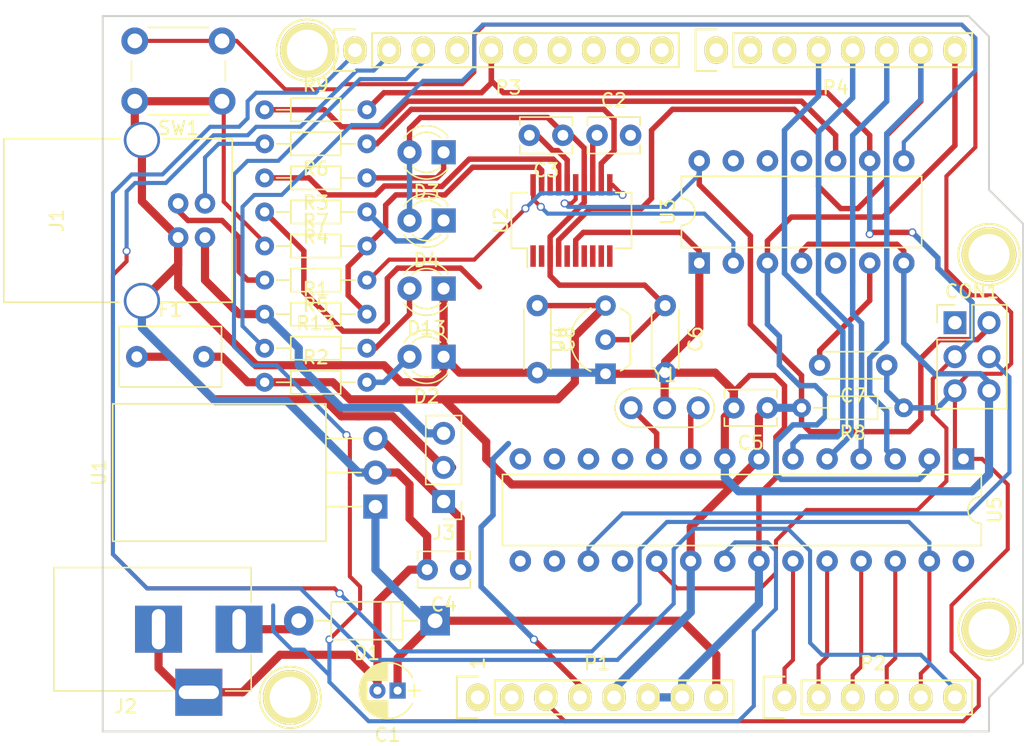
<source format=kicad_pcb>
(kicad_pcb (version 4) (host pcbnew 4.0.6)

  (general
    (links 110)
    (no_connects 13)
    (area 110.922999 72.949999 179.653001 126.440001)
    (thickness 1.6)
    (drawings 27)
    (tracks 583)
    (zones 0)
    (modules 43)
    (nets 65)
  )

  (page A4)
  (title_block
    (date "lun. 30 mars 2015")
  )

  (layers
    (0 F.Cu signal)
    (31 B.Cu signal)
    (32 B.Adhes user)
    (33 F.Adhes user)
    (34 B.Paste user)
    (35 F.Paste user)
    (36 B.SilkS user)
    (37 F.SilkS user)
    (38 B.Mask user)
    (39 F.Mask user)
    (40 Dwgs.User user)
    (41 Cmts.User user)
    (42 Eco1.User user)
    (43 Eco2.User user)
    (44 Edge.Cuts user)
    (45 Margin user)
    (46 B.CrtYd user)
    (47 F.CrtYd user)
    (48 B.Fab user)
    (49 F.Fab user)
  )

  (setup
    (last_trace_width 0.6096)
    (user_trace_width 0.254)
    (user_trace_width 0.3048)
    (user_trace_width 0.4064)
    (user_trace_width 0.6096)
    (trace_clearance 0.2)
    (zone_clearance 0.508)
    (zone_45_only no)
    (trace_min 0.2)
    (segment_width 0.15)
    (edge_width 0.15)
    (via_size 0.6)
    (via_drill 0.4)
    (via_min_size 0.4)
    (via_min_drill 0.3)
    (uvia_size 0.3)
    (uvia_drill 0.1)
    (uvias_allowed no)
    (uvia_min_size 0.2)
    (uvia_min_drill 0.1)
    (pcb_text_width 0.3)
    (pcb_text_size 1.5 1.5)
    (mod_edge_width 0.15)
    (mod_text_size 1 1)
    (mod_text_width 0.15)
    (pad_size 4.064 4.064)
    (pad_drill 3.048)
    (pad_to_mask_clearance 0)
    (aux_axis_origin 110.998 126.365)
    (grid_origin 110.998 126.365)
    (visible_elements 7FFFFFFF)
    (pcbplotparams
      (layerselection 0x00030_80000001)
      (usegerberextensions false)
      (excludeedgelayer true)
      (linewidth 0.100000)
      (plotframeref false)
      (viasonmask false)
      (mode 1)
      (useauxorigin false)
      (hpglpennumber 1)
      (hpglpenspeed 20)
      (hpglpendiameter 15)
      (hpglpenoverlay 2)
      (psnegative false)
      (psa4output false)
      (plotreference true)
      (plotvalue true)
      (plotinvisibletext false)
      (padsonsilk false)
      (subtractmaskfromsilk false)
      (outputformat 1)
      (mirror false)
      (drillshape 1)
      (scaleselection 1)
      (outputdirectory ""))
  )

  (net 0 "")
  (net 1 /IOREF)
  (net 2 /Reset)
  (net 3 GND)
  (net 4 /Vin)
  (net 5 /A0)
  (net 6 /A1)
  (net 7 /A2)
  (net 8 /A3)
  (net 9 /AREF)
  (net 10 "/A4(SDA)")
  (net 11 "/A5(SCL)")
  (net 12 "/9(**)")
  (net 13 /8)
  (net 14 /7)
  (net 15 "/6(**)")
  (net 16 "/5(**)")
  (net 17 /4)
  (net 18 "/3(**)")
  (net 19 /2)
  (net 20 "Net-(P5-Pad1)")
  (net 21 "Net-(P6-Pad1)")
  (net 22 "Net-(P7-Pad1)")
  (net 23 "Net-(P8-Pad1)")
  (net 24 "/13(SCK)")
  (net 25 "/10(**/SS)")
  (net 26 "Net-(P1-Pad1)")
  (net 27 +3V3)
  (net 28 "/12(MISO)")
  (net 29 "/11(**/MOSI)")
  (net 30 "Net-(C2-Pad1)")
  (net 31 "Net-(C4-Pad1)")
  (net 32 VCC)
  (net 33 "Net-(C7-Pad2)")
  (net 34 "Net-(CON1-Pad1)")
  (net 35 "Net-(D1-Pad2)")
  (net 36 "Net-(D2-Pad2)")
  (net 37 "Net-(D3-Pad1)")
  (net 38 "Net-(D4-Pad1)")
  (net 39 "Net-(D13-Pad2)")
  (net 40 "Net-(J1-Pad2)")
  (net 41 /USBVCC)
  (net 42 "Net-(J1-Pad3)")
  (net 43 "/1(TX)")
  (net 44 "/0(RX)")
  (net 45 "Net-(R1-Pad2)")
  (net 46 "Net-(R3-Pad2)")
  (net 47 "Net-(R4-Pad2)")
  (net 48 "Net-(R5-Pad1)")
  (net 49 "Net-(R6-Pad1)")
  (net 50 "Net-(R9-Pad1)")
  (net 51 "Net-(R13-Pad1)")
  (net 52 "Net-(U2-Pad7)")
  (net 53 "Net-(U2-Pad5)")
  (net 54 "Net-(U2-Pad1)")
  (net 55 "Net-(U2-Pad2)")
  (net 56 "Net-(U2-Pad8)")
  (net 57 "Net-(U2-Pad9)")
  (net 58 "Net-(U2-Pad18)")
  (net 59 "Net-(U2-Pad20)")
  (net 60 /9)
  (net 61 "Net-(U5-Pad9)")
  (net 62 "Net-(U5-Pad10)")
  (net 63 "/A5(SDA)")
  (net 64 "Net-(F1-Pad1)")

  (net_class Default "This is the default net class."
    (clearance 0.2)
    (trace_width 0.25)
    (via_dia 0.6)
    (via_drill 0.4)
    (uvia_dia 0.3)
    (uvia_drill 0.1)
    (add_net +3V3)
    (add_net "/0(RX)")
    (add_net "/1(TX)")
    (add_net "/10(**/SS)")
    (add_net "/11(**/MOSI)")
    (add_net "/12(MISO)")
    (add_net "/13(SCK)")
    (add_net /2)
    (add_net "/3(**)")
    (add_net /4)
    (add_net "/5(**)")
    (add_net "/6(**)")
    (add_net /7)
    (add_net /8)
    (add_net /9)
    (add_net "/9(**)")
    (add_net /A0)
    (add_net /A1)
    (add_net /A2)
    (add_net /A3)
    (add_net "/A4(SDA)")
    (add_net "/A5(SCL)")
    (add_net "/A5(SDA)")
    (add_net /AREF)
    (add_net /IOREF)
    (add_net /Reset)
    (add_net /USBVCC)
    (add_net /Vin)
    (add_net GND)
    (add_net "Net-(C2-Pad1)")
    (add_net "Net-(C4-Pad1)")
    (add_net "Net-(C7-Pad2)")
    (add_net "Net-(CON1-Pad1)")
    (add_net "Net-(D1-Pad2)")
    (add_net "Net-(D13-Pad2)")
    (add_net "Net-(D2-Pad2)")
    (add_net "Net-(D3-Pad1)")
    (add_net "Net-(D4-Pad1)")
    (add_net "Net-(F1-Pad1)")
    (add_net "Net-(J1-Pad2)")
    (add_net "Net-(J1-Pad3)")
    (add_net "Net-(P1-Pad1)")
    (add_net "Net-(P5-Pad1)")
    (add_net "Net-(P6-Pad1)")
    (add_net "Net-(P7-Pad1)")
    (add_net "Net-(P8-Pad1)")
    (add_net "Net-(R1-Pad2)")
    (add_net "Net-(R13-Pad1)")
    (add_net "Net-(R3-Pad2)")
    (add_net "Net-(R4-Pad2)")
    (add_net "Net-(R5-Pad1)")
    (add_net "Net-(R6-Pad1)")
    (add_net "Net-(R9-Pad1)")
    (add_net "Net-(U2-Pad1)")
    (add_net "Net-(U2-Pad18)")
    (add_net "Net-(U2-Pad2)")
    (add_net "Net-(U2-Pad20)")
    (add_net "Net-(U2-Pad5)")
    (add_net "Net-(U2-Pad7)")
    (add_net "Net-(U2-Pad8)")
    (add_net "Net-(U2-Pad9)")
    (add_net "Net-(U5-Pad10)")
    (add_net "Net-(U5-Pad9)")
    (add_net VCC)
  )

  (module Capacitors_THT:C_Disc_D3.8mm_W2.6mm_P2.50mm (layer F.Cu) (tedit 597BC7C2) (tstamp 5BB57820)
    (at 145.288 81.915 180)
    (descr "C, Disc series, Radial, pin pitch=2.50mm, , diameter*width=3.8*2.6mm^2, Capacitor, http://www.vishay.com/docs/45233/krseries.pdf")
    (tags "C Disc series Radial pin pitch 2.50mm  diameter 3.8mm width 2.6mm Capacitor")
    (path /5BB554C8)
    (fp_text reference C3 (at 1.25 -2.61 180) (layer F.SilkS)
      (effects (font (size 1 1) (thickness 0.15)))
    )
    (fp_text value 0.1uF (at 1.25 2.61 180) (layer F.Fab)
      (effects (font (size 1 1) (thickness 0.15)))
    )
    (fp_line (start -0.65 -1.3) (end -0.65 1.3) (layer F.Fab) (width 0.1))
    (fp_line (start -0.65 1.3) (end 3.15 1.3) (layer F.Fab) (width 0.1))
    (fp_line (start 3.15 1.3) (end 3.15 -1.3) (layer F.Fab) (width 0.1))
    (fp_line (start 3.15 -1.3) (end -0.65 -1.3) (layer F.Fab) (width 0.1))
    (fp_line (start -0.71 -1.36) (end 3.21 -1.36) (layer F.SilkS) (width 0.12))
    (fp_line (start -0.71 1.36) (end 3.21 1.36) (layer F.SilkS) (width 0.12))
    (fp_line (start -0.71 -1.36) (end -0.71 -0.75) (layer F.SilkS) (width 0.12))
    (fp_line (start -0.71 0.75) (end -0.71 1.36) (layer F.SilkS) (width 0.12))
    (fp_line (start 3.21 -1.36) (end 3.21 -0.75) (layer F.SilkS) (width 0.12))
    (fp_line (start 3.21 0.75) (end 3.21 1.36) (layer F.SilkS) (width 0.12))
    (fp_line (start -1.05 -1.65) (end -1.05 1.65) (layer F.CrtYd) (width 0.05))
    (fp_line (start -1.05 1.65) (end 3.55 1.65) (layer F.CrtYd) (width 0.05))
    (fp_line (start 3.55 1.65) (end 3.55 -1.65) (layer F.CrtYd) (width 0.05))
    (fp_line (start 3.55 -1.65) (end -1.05 -1.65) (layer F.CrtYd) (width 0.05))
    (fp_text user %R (at 1.25 0 180) (layer F.Fab)
      (effects (font (size 1 1) (thickness 0.15)))
    )
    (pad 1 thru_hole circle (at 0 0 180) (size 1.6 1.6) (drill 0.8) (layers *.Cu *.Mask)
      (net 27 +3V3))
    (pad 2 thru_hole circle (at 2.5 0 180) (size 1.6 1.6) (drill 0.8) (layers *.Cu *.Mask)
      (net 3 GND))
    (model ${KISYS3DMOD}/Capacitors_THT.3dshapes/C_Disc_D3.8mm_W2.6mm_P2.50mm.wrl
      (at (xyz 0 0 0))
      (scale (xyz 1 1 1))
      (rotate (xyz 0 0 0))
    )
  )

  (module Socket_Arduino_Uno:Socket_Strip_Arduino_1x08 locked (layer F.Cu) (tedit 552168D2) (tstamp 551AF9EA)
    (at 138.938 123.825)
    (descr "Through hole socket strip")
    (tags "socket strip")
    (path /56D70129)
    (fp_text reference P1 (at 8.89 -2.54) (layer F.SilkS)
      (effects (font (size 1 1) (thickness 0.15)))
    )
    (fp_text value Power (at 8.89 -4.064) (layer F.Fab)
      (effects (font (size 1 1) (thickness 0.15)))
    )
    (fp_line (start -1.75 -1.75) (end -1.75 1.75) (layer F.CrtYd) (width 0.05))
    (fp_line (start 19.55 -1.75) (end 19.55 1.75) (layer F.CrtYd) (width 0.05))
    (fp_line (start -1.75 -1.75) (end 19.55 -1.75) (layer F.CrtYd) (width 0.05))
    (fp_line (start -1.75 1.75) (end 19.55 1.75) (layer F.CrtYd) (width 0.05))
    (fp_line (start 1.27 1.27) (end 19.05 1.27) (layer F.SilkS) (width 0.15))
    (fp_line (start 19.05 1.27) (end 19.05 -1.27) (layer F.SilkS) (width 0.15))
    (fp_line (start 19.05 -1.27) (end 1.27 -1.27) (layer F.SilkS) (width 0.15))
    (fp_line (start -1.55 1.55) (end 0 1.55) (layer F.SilkS) (width 0.15))
    (fp_line (start 1.27 1.27) (end 1.27 -1.27) (layer F.SilkS) (width 0.15))
    (fp_line (start 0 -1.55) (end -1.55 -1.55) (layer F.SilkS) (width 0.15))
    (fp_line (start -1.55 -1.55) (end -1.55 1.55) (layer F.SilkS) (width 0.15))
    (pad 1 thru_hole oval (at 0 0) (size 1.7272 2.032) (drill 1.016) (layers *.Cu *.Mask F.SilkS)
      (net 26 "Net-(P1-Pad1)"))
    (pad 2 thru_hole oval (at 2.54 0) (size 1.7272 2.032) (drill 1.016) (layers *.Cu *.Mask F.SilkS)
      (net 1 /IOREF))
    (pad 3 thru_hole oval (at 5.08 0) (size 1.7272 2.032) (drill 1.016) (layers *.Cu *.Mask F.SilkS)
      (net 2 /Reset))
    (pad 4 thru_hole oval (at 7.62 0) (size 1.7272 2.032) (drill 1.016) (layers *.Cu *.Mask F.SilkS)
      (net 27 +3V3))
    (pad 5 thru_hole oval (at 10.16 0) (size 1.7272 2.032) (drill 1.016) (layers *.Cu *.Mask F.SilkS)
      (net 32 VCC))
    (pad 6 thru_hole oval (at 12.7 0) (size 1.7272 2.032) (drill 1.016) (layers *.Cu *.Mask F.SilkS)
      (net 3 GND))
    (pad 7 thru_hole oval (at 15.24 0) (size 1.7272 2.032) (drill 1.016) (layers *.Cu *.Mask F.SilkS)
      (net 3 GND))
    (pad 8 thru_hole oval (at 17.78 0) (size 1.7272 2.032) (drill 1.016) (layers *.Cu *.Mask F.SilkS)
      (net 4 /Vin))
    (model ${KIPRJMOD}/Socket_Arduino_Uno.3dshapes/Socket_header_Arduino_1x08.wrl
      (at (xyz 0.35 0 0))
      (scale (xyz 1 1 1))
      (rotate (xyz 0 0 180))
    )
  )

  (module Socket_Arduino_Uno:Socket_Strip_Arduino_1x06 locked (layer F.Cu) (tedit 552168D6) (tstamp 551AF9FF)
    (at 161.798 123.825)
    (descr "Through hole socket strip")
    (tags "socket strip")
    (path /56D70DD8)
    (fp_text reference P2 (at 6.604 -2.54) (layer F.SilkS)
      (effects (font (size 1 1) (thickness 0.15)))
    )
    (fp_text value Analog (at 6.604 -4.064) (layer F.Fab)
      (effects (font (size 1 1) (thickness 0.15)))
    )
    (fp_line (start -1.75 -1.75) (end -1.75 1.75) (layer F.CrtYd) (width 0.05))
    (fp_line (start 14.45 -1.75) (end 14.45 1.75) (layer F.CrtYd) (width 0.05))
    (fp_line (start -1.75 -1.75) (end 14.45 -1.75) (layer F.CrtYd) (width 0.05))
    (fp_line (start -1.75 1.75) (end 14.45 1.75) (layer F.CrtYd) (width 0.05))
    (fp_line (start 1.27 1.27) (end 13.97 1.27) (layer F.SilkS) (width 0.15))
    (fp_line (start 13.97 1.27) (end 13.97 -1.27) (layer F.SilkS) (width 0.15))
    (fp_line (start 13.97 -1.27) (end 1.27 -1.27) (layer F.SilkS) (width 0.15))
    (fp_line (start -1.55 1.55) (end 0 1.55) (layer F.SilkS) (width 0.15))
    (fp_line (start 1.27 1.27) (end 1.27 -1.27) (layer F.SilkS) (width 0.15))
    (fp_line (start 0 -1.55) (end -1.55 -1.55) (layer F.SilkS) (width 0.15))
    (fp_line (start -1.55 -1.55) (end -1.55 1.55) (layer F.SilkS) (width 0.15))
    (pad 1 thru_hole oval (at 0 0) (size 1.7272 2.032) (drill 1.016) (layers *.Cu *.Mask F.SilkS)
      (net 5 /A0))
    (pad 2 thru_hole oval (at 2.54 0) (size 1.7272 2.032) (drill 1.016) (layers *.Cu *.Mask F.SilkS)
      (net 6 /A1))
    (pad 3 thru_hole oval (at 5.08 0) (size 1.7272 2.032) (drill 1.016) (layers *.Cu *.Mask F.SilkS)
      (net 7 /A2))
    (pad 4 thru_hole oval (at 7.62 0) (size 1.7272 2.032) (drill 1.016) (layers *.Cu *.Mask F.SilkS)
      (net 8 /A3))
    (pad 5 thru_hole oval (at 10.16 0) (size 1.7272 2.032) (drill 1.016) (layers *.Cu *.Mask F.SilkS)
      (net 10 "/A4(SDA)"))
    (pad 6 thru_hole oval (at 12.7 0) (size 1.7272 2.032) (drill 1.016) (layers *.Cu *.Mask F.SilkS)
      (net 11 "/A5(SCL)"))
    (model ${KIPRJMOD}/Socket_Arduino_Uno.3dshapes/Socket_header_Arduino_1x06.wrl
      (at (xyz 0.25 0 0))
      (scale (xyz 1 1 1))
      (rotate (xyz 0 0 180))
    )
  )

  (module Socket_Arduino_Uno:Socket_Strip_Arduino_1x10 locked (layer F.Cu) (tedit 552168BF) (tstamp 551AFA18)
    (at 129.794 75.565)
    (descr "Through hole socket strip")
    (tags "socket strip")
    (path /56D721E0)
    (fp_text reference P3 (at 11.43 2.794) (layer F.SilkS)
      (effects (font (size 1 1) (thickness 0.15)))
    )
    (fp_text value Digital (at 11.43 4.318) (layer F.Fab)
      (effects (font (size 1 1) (thickness 0.15)))
    )
    (fp_line (start -1.75 -1.75) (end -1.75 1.75) (layer F.CrtYd) (width 0.05))
    (fp_line (start 24.65 -1.75) (end 24.65 1.75) (layer F.CrtYd) (width 0.05))
    (fp_line (start -1.75 -1.75) (end 24.65 -1.75) (layer F.CrtYd) (width 0.05))
    (fp_line (start -1.75 1.75) (end 24.65 1.75) (layer F.CrtYd) (width 0.05))
    (fp_line (start 1.27 1.27) (end 24.13 1.27) (layer F.SilkS) (width 0.15))
    (fp_line (start 24.13 1.27) (end 24.13 -1.27) (layer F.SilkS) (width 0.15))
    (fp_line (start 24.13 -1.27) (end 1.27 -1.27) (layer F.SilkS) (width 0.15))
    (fp_line (start -1.55 1.55) (end 0 1.55) (layer F.SilkS) (width 0.15))
    (fp_line (start 1.27 1.27) (end 1.27 -1.27) (layer F.SilkS) (width 0.15))
    (fp_line (start 0 -1.55) (end -1.55 -1.55) (layer F.SilkS) (width 0.15))
    (fp_line (start -1.55 -1.55) (end -1.55 1.55) (layer F.SilkS) (width 0.15))
    (pad 1 thru_hole oval (at 0 0) (size 1.7272 2.032) (drill 1.016) (layers *.Cu *.Mask F.SilkS)
      (net 11 "/A5(SCL)"))
    (pad 2 thru_hole oval (at 2.54 0) (size 1.7272 2.032) (drill 1.016) (layers *.Cu *.Mask F.SilkS)
      (net 10 "/A4(SDA)"))
    (pad 3 thru_hole oval (at 5.08 0) (size 1.7272 2.032) (drill 1.016) (layers *.Cu *.Mask F.SilkS)
      (net 9 /AREF))
    (pad 4 thru_hole oval (at 7.62 0) (size 1.7272 2.032) (drill 1.016) (layers *.Cu *.Mask F.SilkS)
      (net 3 GND))
    (pad 5 thru_hole oval (at 10.16 0) (size 1.7272 2.032) (drill 1.016) (layers *.Cu *.Mask F.SilkS)
      (net 24 "/13(SCK)"))
    (pad 6 thru_hole oval (at 12.7 0) (size 1.7272 2.032) (drill 1.016) (layers *.Cu *.Mask F.SilkS)
      (net 28 "/12(MISO)"))
    (pad 7 thru_hole oval (at 15.24 0) (size 1.7272 2.032) (drill 1.016) (layers *.Cu *.Mask F.SilkS)
      (net 29 "/11(**/MOSI)"))
    (pad 8 thru_hole oval (at 17.78 0) (size 1.7272 2.032) (drill 1.016) (layers *.Cu *.Mask F.SilkS)
      (net 25 "/10(**/SS)"))
    (pad 9 thru_hole oval (at 20.32 0) (size 1.7272 2.032) (drill 1.016) (layers *.Cu *.Mask F.SilkS)
      (net 12 "/9(**)"))
    (pad 10 thru_hole oval (at 22.86 0) (size 1.7272 2.032) (drill 1.016) (layers *.Cu *.Mask F.SilkS)
      (net 13 /8))
    (model ${KIPRJMOD}/Socket_Arduino_Uno.3dshapes/Socket_header_Arduino_1x10.wrl
      (at (xyz 0.45 0 0))
      (scale (xyz 1 1 1))
      (rotate (xyz 0 0 180))
    )
  )

  (module Socket_Arduino_Uno:Socket_Strip_Arduino_1x08 locked (layer F.Cu) (tedit 552168C7) (tstamp 551AFA2F)
    (at 156.718 75.565)
    (descr "Through hole socket strip")
    (tags "socket strip")
    (path /56D7164F)
    (fp_text reference P4 (at 8.89 2.794) (layer F.SilkS)
      (effects (font (size 1 1) (thickness 0.15)))
    )
    (fp_text value Digital (at 8.89 4.318) (layer F.Fab)
      (effects (font (size 1 1) (thickness 0.15)))
    )
    (fp_line (start -1.75 -1.75) (end -1.75 1.75) (layer F.CrtYd) (width 0.05))
    (fp_line (start 19.55 -1.75) (end 19.55 1.75) (layer F.CrtYd) (width 0.05))
    (fp_line (start -1.75 -1.75) (end 19.55 -1.75) (layer F.CrtYd) (width 0.05))
    (fp_line (start -1.75 1.75) (end 19.55 1.75) (layer F.CrtYd) (width 0.05))
    (fp_line (start 1.27 1.27) (end 19.05 1.27) (layer F.SilkS) (width 0.15))
    (fp_line (start 19.05 1.27) (end 19.05 -1.27) (layer F.SilkS) (width 0.15))
    (fp_line (start 19.05 -1.27) (end 1.27 -1.27) (layer F.SilkS) (width 0.15))
    (fp_line (start -1.55 1.55) (end 0 1.55) (layer F.SilkS) (width 0.15))
    (fp_line (start 1.27 1.27) (end 1.27 -1.27) (layer F.SilkS) (width 0.15))
    (fp_line (start 0 -1.55) (end -1.55 -1.55) (layer F.SilkS) (width 0.15))
    (fp_line (start -1.55 -1.55) (end -1.55 1.55) (layer F.SilkS) (width 0.15))
    (pad 1 thru_hole oval (at 0 0) (size 1.7272 2.032) (drill 1.016) (layers *.Cu *.Mask F.SilkS)
      (net 14 /7))
    (pad 2 thru_hole oval (at 2.54 0) (size 1.7272 2.032) (drill 1.016) (layers *.Cu *.Mask F.SilkS)
      (net 15 "/6(**)"))
    (pad 3 thru_hole oval (at 5.08 0) (size 1.7272 2.032) (drill 1.016) (layers *.Cu *.Mask F.SilkS)
      (net 16 "/5(**)"))
    (pad 4 thru_hole oval (at 7.62 0) (size 1.7272 2.032) (drill 1.016) (layers *.Cu *.Mask F.SilkS)
      (net 17 /4))
    (pad 5 thru_hole oval (at 10.16 0) (size 1.7272 2.032) (drill 1.016) (layers *.Cu *.Mask F.SilkS)
      (net 18 "/3(**)"))
    (pad 6 thru_hole oval (at 12.7 0) (size 1.7272 2.032) (drill 1.016) (layers *.Cu *.Mask F.SilkS)
      (net 19 /2))
    (pad 7 thru_hole oval (at 15.24 0) (size 1.7272 2.032) (drill 1.016) (layers *.Cu *.Mask F.SilkS)
      (net 43 "/1(TX)"))
    (pad 8 thru_hole oval (at 17.78 0) (size 1.7272 2.032) (drill 1.016) (layers *.Cu *.Mask F.SilkS)
      (net 44 "/0(RX)"))
    (model ${KIPRJMOD}/Socket_Arduino_Uno.3dshapes/Socket_header_Arduino_1x08.wrl
      (at (xyz 0.35 0 0))
      (scale (xyz 1 1 1))
      (rotate (xyz 0 0 180))
    )
  )

  (module Socket_Arduino_Uno:Arduino_1pin locked (layer F.Cu) (tedit 5524FC39) (tstamp 5524FC3F)
    (at 124.968 123.825)
    (descr "module 1 pin (ou trou mecanique de percage)")
    (tags DEV)
    (path /56D71177)
    (fp_text reference P5 (at 0 -3.048) (layer F.SilkS) hide
      (effects (font (size 1 1) (thickness 0.15)))
    )
    (fp_text value CONN_01X01 (at 0 2.794) (layer F.Fab) hide
      (effects (font (size 1 1) (thickness 0.15)))
    )
    (fp_circle (center 0 0) (end 0 -2.286) (layer F.SilkS) (width 0.15))
    (pad 1 thru_hole circle (at 0 0) (size 4.064 4.064) (drill 3.048) (layers *.Cu *.Mask F.SilkS)
      (net 20 "Net-(P5-Pad1)"))
  )

  (module Socket_Arduino_Uno:Arduino_1pin locked (layer F.Cu) (tedit 5524FC4A) (tstamp 5524FC44)
    (at 177.038 118.745)
    (descr "module 1 pin (ou trou mecanique de percage)")
    (tags DEV)
    (path /56D71274)
    (fp_text reference P6 (at 0 -3.048) (layer F.SilkS) hide
      (effects (font (size 1 1) (thickness 0.15)))
    )
    (fp_text value CONN_01X01 (at 0 2.794) (layer F.Fab) hide
      (effects (font (size 1 1) (thickness 0.15)))
    )
    (fp_circle (center 0 0) (end 0 -2.286) (layer F.SilkS) (width 0.15))
    (pad 1 thru_hole circle (at 0 0) (size 4.064 4.064) (drill 3.048) (layers *.Cu *.Mask F.SilkS)
      (net 21 "Net-(P6-Pad1)"))
  )

  (module Socket_Arduino_Uno:Arduino_1pin locked (layer F.Cu) (tedit 5524FC2F) (tstamp 5524FC49)
    (at 126.238 75.565)
    (descr "module 1 pin (ou trou mecanique de percage)")
    (tags DEV)
    (path /56D712A8)
    (fp_text reference P7 (at 0 -3.048) (layer F.SilkS) hide
      (effects (font (size 1 1) (thickness 0.15)))
    )
    (fp_text value CONN_01X01 (at 0 2.794) (layer F.Fab) hide
      (effects (font (size 1 1) (thickness 0.15)))
    )
    (fp_circle (center 0 0) (end 0 -2.286) (layer F.SilkS) (width 0.15))
    (pad 1 thru_hole circle (at 0 0) (size 4.064 4.064) (drill 3.048) (layers *.Cu *.Mask F.SilkS)
      (net 22 "Net-(P7-Pad1)"))
  )

  (module Socket_Arduino_Uno:Arduino_1pin locked (layer F.Cu) (tedit 5524FC41) (tstamp 5524FC4E)
    (at 177.038 90.805)
    (descr "module 1 pin (ou trou mecanique de percage)")
    (tags DEV)
    (path /56D712DB)
    (fp_text reference P8 (at 0 -3.048) (layer F.SilkS) hide
      (effects (font (size 1 1) (thickness 0.15)))
    )
    (fp_text value CONN_01X01 (at 0 2.794) (layer F.Fab) hide
      (effects (font (size 1 1) (thickness 0.15)))
    )
    (fp_circle (center 0 0) (end 0 -2.286) (layer F.SilkS) (width 0.15))
    (pad 1 thru_hole circle (at 0 0) (size 4.064 4.064) (drill 3.048) (layers *.Cu *.Mask F.SilkS)
      (net 23 "Net-(P8-Pad1)"))
  )

  (module Capacitors_THT:CP_Radial_D4.0mm_P1.50mm (layer F.Cu) (tedit 597BC7C2) (tstamp 5BB57814)
    (at 132.969 123.317 180)
    (descr "CP, Radial series, Radial, pin pitch=1.50mm, , diameter=4mm, Electrolytic Capacitor")
    (tags "CP Radial series Radial pin pitch 1.50mm  diameter 4mm Electrolytic Capacitor")
    (path /5BB52585)
    (fp_text reference C1 (at 0.75 -3.31 180) (layer F.SilkS)
      (effects (font (size 1 1) (thickness 0.15)))
    )
    (fp_text value 0.33uF (at 0.75 3.31 180) (layer F.Fab)
      (effects (font (size 1 1) (thickness 0.15)))
    )
    (fp_arc (start 0.75 0) (end -1.095996 -0.98) (angle 124.1) (layer F.SilkS) (width 0.12))
    (fp_arc (start 0.75 0) (end -1.095996 0.98) (angle -124.1) (layer F.SilkS) (width 0.12))
    (fp_arc (start 0.75 0) (end 2.595996 -0.98) (angle 55.9) (layer F.SilkS) (width 0.12))
    (fp_circle (center 0.75 0) (end 2.75 0) (layer F.Fab) (width 0.1))
    (fp_line (start -1.7 0) (end -0.8 0) (layer F.Fab) (width 0.1))
    (fp_line (start -1.25 -0.45) (end -1.25 0.45) (layer F.Fab) (width 0.1))
    (fp_line (start 0.75 0.78) (end 0.75 2.05) (layer F.SilkS) (width 0.12))
    (fp_line (start 0.75 -2.05) (end 0.75 -0.78) (layer F.SilkS) (width 0.12))
    (fp_line (start 0.79 -2.05) (end 0.79 -0.78) (layer F.SilkS) (width 0.12))
    (fp_line (start 0.79 0.78) (end 0.79 2.05) (layer F.SilkS) (width 0.12))
    (fp_line (start 0.83 -2.049) (end 0.83 -0.78) (layer F.SilkS) (width 0.12))
    (fp_line (start 0.83 0.78) (end 0.83 2.049) (layer F.SilkS) (width 0.12))
    (fp_line (start 0.87 -2.047) (end 0.87 -0.78) (layer F.SilkS) (width 0.12))
    (fp_line (start 0.87 0.78) (end 0.87 2.047) (layer F.SilkS) (width 0.12))
    (fp_line (start 0.91 -2.044) (end 0.91 -0.78) (layer F.SilkS) (width 0.12))
    (fp_line (start 0.91 0.78) (end 0.91 2.044) (layer F.SilkS) (width 0.12))
    (fp_line (start 0.95 -2.041) (end 0.95 -0.78) (layer F.SilkS) (width 0.12))
    (fp_line (start 0.95 0.78) (end 0.95 2.041) (layer F.SilkS) (width 0.12))
    (fp_line (start 0.99 -2.037) (end 0.99 -0.78) (layer F.SilkS) (width 0.12))
    (fp_line (start 0.99 0.78) (end 0.99 2.037) (layer F.SilkS) (width 0.12))
    (fp_line (start 1.03 -2.032) (end 1.03 -0.78) (layer F.SilkS) (width 0.12))
    (fp_line (start 1.03 0.78) (end 1.03 2.032) (layer F.SilkS) (width 0.12))
    (fp_line (start 1.07 -2.026) (end 1.07 -0.78) (layer F.SilkS) (width 0.12))
    (fp_line (start 1.07 0.78) (end 1.07 2.026) (layer F.SilkS) (width 0.12))
    (fp_line (start 1.11 -2.019) (end 1.11 -0.78) (layer F.SilkS) (width 0.12))
    (fp_line (start 1.11 0.78) (end 1.11 2.019) (layer F.SilkS) (width 0.12))
    (fp_line (start 1.15 -2.012) (end 1.15 -0.78) (layer F.SilkS) (width 0.12))
    (fp_line (start 1.15 0.78) (end 1.15 2.012) (layer F.SilkS) (width 0.12))
    (fp_line (start 1.19 -2.004) (end 1.19 -0.78) (layer F.SilkS) (width 0.12))
    (fp_line (start 1.19 0.78) (end 1.19 2.004) (layer F.SilkS) (width 0.12))
    (fp_line (start 1.23 -1.995) (end 1.23 -0.78) (layer F.SilkS) (width 0.12))
    (fp_line (start 1.23 0.78) (end 1.23 1.995) (layer F.SilkS) (width 0.12))
    (fp_line (start 1.27 -1.985) (end 1.27 -0.78) (layer F.SilkS) (width 0.12))
    (fp_line (start 1.27 0.78) (end 1.27 1.985) (layer F.SilkS) (width 0.12))
    (fp_line (start 1.31 -1.974) (end 1.31 -0.78) (layer F.SilkS) (width 0.12))
    (fp_line (start 1.31 0.78) (end 1.31 1.974) (layer F.SilkS) (width 0.12))
    (fp_line (start 1.35 -1.963) (end 1.35 -0.78) (layer F.SilkS) (width 0.12))
    (fp_line (start 1.35 0.78) (end 1.35 1.963) (layer F.SilkS) (width 0.12))
    (fp_line (start 1.39 -1.95) (end 1.39 -0.78) (layer F.SilkS) (width 0.12))
    (fp_line (start 1.39 0.78) (end 1.39 1.95) (layer F.SilkS) (width 0.12))
    (fp_line (start 1.43 -1.937) (end 1.43 -0.78) (layer F.SilkS) (width 0.12))
    (fp_line (start 1.43 0.78) (end 1.43 1.937) (layer F.SilkS) (width 0.12))
    (fp_line (start 1.471 -1.923) (end 1.471 -0.78) (layer F.SilkS) (width 0.12))
    (fp_line (start 1.471 0.78) (end 1.471 1.923) (layer F.SilkS) (width 0.12))
    (fp_line (start 1.511 -1.907) (end 1.511 -0.78) (layer F.SilkS) (width 0.12))
    (fp_line (start 1.511 0.78) (end 1.511 1.907) (layer F.SilkS) (width 0.12))
    (fp_line (start 1.551 -1.891) (end 1.551 -0.78) (layer F.SilkS) (width 0.12))
    (fp_line (start 1.551 0.78) (end 1.551 1.891) (layer F.SilkS) (width 0.12))
    (fp_line (start 1.591 -1.874) (end 1.591 -0.78) (layer F.SilkS) (width 0.12))
    (fp_line (start 1.591 0.78) (end 1.591 1.874) (layer F.SilkS) (width 0.12))
    (fp_line (start 1.631 -1.856) (end 1.631 -0.78) (layer F.SilkS) (width 0.12))
    (fp_line (start 1.631 0.78) (end 1.631 1.856) (layer F.SilkS) (width 0.12))
    (fp_line (start 1.671 -1.837) (end 1.671 -0.78) (layer F.SilkS) (width 0.12))
    (fp_line (start 1.671 0.78) (end 1.671 1.837) (layer F.SilkS) (width 0.12))
    (fp_line (start 1.711 -1.817) (end 1.711 -0.78) (layer F.SilkS) (width 0.12))
    (fp_line (start 1.711 0.78) (end 1.711 1.817) (layer F.SilkS) (width 0.12))
    (fp_line (start 1.751 -1.796) (end 1.751 -0.78) (layer F.SilkS) (width 0.12))
    (fp_line (start 1.751 0.78) (end 1.751 1.796) (layer F.SilkS) (width 0.12))
    (fp_line (start 1.791 -1.773) (end 1.791 -0.78) (layer F.SilkS) (width 0.12))
    (fp_line (start 1.791 0.78) (end 1.791 1.773) (layer F.SilkS) (width 0.12))
    (fp_line (start 1.831 -1.75) (end 1.831 -0.78) (layer F.SilkS) (width 0.12))
    (fp_line (start 1.831 0.78) (end 1.831 1.75) (layer F.SilkS) (width 0.12))
    (fp_line (start 1.871 -1.725) (end 1.871 -0.78) (layer F.SilkS) (width 0.12))
    (fp_line (start 1.871 0.78) (end 1.871 1.725) (layer F.SilkS) (width 0.12))
    (fp_line (start 1.911 -1.699) (end 1.911 -0.78) (layer F.SilkS) (width 0.12))
    (fp_line (start 1.911 0.78) (end 1.911 1.699) (layer F.SilkS) (width 0.12))
    (fp_line (start 1.951 -1.672) (end 1.951 -0.78) (layer F.SilkS) (width 0.12))
    (fp_line (start 1.951 0.78) (end 1.951 1.672) (layer F.SilkS) (width 0.12))
    (fp_line (start 1.991 -1.643) (end 1.991 -0.78) (layer F.SilkS) (width 0.12))
    (fp_line (start 1.991 0.78) (end 1.991 1.643) (layer F.SilkS) (width 0.12))
    (fp_line (start 2.031 -1.613) (end 2.031 -0.78) (layer F.SilkS) (width 0.12))
    (fp_line (start 2.031 0.78) (end 2.031 1.613) (layer F.SilkS) (width 0.12))
    (fp_line (start 2.071 -1.581) (end 2.071 -0.78) (layer F.SilkS) (width 0.12))
    (fp_line (start 2.071 0.78) (end 2.071 1.581) (layer F.SilkS) (width 0.12))
    (fp_line (start 2.111 -1.547) (end 2.111 -0.78) (layer F.SilkS) (width 0.12))
    (fp_line (start 2.111 0.78) (end 2.111 1.547) (layer F.SilkS) (width 0.12))
    (fp_line (start 2.151 -1.512) (end 2.151 -0.78) (layer F.SilkS) (width 0.12))
    (fp_line (start 2.151 0.78) (end 2.151 1.512) (layer F.SilkS) (width 0.12))
    (fp_line (start 2.191 -1.475) (end 2.191 -0.78) (layer F.SilkS) (width 0.12))
    (fp_line (start 2.191 0.78) (end 2.191 1.475) (layer F.SilkS) (width 0.12))
    (fp_line (start 2.231 -1.436) (end 2.231 -0.78) (layer F.SilkS) (width 0.12))
    (fp_line (start 2.231 0.78) (end 2.231 1.436) (layer F.SilkS) (width 0.12))
    (fp_line (start 2.271 -1.395) (end 2.271 -0.78) (layer F.SilkS) (width 0.12))
    (fp_line (start 2.271 0.78) (end 2.271 1.395) (layer F.SilkS) (width 0.12))
    (fp_line (start 2.311 -1.351) (end 2.311 1.351) (layer F.SilkS) (width 0.12))
    (fp_line (start 2.351 -1.305) (end 2.351 1.305) (layer F.SilkS) (width 0.12))
    (fp_line (start 2.391 -1.256) (end 2.391 1.256) (layer F.SilkS) (width 0.12))
    (fp_line (start 2.431 -1.204) (end 2.431 1.204) (layer F.SilkS) (width 0.12))
    (fp_line (start 2.471 -1.148) (end 2.471 1.148) (layer F.SilkS) (width 0.12))
    (fp_line (start 2.511 -1.088) (end 2.511 1.088) (layer F.SilkS) (width 0.12))
    (fp_line (start 2.551 -1.023) (end 2.551 1.023) (layer F.SilkS) (width 0.12))
    (fp_line (start 2.591 -0.952) (end 2.591 0.952) (layer F.SilkS) (width 0.12))
    (fp_line (start 2.631 -0.874) (end 2.631 0.874) (layer F.SilkS) (width 0.12))
    (fp_line (start 2.671 -0.786) (end 2.671 0.786) (layer F.SilkS) (width 0.12))
    (fp_line (start 2.711 -0.686) (end 2.711 0.686) (layer F.SilkS) (width 0.12))
    (fp_line (start 2.751 -0.567) (end 2.751 0.567) (layer F.SilkS) (width 0.12))
    (fp_line (start 2.791 -0.415) (end 2.791 0.415) (layer F.SilkS) (width 0.12))
    (fp_line (start 2.831 -0.165) (end 2.831 0.165) (layer F.SilkS) (width 0.12))
    (fp_line (start -1.7 0) (end -0.8 0) (layer F.SilkS) (width 0.12))
    (fp_line (start -1.25 -0.45) (end -1.25 0.45) (layer F.SilkS) (width 0.12))
    (fp_line (start -1.6 -2.35) (end -1.6 2.35) (layer F.CrtYd) (width 0.05))
    (fp_line (start -1.6 2.35) (end 3.1 2.35) (layer F.CrtYd) (width 0.05))
    (fp_line (start 3.1 2.35) (end 3.1 -2.35) (layer F.CrtYd) (width 0.05))
    (fp_line (start 3.1 -2.35) (end -1.6 -2.35) (layer F.CrtYd) (width 0.05))
    (fp_text user %R (at 0.75 0 180) (layer F.Fab)
      (effects (font (size 1 1) (thickness 0.15)))
    )
    (pad 1 thru_hole rect (at 0 0 180) (size 1.2 1.2) (drill 0.6) (layers *.Cu *.Mask)
      (net 4 /Vin))
    (pad 2 thru_hole circle (at 1.5 0 180) (size 1.2 1.2) (drill 0.6) (layers *.Cu *.Mask)
      (net 3 GND))
    (model ${KISYS3DMOD}/Capacitors_THT.3dshapes/CP_Radial_D4.0mm_P1.50mm.wrl
      (at (xyz 0 0 0))
      (scale (xyz 1 1 1))
      (rotate (xyz 0 0 0))
    )
  )

  (module Capacitors_THT:C_Disc_D3.8mm_W2.6mm_P2.50mm (layer F.Cu) (tedit 597BC7C2) (tstamp 5BB5781A)
    (at 147.828 81.915)
    (descr "C, Disc series, Radial, pin pitch=2.50mm, , diameter*width=3.8*2.6mm^2, Capacitor, http://www.vishay.com/docs/45233/krseries.pdf")
    (tags "C Disc series Radial pin pitch 2.50mm  diameter 3.8mm width 2.6mm Capacitor")
    (path /5BB55802)
    (fp_text reference C2 (at 1.25 -2.61) (layer F.SilkS)
      (effects (font (size 1 1) (thickness 0.15)))
    )
    (fp_text value 0.1uF (at 1.25 2.61) (layer F.Fab)
      (effects (font (size 1 1) (thickness 0.15)))
    )
    (fp_line (start -0.65 -1.3) (end -0.65 1.3) (layer F.Fab) (width 0.1))
    (fp_line (start -0.65 1.3) (end 3.15 1.3) (layer F.Fab) (width 0.1))
    (fp_line (start 3.15 1.3) (end 3.15 -1.3) (layer F.Fab) (width 0.1))
    (fp_line (start 3.15 -1.3) (end -0.65 -1.3) (layer F.Fab) (width 0.1))
    (fp_line (start -0.71 -1.36) (end 3.21 -1.36) (layer F.SilkS) (width 0.12))
    (fp_line (start -0.71 1.36) (end 3.21 1.36) (layer F.SilkS) (width 0.12))
    (fp_line (start -0.71 -1.36) (end -0.71 -0.75) (layer F.SilkS) (width 0.12))
    (fp_line (start -0.71 0.75) (end -0.71 1.36) (layer F.SilkS) (width 0.12))
    (fp_line (start 3.21 -1.36) (end 3.21 -0.75) (layer F.SilkS) (width 0.12))
    (fp_line (start 3.21 0.75) (end 3.21 1.36) (layer F.SilkS) (width 0.12))
    (fp_line (start -1.05 -1.65) (end -1.05 1.65) (layer F.CrtYd) (width 0.05))
    (fp_line (start -1.05 1.65) (end 3.55 1.65) (layer F.CrtYd) (width 0.05))
    (fp_line (start 3.55 1.65) (end 3.55 -1.65) (layer F.CrtYd) (width 0.05))
    (fp_line (start 3.55 -1.65) (end -1.05 -1.65) (layer F.CrtYd) (width 0.05))
    (fp_text user %R (at 1.25 0) (layer F.Fab)
      (effects (font (size 1 1) (thickness 0.15)))
    )
    (pad 1 thru_hole circle (at 0 0) (size 1.6 1.6) (drill 0.8) (layers *.Cu *.Mask)
      (net 30 "Net-(C2-Pad1)"))
    (pad 2 thru_hole circle (at 2.5 0) (size 1.6 1.6) (drill 0.8) (layers *.Cu *.Mask)
      (net 3 GND))
    (model ${KISYS3DMOD}/Capacitors_THT.3dshapes/C_Disc_D3.8mm_W2.6mm_P2.50mm.wrl
      (at (xyz 0 0 0))
      (scale (xyz 1 1 1))
      (rotate (xyz 0 0 0))
    )
  )

  (module Capacitors_THT:C_Disc_D3.8mm_W2.6mm_P2.50mm (layer F.Cu) (tedit 597BC7C2) (tstamp 5BB57826)
    (at 137.668 114.3 180)
    (descr "C, Disc series, Radial, pin pitch=2.50mm, , diameter*width=3.8*2.6mm^2, Capacitor, http://www.vishay.com/docs/45233/krseries.pdf")
    (tags "C Disc series Radial pin pitch 2.50mm  diameter 3.8mm width 2.6mm Capacitor")
    (path /5BB52759)
    (fp_text reference C4 (at 1.25 -2.61 180) (layer F.SilkS)
      (effects (font (size 1 1) (thickness 0.15)))
    )
    (fp_text value 0.1uF (at 1.25 2.61 180) (layer F.Fab)
      (effects (font (size 1 1) (thickness 0.15)))
    )
    (fp_line (start -0.65 -1.3) (end -0.65 1.3) (layer F.Fab) (width 0.1))
    (fp_line (start -0.65 1.3) (end 3.15 1.3) (layer F.Fab) (width 0.1))
    (fp_line (start 3.15 1.3) (end 3.15 -1.3) (layer F.Fab) (width 0.1))
    (fp_line (start 3.15 -1.3) (end -0.65 -1.3) (layer F.Fab) (width 0.1))
    (fp_line (start -0.71 -1.36) (end 3.21 -1.36) (layer F.SilkS) (width 0.12))
    (fp_line (start -0.71 1.36) (end 3.21 1.36) (layer F.SilkS) (width 0.12))
    (fp_line (start -0.71 -1.36) (end -0.71 -0.75) (layer F.SilkS) (width 0.12))
    (fp_line (start -0.71 0.75) (end -0.71 1.36) (layer F.SilkS) (width 0.12))
    (fp_line (start 3.21 -1.36) (end 3.21 -0.75) (layer F.SilkS) (width 0.12))
    (fp_line (start 3.21 0.75) (end 3.21 1.36) (layer F.SilkS) (width 0.12))
    (fp_line (start -1.05 -1.65) (end -1.05 1.65) (layer F.CrtYd) (width 0.05))
    (fp_line (start -1.05 1.65) (end 3.55 1.65) (layer F.CrtYd) (width 0.05))
    (fp_line (start 3.55 1.65) (end 3.55 -1.65) (layer F.CrtYd) (width 0.05))
    (fp_line (start 3.55 -1.65) (end -1.05 -1.65) (layer F.CrtYd) (width 0.05))
    (fp_text user %R (at 1.25 0 180) (layer F.Fab)
      (effects (font (size 1 1) (thickness 0.15)))
    )
    (pad 1 thru_hole circle (at 0 0 180) (size 1.6 1.6) (drill 0.8) (layers *.Cu *.Mask)
      (net 31 "Net-(C4-Pad1)"))
    (pad 2 thru_hole circle (at 2.5 0 180) (size 1.6 1.6) (drill 0.8) (layers *.Cu *.Mask)
      (net 3 GND))
    (model ${KISYS3DMOD}/Capacitors_THT.3dshapes/C_Disc_D3.8mm_W2.6mm_P2.50mm.wrl
      (at (xyz 0 0 0))
      (scale (xyz 1 1 1))
      (rotate (xyz 0 0 0))
    )
  )

  (module Capacitors_THT:C_Disc_D3.8mm_W2.6mm_P2.50mm (layer F.Cu) (tedit 597BC7C2) (tstamp 5BB5782C)
    (at 160.528 102.235 180)
    (descr "C, Disc series, Radial, pin pitch=2.50mm, , diameter*width=3.8*2.6mm^2, Capacitor, http://www.vishay.com/docs/45233/krseries.pdf")
    (tags "C Disc series Radial pin pitch 2.50mm  diameter 3.8mm width 2.6mm Capacitor")
    (path /5BB79E45)
    (fp_text reference C5 (at 1.25 -2.61 180) (layer F.SilkS)
      (effects (font (size 1 1) (thickness 0.15)))
    )
    (fp_text value 0.1uF (at 1.25 2.61 180) (layer F.Fab)
      (effects (font (size 1 1) (thickness 0.15)))
    )
    (fp_line (start -0.65 -1.3) (end -0.65 1.3) (layer F.Fab) (width 0.1))
    (fp_line (start -0.65 1.3) (end 3.15 1.3) (layer F.Fab) (width 0.1))
    (fp_line (start 3.15 1.3) (end 3.15 -1.3) (layer F.Fab) (width 0.1))
    (fp_line (start 3.15 -1.3) (end -0.65 -1.3) (layer F.Fab) (width 0.1))
    (fp_line (start -0.71 -1.36) (end 3.21 -1.36) (layer F.SilkS) (width 0.12))
    (fp_line (start -0.71 1.36) (end 3.21 1.36) (layer F.SilkS) (width 0.12))
    (fp_line (start -0.71 -1.36) (end -0.71 -0.75) (layer F.SilkS) (width 0.12))
    (fp_line (start -0.71 0.75) (end -0.71 1.36) (layer F.SilkS) (width 0.12))
    (fp_line (start 3.21 -1.36) (end 3.21 -0.75) (layer F.SilkS) (width 0.12))
    (fp_line (start 3.21 0.75) (end 3.21 1.36) (layer F.SilkS) (width 0.12))
    (fp_line (start -1.05 -1.65) (end -1.05 1.65) (layer F.CrtYd) (width 0.05))
    (fp_line (start -1.05 1.65) (end 3.55 1.65) (layer F.CrtYd) (width 0.05))
    (fp_line (start 3.55 1.65) (end 3.55 -1.65) (layer F.CrtYd) (width 0.05))
    (fp_line (start 3.55 -1.65) (end -1.05 -1.65) (layer F.CrtYd) (width 0.05))
    (fp_text user %R (at 1.25 0 180) (layer F.Fab)
      (effects (font (size 1 1) (thickness 0.15)))
    )
    (pad 1 thru_hole circle (at 0 0 180) (size 1.6 1.6) (drill 0.8) (layers *.Cu *.Mask)
      (net 32 VCC))
    (pad 2 thru_hole circle (at 2.5 0 180) (size 1.6 1.6) (drill 0.8) (layers *.Cu *.Mask)
      (net 3 GND))
    (model ${KISYS3DMOD}/Capacitors_THT.3dshapes/C_Disc_D3.8mm_W2.6mm_P2.50mm.wrl
      (at (xyz 0 0 0))
      (scale (xyz 1 1 1))
      (rotate (xyz 0 0 0))
    )
  )

  (module Capacitors_THT:C_Disc_D4.3mm_W1.9mm_P5.00mm (layer F.Cu) (tedit 597BC7C2) (tstamp 5BB57832)
    (at 152.908 94.615 270)
    (descr "C, Disc series, Radial, pin pitch=5.00mm, , diameter*width=4.3*1.9mm^2, Capacitor, http://www.vishay.com/docs/45233/krseries.pdf")
    (tags "C Disc series Radial pin pitch 5.00mm  diameter 4.3mm width 1.9mm Capacitor")
    (path /5BB62179)
    (fp_text reference C6 (at 2.5 -2.26 270) (layer F.SilkS)
      (effects (font (size 1 1) (thickness 0.15)))
    )
    (fp_text value 1uF (at 2.5 2.26 270) (layer F.Fab)
      (effects (font (size 1 1) (thickness 0.15)))
    )
    (fp_line (start 0.35 -0.95) (end 0.35 0.95) (layer F.Fab) (width 0.1))
    (fp_line (start 0.35 0.95) (end 4.65 0.95) (layer F.Fab) (width 0.1))
    (fp_line (start 4.65 0.95) (end 4.65 -0.95) (layer F.Fab) (width 0.1))
    (fp_line (start 4.65 -0.95) (end 0.35 -0.95) (layer F.Fab) (width 0.1))
    (fp_line (start 0.29 -1.01) (end 4.71 -1.01) (layer F.SilkS) (width 0.12))
    (fp_line (start 0.29 1.01) (end 4.71 1.01) (layer F.SilkS) (width 0.12))
    (fp_line (start 0.29 -1.01) (end 0.29 -0.996) (layer F.SilkS) (width 0.12))
    (fp_line (start 0.29 0.996) (end 0.29 1.01) (layer F.SilkS) (width 0.12))
    (fp_line (start 4.71 -1.01) (end 4.71 -0.996) (layer F.SilkS) (width 0.12))
    (fp_line (start 4.71 0.996) (end 4.71 1.01) (layer F.SilkS) (width 0.12))
    (fp_line (start -1.05 -1.3) (end -1.05 1.3) (layer F.CrtYd) (width 0.05))
    (fp_line (start -1.05 1.3) (end 6.05 1.3) (layer F.CrtYd) (width 0.05))
    (fp_line (start 6.05 1.3) (end 6.05 -1.3) (layer F.CrtYd) (width 0.05))
    (fp_line (start 6.05 -1.3) (end -1.05 -1.3) (layer F.CrtYd) (width 0.05))
    (fp_text user %R (at 2.5 0 270) (layer F.Fab)
      (effects (font (size 1 1) (thickness 0.15)))
    )
    (pad 1 thru_hole circle (at 0 0 270) (size 1.6 1.6) (drill 0.8) (layers *.Cu *.Mask)
      (net 27 +3V3))
    (pad 2 thru_hole circle (at 5 0 270) (size 1.6 1.6) (drill 0.8) (layers *.Cu *.Mask)
      (net 3 GND))
    (model ${KISYS3DMOD}/Capacitors_THT.3dshapes/C_Disc_D4.3mm_W1.9mm_P5.00mm.wrl
      (at (xyz 0 0 0))
      (scale (xyz 1 1 1))
      (rotate (xyz 0 0 0))
    )
  )

  (module Capacitors_THT:C_Disc_D4.3mm_W1.9mm_P5.00mm (layer F.Cu) (tedit 597BC7C2) (tstamp 5BB57838)
    (at 169.418 99.06 180)
    (descr "C, Disc series, Radial, pin pitch=5.00mm, , diameter*width=4.3*1.9mm^2, Capacitor, http://www.vishay.com/docs/45233/krseries.pdf")
    (tags "C Disc series Radial pin pitch 5.00mm  diameter 4.3mm width 1.9mm Capacitor")
    (path /5BB73695)
    (fp_text reference C7 (at 2.5 -2.26 180) (layer F.SilkS)
      (effects (font (size 1 1) (thickness 0.15)))
    )
    (fp_text value 1uF (at 2.5 2.26 180) (layer F.Fab)
      (effects (font (size 1 1) (thickness 0.15)))
    )
    (fp_line (start 0.35 -0.95) (end 0.35 0.95) (layer F.Fab) (width 0.1))
    (fp_line (start 0.35 0.95) (end 4.65 0.95) (layer F.Fab) (width 0.1))
    (fp_line (start 4.65 0.95) (end 4.65 -0.95) (layer F.Fab) (width 0.1))
    (fp_line (start 4.65 -0.95) (end 0.35 -0.95) (layer F.Fab) (width 0.1))
    (fp_line (start 0.29 -1.01) (end 4.71 -1.01) (layer F.SilkS) (width 0.12))
    (fp_line (start 0.29 1.01) (end 4.71 1.01) (layer F.SilkS) (width 0.12))
    (fp_line (start 0.29 -1.01) (end 0.29 -0.996) (layer F.SilkS) (width 0.12))
    (fp_line (start 0.29 0.996) (end 0.29 1.01) (layer F.SilkS) (width 0.12))
    (fp_line (start 4.71 -1.01) (end 4.71 -0.996) (layer F.SilkS) (width 0.12))
    (fp_line (start 4.71 0.996) (end 4.71 1.01) (layer F.SilkS) (width 0.12))
    (fp_line (start -1.05 -1.3) (end -1.05 1.3) (layer F.CrtYd) (width 0.05))
    (fp_line (start -1.05 1.3) (end 6.05 1.3) (layer F.CrtYd) (width 0.05))
    (fp_line (start 6.05 1.3) (end 6.05 -1.3) (layer F.CrtYd) (width 0.05))
    (fp_line (start 6.05 -1.3) (end -1.05 -1.3) (layer F.CrtYd) (width 0.05))
    (fp_text user %R (at 2.5 0 180) (layer F.Fab)
      (effects (font (size 1 1) (thickness 0.15)))
    )
    (pad 1 thru_hole circle (at 0 0 180) (size 1.6 1.6) (drill 0.8) (layers *.Cu *.Mask)
      (net 2 /Reset))
    (pad 2 thru_hole circle (at 5 0 180) (size 1.6 1.6) (drill 0.8) (layers *.Cu *.Mask)
      (net 33 "Net-(C7-Pad2)"))
    (model ${KISYS3DMOD}/Capacitors_THT.3dshapes/C_Disc_D4.3mm_W1.9mm_P5.00mm.wrl
      (at (xyz 0 0 0))
      (scale (xyz 1 1 1))
      (rotate (xyz 0 0 0))
    )
  )

  (module Capacitors_THT:C_Disc_D4.3mm_W1.9mm_P5.00mm (layer F.Cu) (tedit 597BC7C2) (tstamp 5BB5783E)
    (at 143.383 94.615 270)
    (descr "C, Disc series, Radial, pin pitch=5.00mm, , diameter*width=4.3*1.9mm^2, Capacitor, http://www.vishay.com/docs/45233/krseries.pdf")
    (tags "C Disc series Radial pin pitch 5.00mm  diameter 4.3mm width 1.9mm Capacitor")
    (path /5BB62044)
    (fp_text reference C8 (at 2.5 -2.26 270) (layer F.SilkS)
      (effects (font (size 1 1) (thickness 0.15)))
    )
    (fp_text value 1uF (at 2.5 2.26 270) (layer F.Fab)
      (effects (font (size 1 1) (thickness 0.15)))
    )
    (fp_line (start 0.35 -0.95) (end 0.35 0.95) (layer F.Fab) (width 0.1))
    (fp_line (start 0.35 0.95) (end 4.65 0.95) (layer F.Fab) (width 0.1))
    (fp_line (start 4.65 0.95) (end 4.65 -0.95) (layer F.Fab) (width 0.1))
    (fp_line (start 4.65 -0.95) (end 0.35 -0.95) (layer F.Fab) (width 0.1))
    (fp_line (start 0.29 -1.01) (end 4.71 -1.01) (layer F.SilkS) (width 0.12))
    (fp_line (start 0.29 1.01) (end 4.71 1.01) (layer F.SilkS) (width 0.12))
    (fp_line (start 0.29 -1.01) (end 0.29 -0.996) (layer F.SilkS) (width 0.12))
    (fp_line (start 0.29 0.996) (end 0.29 1.01) (layer F.SilkS) (width 0.12))
    (fp_line (start 4.71 -1.01) (end 4.71 -0.996) (layer F.SilkS) (width 0.12))
    (fp_line (start 4.71 0.996) (end 4.71 1.01) (layer F.SilkS) (width 0.12))
    (fp_line (start -1.05 -1.3) (end -1.05 1.3) (layer F.CrtYd) (width 0.05))
    (fp_line (start -1.05 1.3) (end 6.05 1.3) (layer F.CrtYd) (width 0.05))
    (fp_line (start 6.05 1.3) (end 6.05 -1.3) (layer F.CrtYd) (width 0.05))
    (fp_line (start 6.05 -1.3) (end -1.05 -1.3) (layer F.CrtYd) (width 0.05))
    (fp_text user %R (at 2.5 0 270) (layer F.Fab)
      (effects (font (size 1 1) (thickness 0.15)))
    )
    (pad 1 thru_hole circle (at 0 0 270) (size 1.6 1.6) (drill 0.8) (layers *.Cu *.Mask)
      (net 32 VCC))
    (pad 2 thru_hole circle (at 5 0 270) (size 1.6 1.6) (drill 0.8) (layers *.Cu *.Mask)
      (net 3 GND))
    (model ${KISYS3DMOD}/Capacitors_THT.3dshapes/C_Disc_D4.3mm_W1.9mm_P5.00mm.wrl
      (at (xyz 0 0 0))
      (scale (xyz 1 1 1))
      (rotate (xyz 0 0 0))
    )
  )

  (module Pin_Headers:Pin_Header_Straight_2x03_Pitch2.54mm (layer F.Cu) (tedit 59650532) (tstamp 5BB57848)
    (at 174.498 95.885)
    (descr "Through hole straight pin header, 2x03, 2.54mm pitch, double rows")
    (tags "Through hole pin header THT 2x03 2.54mm double row")
    (path /5BB6DB7B)
    (fp_text reference CON1 (at 1.27 -2.33) (layer F.SilkS)
      (effects (font (size 1 1) (thickness 0.15)))
    )
    (fp_text value ISP (at 1.27 7.41) (layer F.Fab)
      (effects (font (size 1 1) (thickness 0.15)))
    )
    (fp_line (start 0 -1.27) (end 3.81 -1.27) (layer F.Fab) (width 0.1))
    (fp_line (start 3.81 -1.27) (end 3.81 6.35) (layer F.Fab) (width 0.1))
    (fp_line (start 3.81 6.35) (end -1.27 6.35) (layer F.Fab) (width 0.1))
    (fp_line (start -1.27 6.35) (end -1.27 0) (layer F.Fab) (width 0.1))
    (fp_line (start -1.27 0) (end 0 -1.27) (layer F.Fab) (width 0.1))
    (fp_line (start -1.33 6.41) (end 3.87 6.41) (layer F.SilkS) (width 0.12))
    (fp_line (start -1.33 1.27) (end -1.33 6.41) (layer F.SilkS) (width 0.12))
    (fp_line (start 3.87 -1.33) (end 3.87 6.41) (layer F.SilkS) (width 0.12))
    (fp_line (start -1.33 1.27) (end 1.27 1.27) (layer F.SilkS) (width 0.12))
    (fp_line (start 1.27 1.27) (end 1.27 -1.33) (layer F.SilkS) (width 0.12))
    (fp_line (start 1.27 -1.33) (end 3.87 -1.33) (layer F.SilkS) (width 0.12))
    (fp_line (start -1.33 0) (end -1.33 -1.33) (layer F.SilkS) (width 0.12))
    (fp_line (start -1.33 -1.33) (end 0 -1.33) (layer F.SilkS) (width 0.12))
    (fp_line (start -1.8 -1.8) (end -1.8 6.85) (layer F.CrtYd) (width 0.05))
    (fp_line (start -1.8 6.85) (end 4.35 6.85) (layer F.CrtYd) (width 0.05))
    (fp_line (start 4.35 6.85) (end 4.35 -1.8) (layer F.CrtYd) (width 0.05))
    (fp_line (start 4.35 -1.8) (end -1.8 -1.8) (layer F.CrtYd) (width 0.05))
    (fp_text user %R (at 1.27 2.54 90) (layer F.Fab)
      (effects (font (size 1 1) (thickness 0.15)))
    )
    (pad 1 thru_hole rect (at 0 0) (size 1.7 1.7) (drill 1) (layers *.Cu *.Mask)
      (net 34 "Net-(CON1-Pad1)"))
    (pad 2 thru_hole oval (at 2.54 0) (size 1.7 1.7) (drill 1) (layers *.Cu *.Mask)
      (net 32 VCC))
    (pad 3 thru_hole oval (at 0 2.54) (size 1.7 1.7) (drill 1) (layers *.Cu *.Mask)
      (net 24 "/13(SCK)"))
    (pad 4 thru_hole oval (at 2.54 2.54) (size 1.7 1.7) (drill 1) (layers *.Cu *.Mask)
      (net 29 "/11(**/MOSI)"))
    (pad 5 thru_hole oval (at 0 5.08) (size 1.7 1.7) (drill 1) (layers *.Cu *.Mask)
      (net 2 /Reset))
    (pad 6 thru_hole oval (at 2.54 5.08) (size 1.7 1.7) (drill 1) (layers *.Cu *.Mask)
      (net 3 GND))
    (model ${KISYS3DMOD}/Pin_Headers.3dshapes/Pin_Header_Straight_2x03_Pitch2.54mm.wrl
      (at (xyz 0 0 0))
      (scale (xyz 1 1 1))
      (rotate (xyz 0 0 0))
    )
  )

  (module Diodes_THT:D_DO-41_SOD81_P10.16mm_Horizontal (layer F.Cu) (tedit 5921392F) (tstamp 5BB5784E)
    (at 135.763 118.11 180)
    (descr "D, DO-41_SOD81 series, Axial, Horizontal, pin pitch=10.16mm, , length*diameter=5.2*2.7mm^2, , http://www.diodes.com/_files/packages/DO-41%20(Plastic).pdf")
    (tags "D DO-41_SOD81 series Axial Horizontal pin pitch 10.16mm  length 5.2mm diameter 2.7mm")
    (path /5BB618CF)
    (fp_text reference D1 (at 5.08 -2.41 180) (layer F.SilkS)
      (effects (font (size 1 1) (thickness 0.15)))
    )
    (fp_text value D (at 5.08 2.41 180) (layer F.Fab)
      (effects (font (size 1 1) (thickness 0.15)))
    )
    (fp_text user %R (at 5.08 0 180) (layer F.Fab)
      (effects (font (size 1 1) (thickness 0.15)))
    )
    (fp_line (start 2.48 -1.35) (end 2.48 1.35) (layer F.Fab) (width 0.1))
    (fp_line (start 2.48 1.35) (end 7.68 1.35) (layer F.Fab) (width 0.1))
    (fp_line (start 7.68 1.35) (end 7.68 -1.35) (layer F.Fab) (width 0.1))
    (fp_line (start 7.68 -1.35) (end 2.48 -1.35) (layer F.Fab) (width 0.1))
    (fp_line (start 0 0) (end 2.48 0) (layer F.Fab) (width 0.1))
    (fp_line (start 10.16 0) (end 7.68 0) (layer F.Fab) (width 0.1))
    (fp_line (start 3.26 -1.35) (end 3.26 1.35) (layer F.Fab) (width 0.1))
    (fp_line (start 2.42 -1.41) (end 2.42 1.41) (layer F.SilkS) (width 0.12))
    (fp_line (start 2.42 1.41) (end 7.74 1.41) (layer F.SilkS) (width 0.12))
    (fp_line (start 7.74 1.41) (end 7.74 -1.41) (layer F.SilkS) (width 0.12))
    (fp_line (start 7.74 -1.41) (end 2.42 -1.41) (layer F.SilkS) (width 0.12))
    (fp_line (start 1.28 0) (end 2.42 0) (layer F.SilkS) (width 0.12))
    (fp_line (start 8.88 0) (end 7.74 0) (layer F.SilkS) (width 0.12))
    (fp_line (start 3.26 -1.41) (end 3.26 1.41) (layer F.SilkS) (width 0.12))
    (fp_line (start -1.35 -1.7) (end -1.35 1.7) (layer F.CrtYd) (width 0.05))
    (fp_line (start -1.35 1.7) (end 11.55 1.7) (layer F.CrtYd) (width 0.05))
    (fp_line (start 11.55 1.7) (end 11.55 -1.7) (layer F.CrtYd) (width 0.05))
    (fp_line (start 11.55 -1.7) (end -1.35 -1.7) (layer F.CrtYd) (width 0.05))
    (pad 1 thru_hole rect (at 0 0 180) (size 2.2 2.2) (drill 1.1) (layers *.Cu *.Mask)
      (net 4 /Vin))
    (pad 2 thru_hole oval (at 10.16 0 180) (size 2.2 2.2) (drill 1.1) (layers *.Cu *.Mask)
      (net 35 "Net-(D1-Pad2)"))
    (model ${KISYS3DMOD}/Diodes_THT.3dshapes/D_DO-41_SOD81_P10.16mm_Horizontal.wrl
      (at (xyz 0 0 0))
      (scale (xyz 0.393701 0.393701 0.393701))
      (rotate (xyz 0 0 0))
    )
  )

  (module LEDs:LED_D3.0mm (layer F.Cu) (tedit 587A3A7B) (tstamp 5BB57854)
    (at 136.398 98.425 180)
    (descr "LED, diameter 3.0mm, 2 pins")
    (tags "LED diameter 3.0mm 2 pins")
    (path /5BB7BB61)
    (fp_text reference D2 (at 1.27 -2.96 180) (layer F.SilkS)
      (effects (font (size 1 1) (thickness 0.15)))
    )
    (fp_text value PWR (at 1.27 2.96 180) (layer F.Fab)
      (effects (font (size 1 1) (thickness 0.15)))
    )
    (fp_arc (start 1.27 0) (end -0.23 -1.16619) (angle 284.3) (layer F.Fab) (width 0.1))
    (fp_arc (start 1.27 0) (end -0.29 -1.235516) (angle 108.8) (layer F.SilkS) (width 0.12))
    (fp_arc (start 1.27 0) (end -0.29 1.235516) (angle -108.8) (layer F.SilkS) (width 0.12))
    (fp_arc (start 1.27 0) (end 0.229039 -1.08) (angle 87.9) (layer F.SilkS) (width 0.12))
    (fp_arc (start 1.27 0) (end 0.229039 1.08) (angle -87.9) (layer F.SilkS) (width 0.12))
    (fp_circle (center 1.27 0) (end 2.77 0) (layer F.Fab) (width 0.1))
    (fp_line (start -0.23 -1.16619) (end -0.23 1.16619) (layer F.Fab) (width 0.1))
    (fp_line (start -0.29 -1.236) (end -0.29 -1.08) (layer F.SilkS) (width 0.12))
    (fp_line (start -0.29 1.08) (end -0.29 1.236) (layer F.SilkS) (width 0.12))
    (fp_line (start -1.15 -2.25) (end -1.15 2.25) (layer F.CrtYd) (width 0.05))
    (fp_line (start -1.15 2.25) (end 3.7 2.25) (layer F.CrtYd) (width 0.05))
    (fp_line (start 3.7 2.25) (end 3.7 -2.25) (layer F.CrtYd) (width 0.05))
    (fp_line (start 3.7 -2.25) (end -1.15 -2.25) (layer F.CrtYd) (width 0.05))
    (pad 1 thru_hole rect (at 0 0 180) (size 1.8 1.8) (drill 0.9) (layers *.Cu *.Mask)
      (net 3 GND))
    (pad 2 thru_hole circle (at 2.54 0 180) (size 1.8 1.8) (drill 0.9) (layers *.Cu *.Mask)
      (net 36 "Net-(D2-Pad2)"))
    (model ${KISYS3DMOD}/LEDs.3dshapes/LED_D3.0mm.wrl
      (at (xyz 0 0 0))
      (scale (xyz 0.393701 0.393701 0.393701))
      (rotate (xyz 0 0 0))
    )
  )

  (module LEDs:LED_D3.0mm (layer F.Cu) (tedit 587A3A7B) (tstamp 5BB5785A)
    (at 136.398 83.185 180)
    (descr "LED, diameter 3.0mm, 2 pins")
    (tags "LED diameter 3.0mm 2 pins")
    (path /5BB5855A)
    (fp_text reference D3 (at 1.27 -2.96 180) (layer F.SilkS)
      (effects (font (size 1 1) (thickness 0.15)))
    )
    (fp_text value TX (at 1.27 2.96 180) (layer F.Fab)
      (effects (font (size 1 1) (thickness 0.15)))
    )
    (fp_arc (start 1.27 0) (end -0.23 -1.16619) (angle 284.3) (layer F.Fab) (width 0.1))
    (fp_arc (start 1.27 0) (end -0.29 -1.235516) (angle 108.8) (layer F.SilkS) (width 0.12))
    (fp_arc (start 1.27 0) (end -0.29 1.235516) (angle -108.8) (layer F.SilkS) (width 0.12))
    (fp_arc (start 1.27 0) (end 0.229039 -1.08) (angle 87.9) (layer F.SilkS) (width 0.12))
    (fp_arc (start 1.27 0) (end 0.229039 1.08) (angle -87.9) (layer F.SilkS) (width 0.12))
    (fp_circle (center 1.27 0) (end 2.77 0) (layer F.Fab) (width 0.1))
    (fp_line (start -0.23 -1.16619) (end -0.23 1.16619) (layer F.Fab) (width 0.1))
    (fp_line (start -0.29 -1.236) (end -0.29 -1.08) (layer F.SilkS) (width 0.12))
    (fp_line (start -0.29 1.08) (end -0.29 1.236) (layer F.SilkS) (width 0.12))
    (fp_line (start -1.15 -2.25) (end -1.15 2.25) (layer F.CrtYd) (width 0.05))
    (fp_line (start -1.15 2.25) (end 3.7 2.25) (layer F.CrtYd) (width 0.05))
    (fp_line (start 3.7 2.25) (end 3.7 -2.25) (layer F.CrtYd) (width 0.05))
    (fp_line (start 3.7 -2.25) (end -1.15 -2.25) (layer F.CrtYd) (width 0.05))
    (pad 1 thru_hole rect (at 0 0 180) (size 1.8 1.8) (drill 0.9) (layers *.Cu *.Mask)
      (net 37 "Net-(D3-Pad1)"))
    (pad 2 thru_hole circle (at 2.54 0 180) (size 1.8 1.8) (drill 0.9) (layers *.Cu *.Mask)
      (net 27 +3V3))
    (model ${KISYS3DMOD}/LEDs.3dshapes/LED_D3.0mm.wrl
      (at (xyz 0 0 0))
      (scale (xyz 0.393701 0.393701 0.393701))
      (rotate (xyz 0 0 0))
    )
  )

  (module LEDs:LED_D3.0mm (layer F.Cu) (tedit 5BB57C37) (tstamp 5BB57860)
    (at 136.398 88.265 180)
    (descr "LED, diameter 3.0mm, 2 pins")
    (tags "LED diameter 3.0mm 2 pins")
    (path /5BB586D9)
    (fp_text reference D4 (at 1.27 -2.96 180) (layer F.SilkS)
      (effects (font (size 1 1) (thickness 0.15)))
    )
    (fp_text value RX (at 1.27 2.96 180) (layer F.Fab)
      (effects (font (size 1 1) (thickness 0.15)))
    )
    (fp_arc (start 1.27 0) (end -0.23 -1.16619) (angle 284.3) (layer F.Fab) (width 0.1))
    (fp_arc (start 1.27 0) (end -0.29 -1.235516) (angle 108.8) (layer F.SilkS) (width 0.12))
    (fp_arc (start 1.27 0) (end -0.29 1.235516) (angle -108.8) (layer F.SilkS) (width 0.12))
    (fp_arc (start 1.27 0) (end 0.229039 -1.08) (angle 87.9) (layer F.SilkS) (width 0.12))
    (fp_arc (start 1.27 0) (end 0.229039 1.08) (angle -87.9) (layer F.SilkS) (width 0.12))
    (fp_circle (center 1.27 0) (end 2.77 0) (layer F.Fab) (width 0.1))
    (fp_line (start -0.23 -1.16619) (end -0.23 1.16619) (layer F.Fab) (width 0.1))
    (fp_line (start -0.29 -1.236) (end -0.29 -1.08) (layer F.SilkS) (width 0.12))
    (fp_line (start -0.29 1.08) (end -0.29 1.236) (layer F.SilkS) (width 0.12))
    (fp_line (start -1.15 -2.25) (end -1.15 2.25) (layer F.CrtYd) (width 0.05))
    (fp_line (start -1.15 2.25) (end 3.7 2.25) (layer F.CrtYd) (width 0.05))
    (fp_line (start 3.7 2.25) (end 3.7 -2.25) (layer F.CrtYd) (width 0.05))
    (fp_line (start 3.7 -2.25) (end -1.15 -2.25) (layer F.CrtYd) (width 0.05))
    (pad 1 thru_hole rect (at 0 0 180) (size 1.8 1.8) (drill 0.9) (layers *.Cu *.Mask)
      (net 38 "Net-(D4-Pad1)"))
    (pad 2 thru_hole circle (at 2.54 0 180) (size 1.8 1.8) (drill 0.9) (layers *.Cu *.Mask)
      (net 27 +3V3))
    (model ${KISYS3DMOD}/LEDs.3dshapes/LED_D3.0mm.wrl
      (at (xyz 0 0 0))
      (scale (xyz 0.393701 0.393701 0.393701))
      (rotate (xyz 0 0 0))
    )
  )

  (module LEDs:LED_D3.0mm (layer F.Cu) (tedit 587A3A7B) (tstamp 5BB57866)
    (at 136.398 93.345 180)
    (descr "LED, diameter 3.0mm, 2 pins")
    (tags "LED diameter 3.0mm 2 pins")
    (path /5BB760A9)
    (fp_text reference D13 (at 1.27 -2.96 180) (layer F.SilkS)
      (effects (font (size 1 1) (thickness 0.15)))
    )
    (fp_text value LED (at 1.27 2.96 180) (layer F.Fab)
      (effects (font (size 1 1) (thickness 0.15)))
    )
    (fp_arc (start 1.27 0) (end -0.23 -1.16619) (angle 284.3) (layer F.Fab) (width 0.1))
    (fp_arc (start 1.27 0) (end -0.29 -1.235516) (angle 108.8) (layer F.SilkS) (width 0.12))
    (fp_arc (start 1.27 0) (end -0.29 1.235516) (angle -108.8) (layer F.SilkS) (width 0.12))
    (fp_arc (start 1.27 0) (end 0.229039 -1.08) (angle 87.9) (layer F.SilkS) (width 0.12))
    (fp_arc (start 1.27 0) (end 0.229039 1.08) (angle -87.9) (layer F.SilkS) (width 0.12))
    (fp_circle (center 1.27 0) (end 2.77 0) (layer F.Fab) (width 0.1))
    (fp_line (start -0.23 -1.16619) (end -0.23 1.16619) (layer F.Fab) (width 0.1))
    (fp_line (start -0.29 -1.236) (end -0.29 -1.08) (layer F.SilkS) (width 0.12))
    (fp_line (start -0.29 1.08) (end -0.29 1.236) (layer F.SilkS) (width 0.12))
    (fp_line (start -1.15 -2.25) (end -1.15 2.25) (layer F.CrtYd) (width 0.05))
    (fp_line (start -1.15 2.25) (end 3.7 2.25) (layer F.CrtYd) (width 0.05))
    (fp_line (start 3.7 2.25) (end 3.7 -2.25) (layer F.CrtYd) (width 0.05))
    (fp_line (start 3.7 -2.25) (end -1.15 -2.25) (layer F.CrtYd) (width 0.05))
    (pad 1 thru_hole rect (at 0 0 180) (size 1.8 1.8) (drill 0.9) (layers *.Cu *.Mask)
      (net 3 GND))
    (pad 2 thru_hole circle (at 2.54 0 180) (size 1.8 1.8) (drill 0.9) (layers *.Cu *.Mask)
      (net 39 "Net-(D13-Pad2)"))
    (model ${KISYS3DMOD}/LEDs.3dshapes/LED_D3.0mm.wrl
      (at (xyz 0 0 0))
      (scale (xyz 0.393701 0.393701 0.393701))
      (rotate (xyz 0 0 0))
    )
  )

  (module Capacitors_THT:C_Disc_D7.5mm_W4.4mm_P5.00mm (layer F.Cu) (tedit 597BC7C2) (tstamp 5BB5786C)
    (at 113.538 98.425)
    (descr "C, Disc series, Radial, pin pitch=5.00mm, , diameter*width=7.5*4.4mm^2, Capacitor")
    (tags "C Disc series Radial pin pitch 5.00mm  diameter 7.5mm width 4.4mm Capacitor")
    (path /5BB5380A)
    (fp_text reference F1 (at 2.5 -3.51) (layer F.SilkS)
      (effects (font (size 1 1) (thickness 0.15)))
    )
    (fp_text value Polyfuse (at 2.5 3.51) (layer F.Fab)
      (effects (font (size 1 1) (thickness 0.15)))
    )
    (fp_line (start -1.25 -2.2) (end -1.25 2.2) (layer F.Fab) (width 0.1))
    (fp_line (start -1.25 2.2) (end 6.25 2.2) (layer F.Fab) (width 0.1))
    (fp_line (start 6.25 2.2) (end 6.25 -2.2) (layer F.Fab) (width 0.1))
    (fp_line (start 6.25 -2.2) (end -1.25 -2.2) (layer F.Fab) (width 0.1))
    (fp_line (start -1.31 -2.26) (end 6.31 -2.26) (layer F.SilkS) (width 0.12))
    (fp_line (start -1.31 2.26) (end 6.31 2.26) (layer F.SilkS) (width 0.12))
    (fp_line (start -1.31 -2.26) (end -1.31 2.26) (layer F.SilkS) (width 0.12))
    (fp_line (start 6.31 -2.26) (end 6.31 2.26) (layer F.SilkS) (width 0.12))
    (fp_line (start -1.6 -2.55) (end -1.6 2.55) (layer F.CrtYd) (width 0.05))
    (fp_line (start -1.6 2.55) (end 6.6 2.55) (layer F.CrtYd) (width 0.05))
    (fp_line (start 6.6 2.55) (end 6.6 -2.55) (layer F.CrtYd) (width 0.05))
    (fp_line (start 6.6 -2.55) (end -1.6 -2.55) (layer F.CrtYd) (width 0.05))
    (fp_text user %R (at 2.5 0) (layer F.Fab)
      (effects (font (size 1 1) (thickness 0.15)))
    )
    (pad 1 thru_hole circle (at 0 0) (size 1.6 1.6) (drill 0.8) (layers *.Cu *.Mask)
      (net 64 "Net-(F1-Pad1)"))
    (pad 2 thru_hole circle (at 5 0) (size 1.6 1.6) (drill 0.8) (layers *.Cu *.Mask)
      (net 32 VCC))
    (model ${KISYS3DMOD}/Capacitors_THT.3dshapes/C_Disc_D7.5mm_W4.4mm_P5.00mm.wrl
      (at (xyz 0 0 0))
      (scale (xyz 1 1 1))
      (rotate (xyz 0 0 0))
    )
  )

  (module Connectors:USB_B (layer F.Cu) (tedit 55B36073) (tstamp 5BB57876)
    (at 118.618 89.535 180)
    (descr "USB B connector")
    (tags "USB_B USB_DEV")
    (path /5BB52403)
    (fp_text reference J1 (at 11.05 1.27 270) (layer F.SilkS)
      (effects (font (size 1 1) (thickness 0.15)))
    )
    (fp_text value USB_B (at 4.7 1.27 270) (layer F.Fab)
      (effects (font (size 1 1) (thickness 0.15)))
    )
    (fp_line (start 15.25 8.9) (end -2.3 8.9) (layer F.CrtYd) (width 0.05))
    (fp_line (start -2.3 8.9) (end -2.3 -6.35) (layer F.CrtYd) (width 0.05))
    (fp_line (start -2.3 -6.35) (end 15.25 -6.35) (layer F.CrtYd) (width 0.05))
    (fp_line (start 15.25 -6.35) (end 15.25 8.9) (layer F.CrtYd) (width 0.05))
    (fp_line (start 6.35 7.37) (end 14.99 7.37) (layer F.SilkS) (width 0.12))
    (fp_line (start -2.03 7.37) (end 3.05 7.37) (layer F.SilkS) (width 0.12))
    (fp_line (start 6.35 -4.83) (end 14.99 -4.83) (layer F.SilkS) (width 0.12))
    (fp_line (start -2.03 -4.83) (end 3.05 -4.83) (layer F.SilkS) (width 0.12))
    (fp_line (start 14.99 -4.83) (end 14.99 7.37) (layer F.SilkS) (width 0.12))
    (fp_line (start -2.03 7.37) (end -2.03 -4.83) (layer F.SilkS) (width 0.12))
    (pad 2 thru_hole circle (at 0 2.54 90) (size 1.52 1.52) (drill 0.81) (layers *.Cu *.Mask)
      (net 40 "Net-(J1-Pad2)"))
    (pad 1 thru_hole circle (at 0 0 90) (size 1.52 1.52) (drill 0.81) (layers *.Cu *.Mask)
      (net 41 /USBVCC))
    (pad 4 thru_hole circle (at 2 0 90) (size 1.52 1.52) (drill 0.81) (layers *.Cu *.Mask)
      (net 3 GND))
    (pad 3 thru_hole circle (at 2 2.54 90) (size 1.52 1.52) (drill 0.81) (layers *.Cu *.Mask)
      (net 42 "Net-(J1-Pad3)"))
    (pad 5 thru_hole circle (at 4.7 7.27 90) (size 2.7 2.7) (drill 2.3) (layers *.Cu *.Mask)
      (net 3 GND))
    (pad 5 thru_hole circle (at 4.7 -4.73 90) (size 2.7 2.7) (drill 2.3) (layers *.Cu *.Mask)
      (net 3 GND))
    (model ${KISYS3DMOD}/Connectors.3dshapes/USB_B.wrl
      (at (xyz 0.18 -0.05 0))
      (scale (xyz 0.39 0.39 0.39))
      (rotate (xyz 0 0 -90))
    )
  )

  (module Connectors:BARREL_JACK (layer F.Cu) (tedit 5861378E) (tstamp 5BB5787D)
    (at 121.158 118.745)
    (descr "DC Barrel Jack")
    (tags "Power Jack")
    (path /5BB52502)
    (fp_text reference J2 (at -8.45 5.75 180) (layer F.SilkS)
      (effects (font (size 1 1) (thickness 0.15)))
    )
    (fp_text value BARREL_JACK (at -6.2 -5.5) (layer F.Fab)
      (effects (font (size 1 1) (thickness 0.15)))
    )
    (fp_line (start 1 -4.5) (end 1 -4.75) (layer F.CrtYd) (width 0.05))
    (fp_line (start 1 -4.75) (end -14 -4.75) (layer F.CrtYd) (width 0.05))
    (fp_line (start 1 -4.5) (end 1 -2) (layer F.CrtYd) (width 0.05))
    (fp_line (start 1 -2) (end 2 -2) (layer F.CrtYd) (width 0.05))
    (fp_line (start 2 -2) (end 2 2) (layer F.CrtYd) (width 0.05))
    (fp_line (start 2 2) (end 1 2) (layer F.CrtYd) (width 0.05))
    (fp_line (start 1 2) (end 1 4.75) (layer F.CrtYd) (width 0.05))
    (fp_line (start 1 4.75) (end -1 4.75) (layer F.CrtYd) (width 0.05))
    (fp_line (start -1 4.75) (end -1 6.75) (layer F.CrtYd) (width 0.05))
    (fp_line (start -1 6.75) (end -5 6.75) (layer F.CrtYd) (width 0.05))
    (fp_line (start -5 6.75) (end -5 4.75) (layer F.CrtYd) (width 0.05))
    (fp_line (start -5 4.75) (end -14 4.75) (layer F.CrtYd) (width 0.05))
    (fp_line (start -14 4.75) (end -14 -4.75) (layer F.CrtYd) (width 0.05))
    (fp_line (start -5 4.6) (end -13.8 4.6) (layer F.SilkS) (width 0.12))
    (fp_line (start -13.8 4.6) (end -13.8 -4.6) (layer F.SilkS) (width 0.12))
    (fp_line (start 0.9 1.9) (end 0.9 4.6) (layer F.SilkS) (width 0.12))
    (fp_line (start 0.9 4.6) (end -1 4.6) (layer F.SilkS) (width 0.12))
    (fp_line (start -13.8 -4.6) (end 0.9 -4.6) (layer F.SilkS) (width 0.12))
    (fp_line (start 0.9 -4.6) (end 0.9 -2) (layer F.SilkS) (width 0.12))
    (fp_line (start -10.2 -4.5) (end -10.2 4.5) (layer F.Fab) (width 0.1))
    (fp_line (start -13.7 -4.5) (end -13.7 4.5) (layer F.Fab) (width 0.1))
    (fp_line (start -13.7 4.5) (end 0.8 4.5) (layer F.Fab) (width 0.1))
    (fp_line (start 0.8 4.5) (end 0.8 -4.5) (layer F.Fab) (width 0.1))
    (fp_line (start 0.8 -4.5) (end -13.7 -4.5) (layer F.Fab) (width 0.1))
    (pad 1 thru_hole rect (at 0 0) (size 3.5 3.5) (drill oval 1 3) (layers *.Cu *.Mask)
      (net 35 "Net-(D1-Pad2)"))
    (pad 2 thru_hole rect (at -6 0) (size 3.5 3.5) (drill oval 1 3) (layers *.Cu *.Mask)
      (net 3 GND))
    (pad 3 thru_hole rect (at -3 4.7) (size 3.5 3.5) (drill oval 3 1) (layers *.Cu *.Mask)
      (net 3 GND))
  )

  (module Pin_Headers:Pin_Header_Straight_1x03_Pitch2.54mm (layer F.Cu) (tedit 59650532) (tstamp 5BB57884)
    (at 136.398 109.22 180)
    (descr "Through hole straight pin header, 1x03, 2.54mm pitch, single row")
    (tags "Through hole pin header THT 1x03 2.54mm single row")
    (path /5BB60485)
    (fp_text reference J3 (at 0 -2.33 180) (layer F.SilkS)
      (effects (font (size 1 1) (thickness 0.15)))
    )
    (fp_text value PWR_SEL (at 0 7.41 180) (layer F.Fab)
      (effects (font (size 1 1) (thickness 0.15)))
    )
    (fp_line (start -0.635 -1.27) (end 1.27 -1.27) (layer F.Fab) (width 0.1))
    (fp_line (start 1.27 -1.27) (end 1.27 6.35) (layer F.Fab) (width 0.1))
    (fp_line (start 1.27 6.35) (end -1.27 6.35) (layer F.Fab) (width 0.1))
    (fp_line (start -1.27 6.35) (end -1.27 -0.635) (layer F.Fab) (width 0.1))
    (fp_line (start -1.27 -0.635) (end -0.635 -1.27) (layer F.Fab) (width 0.1))
    (fp_line (start -1.33 6.41) (end 1.33 6.41) (layer F.SilkS) (width 0.12))
    (fp_line (start -1.33 1.27) (end -1.33 6.41) (layer F.SilkS) (width 0.12))
    (fp_line (start 1.33 1.27) (end 1.33 6.41) (layer F.SilkS) (width 0.12))
    (fp_line (start -1.33 1.27) (end 1.33 1.27) (layer F.SilkS) (width 0.12))
    (fp_line (start -1.33 0) (end -1.33 -1.33) (layer F.SilkS) (width 0.12))
    (fp_line (start -1.33 -1.33) (end 0 -1.33) (layer F.SilkS) (width 0.12))
    (fp_line (start -1.8 -1.8) (end -1.8 6.85) (layer F.CrtYd) (width 0.05))
    (fp_line (start -1.8 6.85) (end 1.8 6.85) (layer F.CrtYd) (width 0.05))
    (fp_line (start 1.8 6.85) (end 1.8 -1.8) (layer F.CrtYd) (width 0.05))
    (fp_line (start 1.8 -1.8) (end -1.8 -1.8) (layer F.CrtYd) (width 0.05))
    (fp_text user %R (at 0 2.54 270) (layer F.Fab)
      (effects (font (size 1 1) (thickness 0.15)))
    )
    (pad 1 thru_hole rect (at 0 0 180) (size 1.7 1.7) (drill 1) (layers *.Cu *.Mask)
      (net 31 "Net-(C4-Pad1)"))
    (pad 2 thru_hole oval (at 0 2.54 180) (size 1.7 1.7) (drill 1) (layers *.Cu *.Mask)
      (net 64 "Net-(F1-Pad1)"))
    (pad 3 thru_hole oval (at 0 5.08 180) (size 1.7 1.7) (drill 1) (layers *.Cu *.Mask)
      (net 41 /USBVCC))
    (model ${KISYS3DMOD}/Pin_Headers.3dshapes/Pin_Header_Straight_1x03_Pitch2.54mm.wrl
      (at (xyz 0 0 0))
      (scale (xyz 1 1 1))
      (rotate (xyz 0 0 0))
    )
  )

  (module Resistors_THT:R_Axial_DIN0204_L3.6mm_D1.6mm_P7.62mm_Horizontal (layer F.Cu) (tedit 5874F706) (tstamp 5BB5788A)
    (at 123.063 95.25)
    (descr "Resistor, Axial_DIN0204 series, Axial, Horizontal, pin pitch=7.62mm, 0.16666666666666666W = 1/6W, length*diameter=3.6*1.6mm^2, http://cdn-reichelt.de/documents/datenblatt/B400/1_4W%23YAG.pdf")
    (tags "Resistor Axial_DIN0204 series Axial Horizontal pin pitch 7.62mm 0.16666666666666666W = 1/6W length 3.6mm diameter 1.6mm")
    (path /5BB57812)
    (fp_text reference R1 (at 3.81 -1.86) (layer F.SilkS)
      (effects (font (size 1 1) (thickness 0.15)))
    )
    (fp_text value 4K7 (at 3.81 1.86) (layer F.Fab)
      (effects (font (size 1 1) (thickness 0.15)))
    )
    (fp_line (start 2.01 -0.8) (end 2.01 0.8) (layer F.Fab) (width 0.1))
    (fp_line (start 2.01 0.8) (end 5.61 0.8) (layer F.Fab) (width 0.1))
    (fp_line (start 5.61 0.8) (end 5.61 -0.8) (layer F.Fab) (width 0.1))
    (fp_line (start 5.61 -0.8) (end 2.01 -0.8) (layer F.Fab) (width 0.1))
    (fp_line (start 0 0) (end 2.01 0) (layer F.Fab) (width 0.1))
    (fp_line (start 7.62 0) (end 5.61 0) (layer F.Fab) (width 0.1))
    (fp_line (start 1.95 -0.86) (end 1.95 0.86) (layer F.SilkS) (width 0.12))
    (fp_line (start 1.95 0.86) (end 5.67 0.86) (layer F.SilkS) (width 0.12))
    (fp_line (start 5.67 0.86) (end 5.67 -0.86) (layer F.SilkS) (width 0.12))
    (fp_line (start 5.67 -0.86) (end 1.95 -0.86) (layer F.SilkS) (width 0.12))
    (fp_line (start 0.88 0) (end 1.95 0) (layer F.SilkS) (width 0.12))
    (fp_line (start 6.74 0) (end 5.67 0) (layer F.SilkS) (width 0.12))
    (fp_line (start -0.95 -1.15) (end -0.95 1.15) (layer F.CrtYd) (width 0.05))
    (fp_line (start -0.95 1.15) (end 8.6 1.15) (layer F.CrtYd) (width 0.05))
    (fp_line (start 8.6 1.15) (end 8.6 -1.15) (layer F.CrtYd) (width 0.05))
    (fp_line (start 8.6 -1.15) (end -0.95 -1.15) (layer F.CrtYd) (width 0.05))
    (pad 1 thru_hole circle (at 0 0) (size 1.4 1.4) (drill 0.7) (layers *.Cu *.Mask)
      (net 41 /USBVCC))
    (pad 2 thru_hole oval (at 7.62 0) (size 1.4 1.4) (drill 0.7) (layers *.Cu *.Mask)
      (net 45 "Net-(R1-Pad2)"))
    (model ${KISYS3DMOD}/Resistors_THT.3dshapes/R_Axial_DIN0204_L3.6mm_D1.6mm_P7.62mm_Horizontal.wrl
      (at (xyz 0 0 0))
      (scale (xyz 0.393701 0.393701 0.393701))
      (rotate (xyz 0 0 0))
    )
  )

  (module Resistors_THT:R_Axial_DIN0204_L3.6mm_D1.6mm_P7.62mm_Horizontal (layer F.Cu) (tedit 5874F706) (tstamp 5BB57890)
    (at 123.063 100.33)
    (descr "Resistor, Axial_DIN0204 series, Axial, Horizontal, pin pitch=7.62mm, 0.16666666666666666W = 1/6W, length*diameter=3.6*1.6mm^2, http://cdn-reichelt.de/documents/datenblatt/B400/1_4W%23YAG.pdf")
    (tags "Resistor Axial_DIN0204 series Axial Horizontal pin pitch 7.62mm 0.16666666666666666W = 1/6W length 3.6mm diameter 1.6mm")
    (path /5BB7BA99)
    (fp_text reference R2 (at 3.81 -1.86) (layer F.SilkS)
      (effects (font (size 1 1) (thickness 0.15)))
    )
    (fp_text value 1K (at 3.81 1.86) (layer F.Fab)
      (effects (font (size 1 1) (thickness 0.15)))
    )
    (fp_line (start 2.01 -0.8) (end 2.01 0.8) (layer F.Fab) (width 0.1))
    (fp_line (start 2.01 0.8) (end 5.61 0.8) (layer F.Fab) (width 0.1))
    (fp_line (start 5.61 0.8) (end 5.61 -0.8) (layer F.Fab) (width 0.1))
    (fp_line (start 5.61 -0.8) (end 2.01 -0.8) (layer F.Fab) (width 0.1))
    (fp_line (start 0 0) (end 2.01 0) (layer F.Fab) (width 0.1))
    (fp_line (start 7.62 0) (end 5.61 0) (layer F.Fab) (width 0.1))
    (fp_line (start 1.95 -0.86) (end 1.95 0.86) (layer F.SilkS) (width 0.12))
    (fp_line (start 1.95 0.86) (end 5.67 0.86) (layer F.SilkS) (width 0.12))
    (fp_line (start 5.67 0.86) (end 5.67 -0.86) (layer F.SilkS) (width 0.12))
    (fp_line (start 5.67 -0.86) (end 1.95 -0.86) (layer F.SilkS) (width 0.12))
    (fp_line (start 0.88 0) (end 1.95 0) (layer F.SilkS) (width 0.12))
    (fp_line (start 6.74 0) (end 5.67 0) (layer F.SilkS) (width 0.12))
    (fp_line (start -0.95 -1.15) (end -0.95 1.15) (layer F.CrtYd) (width 0.05))
    (fp_line (start -0.95 1.15) (end 8.6 1.15) (layer F.CrtYd) (width 0.05))
    (fp_line (start 8.6 1.15) (end 8.6 -1.15) (layer F.CrtYd) (width 0.05))
    (fp_line (start 8.6 -1.15) (end -0.95 -1.15) (layer F.CrtYd) (width 0.05))
    (pad 1 thru_hole circle (at 0 0) (size 1.4 1.4) (drill 0.7) (layers *.Cu *.Mask)
      (net 32 VCC))
    (pad 2 thru_hole oval (at 7.62 0) (size 1.4 1.4) (drill 0.7) (layers *.Cu *.Mask)
      (net 36 "Net-(D2-Pad2)"))
    (model ${KISYS3DMOD}/Resistors_THT.3dshapes/R_Axial_DIN0204_L3.6mm_D1.6mm_P7.62mm_Horizontal.wrl
      (at (xyz 0 0 0))
      (scale (xyz 0.393701 0.393701 0.393701))
      (rotate (xyz 0 0 0))
    )
  )

  (module Resistors_THT:R_Axial_DIN0204_L3.6mm_D1.6mm_P7.62mm_Horizontal (layer F.Cu) (tedit 5874F706) (tstamp 5BB57896)
    (at 130.683 85.09 180)
    (descr "Resistor, Axial_DIN0204 series, Axial, Horizontal, pin pitch=7.62mm, 0.16666666666666666W = 1/6W, length*diameter=3.6*1.6mm^2, http://cdn-reichelt.de/documents/datenblatt/B400/1_4W%23YAG.pdf")
    (tags "Resistor Axial_DIN0204 series Axial Horizontal pin pitch 7.62mm 0.16666666666666666W = 1/6W length 3.6mm diameter 1.6mm")
    (path /5BB57B1A)
    (fp_text reference R3 (at 3.81 -1.86 180) (layer F.SilkS)
      (effects (font (size 1 1) (thickness 0.15)))
    )
    (fp_text value 470R (at 3.81 1.86 180) (layer F.Fab)
      (effects (font (size 1 1) (thickness 0.15)))
    )
    (fp_line (start 2.01 -0.8) (end 2.01 0.8) (layer F.Fab) (width 0.1))
    (fp_line (start 2.01 0.8) (end 5.61 0.8) (layer F.Fab) (width 0.1))
    (fp_line (start 5.61 0.8) (end 5.61 -0.8) (layer F.Fab) (width 0.1))
    (fp_line (start 5.61 -0.8) (end 2.01 -0.8) (layer F.Fab) (width 0.1))
    (fp_line (start 0 0) (end 2.01 0) (layer F.Fab) (width 0.1))
    (fp_line (start 7.62 0) (end 5.61 0) (layer F.Fab) (width 0.1))
    (fp_line (start 1.95 -0.86) (end 1.95 0.86) (layer F.SilkS) (width 0.12))
    (fp_line (start 1.95 0.86) (end 5.67 0.86) (layer F.SilkS) (width 0.12))
    (fp_line (start 5.67 0.86) (end 5.67 -0.86) (layer F.SilkS) (width 0.12))
    (fp_line (start 5.67 -0.86) (end 1.95 -0.86) (layer F.SilkS) (width 0.12))
    (fp_line (start 0.88 0) (end 1.95 0) (layer F.SilkS) (width 0.12))
    (fp_line (start 6.74 0) (end 5.67 0) (layer F.SilkS) (width 0.12))
    (fp_line (start -0.95 -1.15) (end -0.95 1.15) (layer F.CrtYd) (width 0.05))
    (fp_line (start -0.95 1.15) (end 8.6 1.15) (layer F.CrtYd) (width 0.05))
    (fp_line (start 8.6 1.15) (end 8.6 -1.15) (layer F.CrtYd) (width 0.05))
    (fp_line (start 8.6 -1.15) (end -0.95 -1.15) (layer F.CrtYd) (width 0.05))
    (pad 1 thru_hole circle (at 0 0 180) (size 1.4 1.4) (drill 0.7) (layers *.Cu *.Mask)
      (net 37 "Net-(D3-Pad1)"))
    (pad 2 thru_hole oval (at 7.62 0 180) (size 1.4 1.4) (drill 0.7) (layers *.Cu *.Mask)
      (net 46 "Net-(R3-Pad2)"))
    (model ${KISYS3DMOD}/Resistors_THT.3dshapes/R_Axial_DIN0204_L3.6mm_D1.6mm_P7.62mm_Horizontal.wrl
      (at (xyz 0 0 0))
      (scale (xyz 0.393701 0.393701 0.393701))
      (rotate (xyz 0 0 0))
    )
  )

  (module Resistors_THT:R_Axial_DIN0204_L3.6mm_D1.6mm_P7.62mm_Horizontal (layer F.Cu) (tedit 5874F706) (tstamp 5BB5789C)
    (at 130.683 87.63 180)
    (descr "Resistor, Axial_DIN0204 series, Axial, Horizontal, pin pitch=7.62mm, 0.16666666666666666W = 1/6W, length*diameter=3.6*1.6mm^2, http://cdn-reichelt.de/documents/datenblatt/B400/1_4W%23YAG.pdf")
    (tags "Resistor Axial_DIN0204 series Axial Horizontal pin pitch 7.62mm 0.16666666666666666W = 1/6W length 3.6mm diameter 1.6mm")
    (path /5BB57948)
    (fp_text reference R4 (at 3.81 -1.86 180) (layer F.SilkS)
      (effects (font (size 1 1) (thickness 0.15)))
    )
    (fp_text value 470R (at 3.81 1.86 180) (layer F.Fab)
      (effects (font (size 1 1) (thickness 0.15)))
    )
    (fp_line (start 2.01 -0.8) (end 2.01 0.8) (layer F.Fab) (width 0.1))
    (fp_line (start 2.01 0.8) (end 5.61 0.8) (layer F.Fab) (width 0.1))
    (fp_line (start 5.61 0.8) (end 5.61 -0.8) (layer F.Fab) (width 0.1))
    (fp_line (start 5.61 -0.8) (end 2.01 -0.8) (layer F.Fab) (width 0.1))
    (fp_line (start 0 0) (end 2.01 0) (layer F.Fab) (width 0.1))
    (fp_line (start 7.62 0) (end 5.61 0) (layer F.Fab) (width 0.1))
    (fp_line (start 1.95 -0.86) (end 1.95 0.86) (layer F.SilkS) (width 0.12))
    (fp_line (start 1.95 0.86) (end 5.67 0.86) (layer F.SilkS) (width 0.12))
    (fp_line (start 5.67 0.86) (end 5.67 -0.86) (layer F.SilkS) (width 0.12))
    (fp_line (start 5.67 -0.86) (end 1.95 -0.86) (layer F.SilkS) (width 0.12))
    (fp_line (start 0.88 0) (end 1.95 0) (layer F.SilkS) (width 0.12))
    (fp_line (start 6.74 0) (end 5.67 0) (layer F.SilkS) (width 0.12))
    (fp_line (start -0.95 -1.15) (end -0.95 1.15) (layer F.CrtYd) (width 0.05))
    (fp_line (start -0.95 1.15) (end 8.6 1.15) (layer F.CrtYd) (width 0.05))
    (fp_line (start 8.6 1.15) (end 8.6 -1.15) (layer F.CrtYd) (width 0.05))
    (fp_line (start 8.6 -1.15) (end -0.95 -1.15) (layer F.CrtYd) (width 0.05))
    (pad 1 thru_hole circle (at 0 0 180) (size 1.4 1.4) (drill 0.7) (layers *.Cu *.Mask)
      (net 38 "Net-(D4-Pad1)"))
    (pad 2 thru_hole oval (at 7.62 0 180) (size 1.4 1.4) (drill 0.7) (layers *.Cu *.Mask)
      (net 47 "Net-(R4-Pad2)"))
    (model ${KISYS3DMOD}/Resistors_THT.3dshapes/R_Axial_DIN0204_L3.6mm_D1.6mm_P7.62mm_Horizontal.wrl
      (at (xyz 0 0 0))
      (scale (xyz 0.393701 0.393701 0.393701))
      (rotate (xyz 0 0 0))
    )
  )

  (module Resistors_THT:R_Axial_DIN0204_L3.6mm_D1.6mm_P7.62mm_Horizontal (layer F.Cu) (tedit 5874F706) (tstamp 5BB578A2)
    (at 130.683 92.71 180)
    (descr "Resistor, Axial_DIN0204 series, Axial, Horizontal, pin pitch=7.62mm, 0.16666666666666666W = 1/6W, length*diameter=3.6*1.6mm^2, http://cdn-reichelt.de/documents/datenblatt/B400/1_4W%23YAG.pdf")
    (tags "Resistor Axial_DIN0204 series Axial Horizontal pin pitch 7.62mm 0.16666666666666666W = 1/6W length 3.6mm diameter 1.6mm")
    (path /5BB54887)
    (fp_text reference R5 (at 3.81 -1.86 180) (layer F.SilkS)
      (effects (font (size 1 1) (thickness 0.15)))
    )
    (fp_text value 27R (at 3.81 1.86 180) (layer F.Fab)
      (effects (font (size 1 1) (thickness 0.15)))
    )
    (fp_line (start 2.01 -0.8) (end 2.01 0.8) (layer F.Fab) (width 0.1))
    (fp_line (start 2.01 0.8) (end 5.61 0.8) (layer F.Fab) (width 0.1))
    (fp_line (start 5.61 0.8) (end 5.61 -0.8) (layer F.Fab) (width 0.1))
    (fp_line (start 5.61 -0.8) (end 2.01 -0.8) (layer F.Fab) (width 0.1))
    (fp_line (start 0 0) (end 2.01 0) (layer F.Fab) (width 0.1))
    (fp_line (start 7.62 0) (end 5.61 0) (layer F.Fab) (width 0.1))
    (fp_line (start 1.95 -0.86) (end 1.95 0.86) (layer F.SilkS) (width 0.12))
    (fp_line (start 1.95 0.86) (end 5.67 0.86) (layer F.SilkS) (width 0.12))
    (fp_line (start 5.67 0.86) (end 5.67 -0.86) (layer F.SilkS) (width 0.12))
    (fp_line (start 5.67 -0.86) (end 1.95 -0.86) (layer F.SilkS) (width 0.12))
    (fp_line (start 0.88 0) (end 1.95 0) (layer F.SilkS) (width 0.12))
    (fp_line (start 6.74 0) (end 5.67 0) (layer F.SilkS) (width 0.12))
    (fp_line (start -0.95 -1.15) (end -0.95 1.15) (layer F.CrtYd) (width 0.05))
    (fp_line (start -0.95 1.15) (end 8.6 1.15) (layer F.CrtYd) (width 0.05))
    (fp_line (start 8.6 1.15) (end 8.6 -1.15) (layer F.CrtYd) (width 0.05))
    (fp_line (start 8.6 -1.15) (end -0.95 -1.15) (layer F.CrtYd) (width 0.05))
    (pad 1 thru_hole circle (at 0 0 180) (size 1.4 1.4) (drill 0.7) (layers *.Cu *.Mask)
      (net 48 "Net-(R5-Pad1)"))
    (pad 2 thru_hole oval (at 7.62 0 180) (size 1.4 1.4) (drill 0.7) (layers *.Cu *.Mask)
      (net 42 "Net-(J1-Pad3)"))
    (model ${KISYS3DMOD}/Resistors_THT.3dshapes/R_Axial_DIN0204_L3.6mm_D1.6mm_P7.62mm_Horizontal.wrl
      (at (xyz 0 0 0))
      (scale (xyz 0.393701 0.393701 0.393701))
      (rotate (xyz 0 0 0))
    )
  )

  (module Resistors_THT:R_Axial_DIN0204_L3.6mm_D1.6mm_P7.62mm_Horizontal (layer F.Cu) (tedit 5874F706) (tstamp 5BB578A8)
    (at 130.683 82.55 180)
    (descr "Resistor, Axial_DIN0204 series, Axial, Horizontal, pin pitch=7.62mm, 0.16666666666666666W = 1/6W, length*diameter=3.6*1.6mm^2, http://cdn-reichelt.de/documents/datenblatt/B400/1_4W%23YAG.pdf")
    (tags "Resistor Axial_DIN0204 series Axial Horizontal pin pitch 7.62mm 0.16666666666666666W = 1/6W length 3.6mm diameter 1.6mm")
    (path /5BB5491E)
    (fp_text reference R6 (at 3.81 -1.86 180) (layer F.SilkS)
      (effects (font (size 1 1) (thickness 0.15)))
    )
    (fp_text value 27R (at 3.81 1.86 180) (layer F.Fab)
      (effects (font (size 1 1) (thickness 0.15)))
    )
    (fp_line (start 2.01 -0.8) (end 2.01 0.8) (layer F.Fab) (width 0.1))
    (fp_line (start 2.01 0.8) (end 5.61 0.8) (layer F.Fab) (width 0.1))
    (fp_line (start 5.61 0.8) (end 5.61 -0.8) (layer F.Fab) (width 0.1))
    (fp_line (start 5.61 -0.8) (end 2.01 -0.8) (layer F.Fab) (width 0.1))
    (fp_line (start 0 0) (end 2.01 0) (layer F.Fab) (width 0.1))
    (fp_line (start 7.62 0) (end 5.61 0) (layer F.Fab) (width 0.1))
    (fp_line (start 1.95 -0.86) (end 1.95 0.86) (layer F.SilkS) (width 0.12))
    (fp_line (start 1.95 0.86) (end 5.67 0.86) (layer F.SilkS) (width 0.12))
    (fp_line (start 5.67 0.86) (end 5.67 -0.86) (layer F.SilkS) (width 0.12))
    (fp_line (start 5.67 -0.86) (end 1.95 -0.86) (layer F.SilkS) (width 0.12))
    (fp_line (start 0.88 0) (end 1.95 0) (layer F.SilkS) (width 0.12))
    (fp_line (start 6.74 0) (end 5.67 0) (layer F.SilkS) (width 0.12))
    (fp_line (start -0.95 -1.15) (end -0.95 1.15) (layer F.CrtYd) (width 0.05))
    (fp_line (start -0.95 1.15) (end 8.6 1.15) (layer F.CrtYd) (width 0.05))
    (fp_line (start 8.6 1.15) (end 8.6 -1.15) (layer F.CrtYd) (width 0.05))
    (fp_line (start 8.6 -1.15) (end -0.95 -1.15) (layer F.CrtYd) (width 0.05))
    (pad 1 thru_hole circle (at 0 0 180) (size 1.4 1.4) (drill 0.7) (layers *.Cu *.Mask)
      (net 49 "Net-(R6-Pad1)"))
    (pad 2 thru_hole oval (at 7.62 0 180) (size 1.4 1.4) (drill 0.7) (layers *.Cu *.Mask)
      (net 40 "Net-(J1-Pad2)"))
    (model ${KISYS3DMOD}/Resistors_THT.3dshapes/R_Axial_DIN0204_L3.6mm_D1.6mm_P7.62mm_Horizontal.wrl
      (at (xyz 0 0 0))
      (scale (xyz 0.393701 0.393701 0.393701))
      (rotate (xyz 0 0 0))
    )
  )

  (module Resistors_THT:R_Axial_DIN0204_L3.6mm_D1.6mm_P7.62mm_Horizontal (layer F.Cu) (tedit 5874F706) (tstamp 5BB578AE)
    (at 123.063 90.17)
    (descr "Resistor, Axial_DIN0204 series, Axial, Horizontal, pin pitch=7.62mm, 0.16666666666666666W = 1/6W, length*diameter=3.6*1.6mm^2, http://cdn-reichelt.de/documents/datenblatt/B400/1_4W%23YAG.pdf")
    (tags "Resistor Axial_DIN0204 series Axial Horizontal pin pitch 7.62mm 0.16666666666666666W = 1/6W length 3.6mm diameter 1.6mm")
    (path /5BB578E0)
    (fp_text reference R7 (at 3.81 -1.86) (layer F.SilkS)
      (effects (font (size 1 1) (thickness 0.15)))
    )
    (fp_text value 10K (at 3.81 1.86) (layer F.Fab)
      (effects (font (size 1 1) (thickness 0.15)))
    )
    (fp_line (start 2.01 -0.8) (end 2.01 0.8) (layer F.Fab) (width 0.1))
    (fp_line (start 2.01 0.8) (end 5.61 0.8) (layer F.Fab) (width 0.1))
    (fp_line (start 5.61 0.8) (end 5.61 -0.8) (layer F.Fab) (width 0.1))
    (fp_line (start 5.61 -0.8) (end 2.01 -0.8) (layer F.Fab) (width 0.1))
    (fp_line (start 0 0) (end 2.01 0) (layer F.Fab) (width 0.1))
    (fp_line (start 7.62 0) (end 5.61 0) (layer F.Fab) (width 0.1))
    (fp_line (start 1.95 -0.86) (end 1.95 0.86) (layer F.SilkS) (width 0.12))
    (fp_line (start 1.95 0.86) (end 5.67 0.86) (layer F.SilkS) (width 0.12))
    (fp_line (start 5.67 0.86) (end 5.67 -0.86) (layer F.SilkS) (width 0.12))
    (fp_line (start 5.67 -0.86) (end 1.95 -0.86) (layer F.SilkS) (width 0.12))
    (fp_line (start 0.88 0) (end 1.95 0) (layer F.SilkS) (width 0.12))
    (fp_line (start 6.74 0) (end 5.67 0) (layer F.SilkS) (width 0.12))
    (fp_line (start -0.95 -1.15) (end -0.95 1.15) (layer F.CrtYd) (width 0.05))
    (fp_line (start -0.95 1.15) (end 8.6 1.15) (layer F.CrtYd) (width 0.05))
    (fp_line (start 8.6 1.15) (end 8.6 -1.15) (layer F.CrtYd) (width 0.05))
    (fp_line (start 8.6 -1.15) (end -0.95 -1.15) (layer F.CrtYd) (width 0.05))
    (pad 1 thru_hole circle (at 0 0) (size 1.4 1.4) (drill 0.7) (layers *.Cu *.Mask)
      (net 3 GND))
    (pad 2 thru_hole oval (at 7.62 0) (size 1.4 1.4) (drill 0.7) (layers *.Cu *.Mask)
      (net 45 "Net-(R1-Pad2)"))
    (model ${KISYS3DMOD}/Resistors_THT.3dshapes/R_Axial_DIN0204_L3.6mm_D1.6mm_P7.62mm_Horizontal.wrl
      (at (xyz 0 0 0))
      (scale (xyz 0.393701 0.393701 0.393701))
      (rotate (xyz 0 0 0))
    )
  )

  (module Resistors_THT:R_Axial_DIN0204_L3.6mm_D1.6mm_P7.62mm_Horizontal (layer F.Cu) (tedit 5874F706) (tstamp 5BB578B4)
    (at 170.688 102.235 180)
    (descr "Resistor, Axial_DIN0204 series, Axial, Horizontal, pin pitch=7.62mm, 0.16666666666666666W = 1/6W, length*diameter=3.6*1.6mm^2, http://cdn-reichelt.de/documents/datenblatt/B400/1_4W%23YAG.pdf")
    (tags "Resistor Axial_DIN0204 series Axial Horizontal pin pitch 7.62mm 0.16666666666666666W = 1/6W length 3.6mm diameter 1.6mm")
    (path /5BB72BB1)
    (fp_text reference R8 (at 3.81 -1.86 180) (layer F.SilkS)
      (effects (font (size 1 1) (thickness 0.15)))
    )
    (fp_text value 10K (at 3.81 1.86 180) (layer F.Fab)
      (effects (font (size 1 1) (thickness 0.15)))
    )
    (fp_line (start 2.01 -0.8) (end 2.01 0.8) (layer F.Fab) (width 0.1))
    (fp_line (start 2.01 0.8) (end 5.61 0.8) (layer F.Fab) (width 0.1))
    (fp_line (start 5.61 0.8) (end 5.61 -0.8) (layer F.Fab) (width 0.1))
    (fp_line (start 5.61 -0.8) (end 2.01 -0.8) (layer F.Fab) (width 0.1))
    (fp_line (start 0 0) (end 2.01 0) (layer F.Fab) (width 0.1))
    (fp_line (start 7.62 0) (end 5.61 0) (layer F.Fab) (width 0.1))
    (fp_line (start 1.95 -0.86) (end 1.95 0.86) (layer F.SilkS) (width 0.12))
    (fp_line (start 1.95 0.86) (end 5.67 0.86) (layer F.SilkS) (width 0.12))
    (fp_line (start 5.67 0.86) (end 5.67 -0.86) (layer F.SilkS) (width 0.12))
    (fp_line (start 5.67 -0.86) (end 1.95 -0.86) (layer F.SilkS) (width 0.12))
    (fp_line (start 0.88 0) (end 1.95 0) (layer F.SilkS) (width 0.12))
    (fp_line (start 6.74 0) (end 5.67 0) (layer F.SilkS) (width 0.12))
    (fp_line (start -0.95 -1.15) (end -0.95 1.15) (layer F.CrtYd) (width 0.05))
    (fp_line (start -0.95 1.15) (end 8.6 1.15) (layer F.CrtYd) (width 0.05))
    (fp_line (start 8.6 1.15) (end 8.6 -1.15) (layer F.CrtYd) (width 0.05))
    (fp_line (start 8.6 -1.15) (end -0.95 -1.15) (layer F.CrtYd) (width 0.05))
    (pad 1 thru_hole circle (at 0 0 180) (size 1.4 1.4) (drill 0.7) (layers *.Cu *.Mask)
      (net 2 /Reset))
    (pad 2 thru_hole oval (at 7.62 0 180) (size 1.4 1.4) (drill 0.7) (layers *.Cu *.Mask)
      (net 32 VCC))
    (model ${KISYS3DMOD}/Resistors_THT.3dshapes/R_Axial_DIN0204_L3.6mm_D1.6mm_P7.62mm_Horizontal.wrl
      (at (xyz 0 0 0))
      (scale (xyz 0.393701 0.393701 0.393701))
      (rotate (xyz 0 0 0))
    )
  )

  (module Resistors_THT:R_Axial_DIN0204_L3.6mm_D1.6mm_P7.62mm_Horizontal (layer F.Cu) (tedit 5874F706) (tstamp 5BB578BA)
    (at 123.063 80.01)
    (descr "Resistor, Axial_DIN0204 series, Axial, Horizontal, pin pitch=7.62mm, 0.16666666666666666W = 1/6W, length*diameter=3.6*1.6mm^2, http://cdn-reichelt.de/documents/datenblatt/B400/1_4W%23YAG.pdf")
    (tags "Resistor Axial_DIN0204 series Axial Horizontal pin pitch 7.62mm 0.16666666666666666W = 1/6W length 3.6mm diameter 1.6mm")
    (path /5BB777E0)
    (fp_text reference R9 (at 3.81 -1.86) (layer F.SilkS)
      (effects (font (size 1 1) (thickness 0.15)))
    )
    (fp_text value 10K (at 3.81 1.86) (layer F.Fab)
      (effects (font (size 1 1) (thickness 0.15)))
    )
    (fp_line (start 2.01 -0.8) (end 2.01 0.8) (layer F.Fab) (width 0.1))
    (fp_line (start 2.01 0.8) (end 5.61 0.8) (layer F.Fab) (width 0.1))
    (fp_line (start 5.61 0.8) (end 5.61 -0.8) (layer F.Fab) (width 0.1))
    (fp_line (start 5.61 -0.8) (end 2.01 -0.8) (layer F.Fab) (width 0.1))
    (fp_line (start 0 0) (end 2.01 0) (layer F.Fab) (width 0.1))
    (fp_line (start 7.62 0) (end 5.61 0) (layer F.Fab) (width 0.1))
    (fp_line (start 1.95 -0.86) (end 1.95 0.86) (layer F.SilkS) (width 0.12))
    (fp_line (start 1.95 0.86) (end 5.67 0.86) (layer F.SilkS) (width 0.12))
    (fp_line (start 5.67 0.86) (end 5.67 -0.86) (layer F.SilkS) (width 0.12))
    (fp_line (start 5.67 -0.86) (end 1.95 -0.86) (layer F.SilkS) (width 0.12))
    (fp_line (start 0.88 0) (end 1.95 0) (layer F.SilkS) (width 0.12))
    (fp_line (start 6.74 0) (end 5.67 0) (layer F.SilkS) (width 0.12))
    (fp_line (start -0.95 -1.15) (end -0.95 1.15) (layer F.CrtYd) (width 0.05))
    (fp_line (start -0.95 1.15) (end 8.6 1.15) (layer F.CrtYd) (width 0.05))
    (fp_line (start 8.6 1.15) (end 8.6 -1.15) (layer F.CrtYd) (width 0.05))
    (fp_line (start 8.6 -1.15) (end -0.95 -1.15) (layer F.CrtYd) (width 0.05))
    (pad 1 thru_hole circle (at 0 0) (size 1.4 1.4) (drill 0.7) (layers *.Cu *.Mask)
      (net 50 "Net-(R9-Pad1)"))
    (pad 2 thru_hole oval (at 7.62 0) (size 1.4 1.4) (drill 0.7) (layers *.Cu *.Mask)
      (net 24 "/13(SCK)"))
    (model ${KISYS3DMOD}/Resistors_THT.3dshapes/R_Axial_DIN0204_L3.6mm_D1.6mm_P7.62mm_Horizontal.wrl
      (at (xyz 0 0 0))
      (scale (xyz 0.393701 0.393701 0.393701))
      (rotate (xyz 0 0 0))
    )
  )

  (module Resistors_THT:R_Axial_DIN0204_L3.6mm_D1.6mm_P7.62mm_Horizontal (layer F.Cu) (tedit 5874F706) (tstamp 5BB578C0)
    (at 123.063 97.79)
    (descr "Resistor, Axial_DIN0204 series, Axial, Horizontal, pin pitch=7.62mm, 0.16666666666666666W = 1/6W, length*diameter=3.6*1.6mm^2, http://cdn-reichelt.de/documents/datenblatt/B400/1_4W%23YAG.pdf")
    (tags "Resistor Axial_DIN0204 series Axial Horizontal pin pitch 7.62mm 0.16666666666666666W = 1/6W length 3.6mm diameter 1.6mm")
    (path /5BB75CD0)
    (fp_text reference R13 (at 3.81 -1.86) (layer F.SilkS)
      (effects (font (size 1 1) (thickness 0.15)))
    )
    (fp_text value 1K (at 3.81 1.86) (layer F.Fab)
      (effects (font (size 1 1) (thickness 0.15)))
    )
    (fp_line (start 2.01 -0.8) (end 2.01 0.8) (layer F.Fab) (width 0.1))
    (fp_line (start 2.01 0.8) (end 5.61 0.8) (layer F.Fab) (width 0.1))
    (fp_line (start 5.61 0.8) (end 5.61 -0.8) (layer F.Fab) (width 0.1))
    (fp_line (start 5.61 -0.8) (end 2.01 -0.8) (layer F.Fab) (width 0.1))
    (fp_line (start 0 0) (end 2.01 0) (layer F.Fab) (width 0.1))
    (fp_line (start 7.62 0) (end 5.61 0) (layer F.Fab) (width 0.1))
    (fp_line (start 1.95 -0.86) (end 1.95 0.86) (layer F.SilkS) (width 0.12))
    (fp_line (start 1.95 0.86) (end 5.67 0.86) (layer F.SilkS) (width 0.12))
    (fp_line (start 5.67 0.86) (end 5.67 -0.86) (layer F.SilkS) (width 0.12))
    (fp_line (start 5.67 -0.86) (end 1.95 -0.86) (layer F.SilkS) (width 0.12))
    (fp_line (start 0.88 0) (end 1.95 0) (layer F.SilkS) (width 0.12))
    (fp_line (start 6.74 0) (end 5.67 0) (layer F.SilkS) (width 0.12))
    (fp_line (start -0.95 -1.15) (end -0.95 1.15) (layer F.CrtYd) (width 0.05))
    (fp_line (start -0.95 1.15) (end 8.6 1.15) (layer F.CrtYd) (width 0.05))
    (fp_line (start 8.6 1.15) (end 8.6 -1.15) (layer F.CrtYd) (width 0.05))
    (fp_line (start 8.6 -1.15) (end -0.95 -1.15) (layer F.CrtYd) (width 0.05))
    (pad 1 thru_hole circle (at 0 0) (size 1.4 1.4) (drill 0.7) (layers *.Cu *.Mask)
      (net 51 "Net-(R13-Pad1)"))
    (pad 2 thru_hole oval (at 7.62 0) (size 1.4 1.4) (drill 0.7) (layers *.Cu *.Mask)
      (net 39 "Net-(D13-Pad2)"))
    (model ${KISYS3DMOD}/Resistors_THT.3dshapes/R_Axial_DIN0204_L3.6mm_D1.6mm_P7.62mm_Horizontal.wrl
      (at (xyz 0 0 0))
      (scale (xyz 0.393701 0.393701 0.393701))
      (rotate (xyz 0 0 0))
    )
  )

  (module Buttons_Switches_THT:SW_PUSH_6mm (layer F.Cu) (tedit 5923F252) (tstamp 5BB578C8)
    (at 119.888 79.375 180)
    (descr https://www.omron.com/ecb/products/pdf/en-b3f.pdf)
    (tags "tact sw push 6mm")
    (path /5BB701AC)
    (fp_text reference SW1 (at 3.25 -2 180) (layer F.SilkS)
      (effects (font (size 1 1) (thickness 0.15)))
    )
    (fp_text value Reset (at 3.75 6.7 180) (layer F.Fab)
      (effects (font (size 1 1) (thickness 0.15)))
    )
    (fp_text user %R (at 3.25 2.25 180) (layer F.Fab)
      (effects (font (size 1 1) (thickness 0.15)))
    )
    (fp_line (start 3.25 -0.75) (end 6.25 -0.75) (layer F.Fab) (width 0.1))
    (fp_line (start 6.25 -0.75) (end 6.25 5.25) (layer F.Fab) (width 0.1))
    (fp_line (start 6.25 5.25) (end 0.25 5.25) (layer F.Fab) (width 0.1))
    (fp_line (start 0.25 5.25) (end 0.25 -0.75) (layer F.Fab) (width 0.1))
    (fp_line (start 0.25 -0.75) (end 3.25 -0.75) (layer F.Fab) (width 0.1))
    (fp_line (start 7.75 6) (end 8 6) (layer F.CrtYd) (width 0.05))
    (fp_line (start 8 6) (end 8 5.75) (layer F.CrtYd) (width 0.05))
    (fp_line (start 7.75 -1.5) (end 8 -1.5) (layer F.CrtYd) (width 0.05))
    (fp_line (start 8 -1.5) (end 8 -1.25) (layer F.CrtYd) (width 0.05))
    (fp_line (start -1.5 -1.25) (end -1.5 -1.5) (layer F.CrtYd) (width 0.05))
    (fp_line (start -1.5 -1.5) (end -1.25 -1.5) (layer F.CrtYd) (width 0.05))
    (fp_line (start -1.5 5.75) (end -1.5 6) (layer F.CrtYd) (width 0.05))
    (fp_line (start -1.5 6) (end -1.25 6) (layer F.CrtYd) (width 0.05))
    (fp_line (start -1.25 -1.5) (end 7.75 -1.5) (layer F.CrtYd) (width 0.05))
    (fp_line (start -1.5 5.75) (end -1.5 -1.25) (layer F.CrtYd) (width 0.05))
    (fp_line (start 7.75 6) (end -1.25 6) (layer F.CrtYd) (width 0.05))
    (fp_line (start 8 -1.25) (end 8 5.75) (layer F.CrtYd) (width 0.05))
    (fp_line (start 1 5.5) (end 5.5 5.5) (layer F.SilkS) (width 0.12))
    (fp_line (start -0.25 1.5) (end -0.25 3) (layer F.SilkS) (width 0.12))
    (fp_line (start 5.5 -1) (end 1 -1) (layer F.SilkS) (width 0.12))
    (fp_line (start 6.75 3) (end 6.75 1.5) (layer F.SilkS) (width 0.12))
    (fp_circle (center 3.25 2.25) (end 1.25 2.5) (layer F.Fab) (width 0.1))
    (pad 2 thru_hole circle (at 0 4.5 270) (size 2 2) (drill 1.1) (layers *.Cu *.Mask)
      (net 2 /Reset))
    (pad 1 thru_hole circle (at 0 0 270) (size 2 2) (drill 1.1) (layers *.Cu *.Mask)
      (net 3 GND))
    (pad 2 thru_hole circle (at 6.5 4.5 270) (size 2 2) (drill 1.1) (layers *.Cu *.Mask)
      (net 2 /Reset))
    (pad 1 thru_hole circle (at 6.5 0 270) (size 2 2) (drill 1.1) (layers *.Cu *.Mask)
      (net 3 GND))
    (model ${KISYS3DMOD}/Buttons_Switches_THT.3dshapes/SW_PUSH_6mm.wrl
      (at (xyz 0.005 0 0))
      (scale (xyz 0.3937 0.3937 0.3937))
      (rotate (xyz 0 0 0))
    )
  )

  (module TO_SOT_Packages_THT:TO-220-3_Horizontal (layer F.Cu) (tedit 58CE52AD) (tstamp 5BB578D0)
    (at 131.318 109.601 90)
    (descr "TO-220-3, Horizontal, RM 2.54mm")
    (tags "TO-220-3 Horizontal RM 2.54mm")
    (path /5BB6ED32)
    (fp_text reference U1 (at 2.54 -20.58 90) (layer F.SilkS)
      (effects (font (size 1 1) (thickness 0.15)))
    )
    (fp_text value LM7805 (at 2.54 1.9 90) (layer F.Fab)
      (effects (font (size 1 1) (thickness 0.15)))
    )
    (fp_text user %R (at 2.54 -20.58 90) (layer F.Fab)
      (effects (font (size 1 1) (thickness 0.15)))
    )
    (fp_line (start -2.46 -13.06) (end -2.46 -19.46) (layer F.Fab) (width 0.1))
    (fp_line (start -2.46 -19.46) (end 7.54 -19.46) (layer F.Fab) (width 0.1))
    (fp_line (start 7.54 -19.46) (end 7.54 -13.06) (layer F.Fab) (width 0.1))
    (fp_line (start 7.54 -13.06) (end -2.46 -13.06) (layer F.Fab) (width 0.1))
    (fp_line (start -2.46 -3.81) (end -2.46 -13.06) (layer F.Fab) (width 0.1))
    (fp_line (start -2.46 -13.06) (end 7.54 -13.06) (layer F.Fab) (width 0.1))
    (fp_line (start 7.54 -13.06) (end 7.54 -3.81) (layer F.Fab) (width 0.1))
    (fp_line (start 7.54 -3.81) (end -2.46 -3.81) (layer F.Fab) (width 0.1))
    (fp_line (start 0 -3.81) (end 0 0) (layer F.Fab) (width 0.1))
    (fp_line (start 2.54 -3.81) (end 2.54 0) (layer F.Fab) (width 0.1))
    (fp_line (start 5.08 -3.81) (end 5.08 0) (layer F.Fab) (width 0.1))
    (fp_line (start -2.58 -3.69) (end 7.66 -3.69) (layer F.SilkS) (width 0.12))
    (fp_line (start -2.58 -19.58) (end 7.66 -19.58) (layer F.SilkS) (width 0.12))
    (fp_line (start -2.58 -19.58) (end -2.58 -3.69) (layer F.SilkS) (width 0.12))
    (fp_line (start 7.66 -19.58) (end 7.66 -3.69) (layer F.SilkS) (width 0.12))
    (fp_line (start 0 -3.69) (end 0 -1.05) (layer F.SilkS) (width 0.12))
    (fp_line (start 2.54 -3.69) (end 2.54 -1.066) (layer F.SilkS) (width 0.12))
    (fp_line (start 5.08 -3.69) (end 5.08 -1.066) (layer F.SilkS) (width 0.12))
    (fp_line (start -2.71 -19.71) (end -2.71 1.15) (layer F.CrtYd) (width 0.05))
    (fp_line (start -2.71 1.15) (end 7.79 1.15) (layer F.CrtYd) (width 0.05))
    (fp_line (start 7.79 1.15) (end 7.79 -19.71) (layer F.CrtYd) (width 0.05))
    (fp_line (start 7.79 -19.71) (end -2.71 -19.71) (layer F.CrtYd) (width 0.05))
    (fp_circle (center 2.54 -16.66) (end 4.39 -16.66) (layer F.Fab) (width 0.1))
    (pad 0 np_thru_hole oval (at 2.54 -16.66 90) (size 3.5 3.5) (drill 3.5) (layers *.Cu *.Mask))
    (pad 1 thru_hole rect (at 0 0 90) (size 1.8 1.8) (drill 1) (layers *.Cu *.Mask)
      (net 4 /Vin))
    (pad 2 thru_hole oval (at 2.54 0 90) (size 1.8 1.8) (drill 1) (layers *.Cu *.Mask)
      (net 3 GND))
    (pad 3 thru_hole oval (at 5.08 0 90) (size 1.8 1.8) (drill 1) (layers *.Cu *.Mask)
      (net 31 "Net-(C4-Pad1)"))
    (model ${KISYS3DMOD}/TO_SOT_Packages_THT.3dshapes/TO-220-3_Horizontal.wrl
      (at (xyz 0.1 0 0))
      (scale (xyz 0.393701 0.393701 0.393701))
      (rotate (xyz 0 0 0))
    )
  )

  (module Housings_SSOP:QSOP-20_3.9x8.7mm_Pitch0.635mm (layer F.Cu) (tedit 5984A4FC) (tstamp 5BB578E8)
    (at 145.923 88.265 90)
    (descr "20-Lead Plastic Shrink Small Outline Narrow Body (http://www.analog.com/media/en/technical-documentation/data-sheets/ADuM7640_7641_7642_7643.pdf)")
    (tags "QSOP 0.635")
    (path /5BB561B7)
    (attr smd)
    (fp_text reference U2 (at 0 -5.25 90) (layer F.SilkS)
      (effects (font (size 1 1) (thickness 0.15)))
    )
    (fp_text value FT231XS (at 0 5.3 90) (layer F.Fab)
      (effects (font (size 1 1) (thickness 0.15)))
    )
    (fp_line (start -2.075 3.3) (end -2.075 4.475) (layer F.SilkS) (width 0.12))
    (fp_text user %R (at 0 0 90) (layer F.Fab)
      (effects (font (size 0.8 0.8) (thickness 0.08)))
    )
    (fp_line (start -0.95 -4.35) (end 1.95 -4.35) (layer F.Fab) (width 0.1))
    (fp_line (start 1.95 -4.35) (end 1.95 4.35) (layer F.Fab) (width 0.1))
    (fp_line (start 1.95 4.35) (end -1.95 4.35) (layer F.Fab) (width 0.1))
    (fp_line (start -1.95 4.35) (end -1.95 -3.35) (layer F.Fab) (width 0.1))
    (fp_line (start -1.95 -3.35) (end -0.95 -4.35) (layer F.Fab) (width 0.1))
    (fp_line (start -3.71 -4.6) (end -3.71 4.6) (layer F.CrtYd) (width 0.05))
    (fp_line (start 3.7 -4.6) (end 3.7 4.6) (layer F.CrtYd) (width 0.05))
    (fp_line (start -3.71 -4.6) (end 3.7 -4.6) (layer F.CrtYd) (width 0.05))
    (fp_line (start -3.71 4.6) (end 3.7 4.6) (layer F.CrtYd) (width 0.05))
    (fp_line (start -2.075 4.475) (end 2.075 4.475) (layer F.SilkS) (width 0.12))
    (fp_line (start -2.075 -4.475) (end 2.075 -4.475) (layer F.SilkS) (width 0.12))
    (fp_line (start -3.5 -3.3) (end -2.075 -3.3) (layer F.SilkS) (width 0.12))
    (fp_line (start 2.075 3.3) (end 2.075 4.475) (layer F.SilkS) (width 0.12))
    (fp_line (start -2.075 -3.3) (end -2.075 -4.475) (layer F.SilkS) (width 0.12))
    (fp_line (start 2.075 -3.3) (end 2.075 -4.475) (layer F.SilkS) (width 0.12))
    (pad 14 smd rect (at 2.6543 0.9525 90) (size 1.6 0.41) (layers F.Cu F.Paste F.Mask)
      (net 27 +3V3))
    (pad 15 smd rect (at 2.6543 0.3175 90) (size 1.6 0.41) (layers F.Cu F.Paste F.Mask)
      (net 32 VCC))
    (pad 7 smd rect (at -2.6543 0.9525 90) (size 1.6 0.41) (layers F.Cu F.Paste F.Mask)
      (net 52 "Net-(U2-Pad7)"))
    (pad 6 smd rect (at -2.6543 0.3175 90) (size 1.6 0.41) (layers F.Cu F.Paste F.Mask)
      (net 3 GND))
    (pad 17 smd rect (at 2.6543 -0.9525 90) (size 1.6 0.41) (layers F.Cu F.Paste F.Mask)
      (net 46 "Net-(R3-Pad2)"))
    (pad 16 smd rect (at 2.6543 -0.3175 90) (size 1.6 0.41) (layers F.Cu F.Paste F.Mask)
      (net 3 GND))
    (pad 5 smd rect (at -2.6543 -0.3175 90) (size 1.6 0.41) (layers F.Cu F.Paste F.Mask)
      (net 53 "Net-(U2-Pad5)"))
    (pad 4 smd rect (at -2.6543 -0.9525 90) (size 1.6 0.41) (layers F.Cu F.Paste F.Mask)
      (net 43 "/1(TX)"))
    (pad 1 smd rect (at -2.6543 -2.8575 90) (size 1.6 0.41) (layers F.Cu F.Paste F.Mask)
      (net 54 "Net-(U2-Pad1)"))
    (pad 2 smd rect (at -2.6543 -2.2225 90) (size 1.6 0.41) (layers F.Cu F.Paste F.Mask)
      (net 55 "Net-(U2-Pad2)"))
    (pad 3 smd rect (at -2.6543 -1.5875 90) (size 1.6 0.41) (layers F.Cu F.Paste F.Mask)
      (net 27 +3V3))
    (pad 8 smd rect (at -2.6543 1.5875 90) (size 1.6 0.41) (layers F.Cu F.Paste F.Mask)
      (net 56 "Net-(U2-Pad8)"))
    (pad 9 smd rect (at -2.6543 2.2225 90) (size 1.6 0.41) (layers F.Cu F.Paste F.Mask)
      (net 57 "Net-(U2-Pad9)"))
    (pad 10 smd rect (at -2.6543 2.8575 90) (size 1.6 0.41) (layers F.Cu F.Paste F.Mask)
      (net 47 "Net-(R4-Pad2)"))
    (pad 11 smd rect (at 2.6543 2.8575 90) (size 1.6 0.41) (layers F.Cu F.Paste F.Mask)
      (net 48 "Net-(R5-Pad1)"))
    (pad 12 smd rect (at 2.6543 2.2225 90) (size 1.6 0.41) (layers F.Cu F.Paste F.Mask)
      (net 49 "Net-(R6-Pad1)"))
    (pad 13 smd rect (at 2.6543 1.5875 90) (size 1.6 0.41) (layers F.Cu F.Paste F.Mask)
      (net 30 "Net-(C2-Pad1)"))
    (pad 18 smd rect (at 2.6543 -1.5875 90) (size 1.6 0.41) (layers F.Cu F.Paste F.Mask)
      (net 58 "Net-(U2-Pad18)"))
    (pad 19 smd rect (at 2.6543 -2.2225 90) (size 1.6 0.41) (layers F.Cu F.Paste F.Mask)
      (net 45 "Net-(R1-Pad2)"))
    (pad 20 smd rect (at 2.6543 -2.8575 90) (size 1.6 0.41) (layers F.Cu F.Paste F.Mask)
      (net 59 "Net-(U2-Pad20)"))
    (model ${KISYS3DMOD}/Housings_SSOP.3dshapes/QSOP-20_3.9x8.7mm_Pitch0.635mm.wrl
      (at (xyz 0 0 0))
      (scale (xyz 1 1 1))
      (rotate (xyz 0 0 0))
    )
  )

  (module Housings_DIP:DIP-14_W7.62mm (layer F.Cu) (tedit 59C78D6B) (tstamp 5BB578FA)
    (at 155.448 91.44 90)
    (descr "14-lead though-hole mounted DIP package, row spacing 7.62 mm (300 mils)")
    (tags "THT DIP DIL PDIP 2.54mm 7.62mm 300mil")
    (path /5BB58E51)
    (fp_text reference U3 (at 3.81 -2.33 90) (layer F.SilkS)
      (effects (font (size 1 1) (thickness 0.15)))
    )
    (fp_text value 74LS125 (at 3.81 17.57 90) (layer F.Fab)
      (effects (font (size 1 1) (thickness 0.15)))
    )
    (fp_arc (start 3.81 -1.33) (end 2.81 -1.33) (angle -180) (layer F.SilkS) (width 0.12))
    (fp_line (start 1.635 -1.27) (end 6.985 -1.27) (layer F.Fab) (width 0.1))
    (fp_line (start 6.985 -1.27) (end 6.985 16.51) (layer F.Fab) (width 0.1))
    (fp_line (start 6.985 16.51) (end 0.635 16.51) (layer F.Fab) (width 0.1))
    (fp_line (start 0.635 16.51) (end 0.635 -0.27) (layer F.Fab) (width 0.1))
    (fp_line (start 0.635 -0.27) (end 1.635 -1.27) (layer F.Fab) (width 0.1))
    (fp_line (start 2.81 -1.33) (end 1.16 -1.33) (layer F.SilkS) (width 0.12))
    (fp_line (start 1.16 -1.33) (end 1.16 16.57) (layer F.SilkS) (width 0.12))
    (fp_line (start 1.16 16.57) (end 6.46 16.57) (layer F.SilkS) (width 0.12))
    (fp_line (start 6.46 16.57) (end 6.46 -1.33) (layer F.SilkS) (width 0.12))
    (fp_line (start 6.46 -1.33) (end 4.81 -1.33) (layer F.SilkS) (width 0.12))
    (fp_line (start -1.1 -1.55) (end -1.1 16.8) (layer F.CrtYd) (width 0.05))
    (fp_line (start -1.1 16.8) (end 8.7 16.8) (layer F.CrtYd) (width 0.05))
    (fp_line (start 8.7 16.8) (end 8.7 -1.55) (layer F.CrtYd) (width 0.05))
    (fp_line (start 8.7 -1.55) (end -1.1 -1.55) (layer F.CrtYd) (width 0.05))
    (fp_text user %R (at 3.81 7.62 90) (layer F.Fab)
      (effects (font (size 1 1) (thickness 0.15)))
    )
    (pad 1 thru_hole rect (at 0 0 90) (size 1.6 1.6) (drill 0.8) (layers *.Cu *.Mask)
      (net 3 GND))
    (pad 8 thru_hole oval (at 7.62 15.24 90) (size 1.6 1.6) (drill 0.8) (layers *.Cu *.Mask)
      (net 51 "Net-(R13-Pad1)"))
    (pad 2 thru_hole oval (at 0 2.54 90) (size 1.6 1.6) (drill 0.8) (layers *.Cu *.Mask)
      (net 59 "Net-(U2-Pad20)"))
    (pad 9 thru_hole oval (at 7.62 12.7 90) (size 1.6 1.6) (drill 0.8) (layers *.Cu *.Mask)
      (net 24 "/13(SCK)"))
    (pad 3 thru_hole oval (at 0 5.08 90) (size 1.6 1.6) (drill 0.8) (layers *.Cu *.Mask)
      (net 44 "/0(RX)"))
    (pad 10 thru_hole oval (at 7.62 10.16 90) (size 1.6 1.6) (drill 0.8) (layers *.Cu *.Mask)
      (net 50 "Net-(R9-Pad1)"))
    (pad 4 thru_hole oval (at 0 7.62 90) (size 1.6 1.6) (drill 0.8) (layers *.Cu *.Mask)
      (net 3 GND))
    (pad 11 thru_hole oval (at 7.62 7.62 90) (size 1.6 1.6) (drill 0.8) (layers *.Cu *.Mask))
    (pad 5 thru_hole oval (at 0 10.16 90) (size 1.6 1.6) (drill 0.8) (layers *.Cu *.Mask)
      (net 54 "Net-(U2-Pad1)"))
    (pad 12 thru_hole oval (at 7.62 5.08 90) (size 1.6 1.6) (drill 0.8) (layers *.Cu *.Mask))
    (pad 6 thru_hole oval (at 0 12.7 90) (size 1.6 1.6) (drill 0.8) (layers *.Cu *.Mask)
      (net 33 "Net-(C7-Pad2)"))
    (pad 13 thru_hole oval (at 7.62 2.54 90) (size 1.6 1.6) (drill 0.8) (layers *.Cu *.Mask))
    (pad 7 thru_hole oval (at 0 15.24 90) (size 1.6 1.6) (drill 0.8) (layers *.Cu *.Mask)
      (net 3 GND))
    (pad 14 thru_hole oval (at 7.62 0 90) (size 1.6 1.6) (drill 0.8) (layers *.Cu *.Mask)
      (net 32 VCC))
    (model ${KISYS3DMOD}/Housings_DIP.3dshapes/DIP-14_W7.62mm.wrl
      (at (xyz 0 0 0))
      (scale (xyz 1 1 1))
      (rotate (xyz 0 0 0))
    )
  )

  (module TO_SOT_Packages_THT:TO-92_Inline_Wide (layer F.Cu) (tedit 58CE52AF) (tstamp 5BB57901)
    (at 148.463 99.695 90)
    (descr "TO-92 leads in-line, wide, drill 0.8mm (see NXP sot054_po.pdf)")
    (tags "to-92 sc-43 sc-43a sot54 PA33 transistor")
    (path /5BB61D6A)
    (fp_text reference U4 (at 2.54 -3.56 270) (layer F.SilkS)
      (effects (font (size 1 1) (thickness 0.15)))
    )
    (fp_text value MCP1700T (at 2.54 2.79 90) (layer F.Fab)
      (effects (font (size 1 1) (thickness 0.15)))
    )
    (fp_text user %R (at 2.54 -3.56 270) (layer F.Fab)
      (effects (font (size 1 1) (thickness 0.15)))
    )
    (fp_line (start 0.74 1.85) (end 4.34 1.85) (layer F.SilkS) (width 0.12))
    (fp_line (start 0.8 1.75) (end 4.3 1.75) (layer F.Fab) (width 0.1))
    (fp_line (start -1.01 -2.73) (end 6.09 -2.73) (layer F.CrtYd) (width 0.05))
    (fp_line (start -1.01 -2.73) (end -1.01 2.01) (layer F.CrtYd) (width 0.05))
    (fp_line (start 6.09 2.01) (end 6.09 -2.73) (layer F.CrtYd) (width 0.05))
    (fp_line (start 6.09 2.01) (end -1.01 2.01) (layer F.CrtYd) (width 0.05))
    (fp_arc (start 2.54 0) (end 0.74 1.85) (angle 20) (layer F.SilkS) (width 0.12))
    (fp_arc (start 2.54 0) (end 2.54 -2.6) (angle -65) (layer F.SilkS) (width 0.12))
    (fp_arc (start 2.54 0) (end 2.54 -2.6) (angle 65) (layer F.SilkS) (width 0.12))
    (fp_arc (start 2.54 0) (end 2.54 -2.48) (angle 135) (layer F.Fab) (width 0.1))
    (fp_arc (start 2.54 0) (end 2.54 -2.48) (angle -135) (layer F.Fab) (width 0.1))
    (fp_arc (start 2.54 0) (end 4.34 1.85) (angle -20) (layer F.SilkS) (width 0.12))
    (pad 2 thru_hole circle (at 2.54 0 180) (size 1.52 1.52) (drill 0.8) (layers *.Cu *.Mask)
      (net 27 +3V3))
    (pad 3 thru_hole circle (at 5.08 0 180) (size 1.52 1.52) (drill 0.8) (layers *.Cu *.Mask)
      (net 32 VCC))
    (pad 1 thru_hole rect (at 0 0 180) (size 1.52 1.52) (drill 0.8) (layers *.Cu *.Mask)
      (net 3 GND))
    (model ${KISYS3DMOD}/TO_SOT_Packages_THT.3dshapes/TO-92_Inline_Wide.wrl
      (at (xyz 0.1 0 0))
      (scale (xyz 1 1 1))
      (rotate (xyz 0 0 -90))
    )
  )

  (module Housings_DIP:DIP-28_W7.62mm (layer F.Cu) (tedit 59C78D6B) (tstamp 5BB57921)
    (at 175.133 106.045 270)
    (descr "28-lead though-hole mounted DIP package, row spacing 7.62 mm (300 mils)")
    (tags "THT DIP DIL PDIP 2.54mm 7.62mm 300mil")
    (path /5BB5CB12)
    (fp_text reference U5 (at 3.81 -2.33 270) (layer F.SilkS)
      (effects (font (size 1 1) (thickness 0.15)))
    )
    (fp_text value ATMEGA328P-PU (at 3.81 35.35 270) (layer F.Fab)
      (effects (font (size 1 1) (thickness 0.15)))
    )
    (fp_arc (start 3.81 -1.33) (end 2.81 -1.33) (angle -180) (layer F.SilkS) (width 0.12))
    (fp_line (start 1.635 -1.27) (end 6.985 -1.27) (layer F.Fab) (width 0.1))
    (fp_line (start 6.985 -1.27) (end 6.985 34.29) (layer F.Fab) (width 0.1))
    (fp_line (start 6.985 34.29) (end 0.635 34.29) (layer F.Fab) (width 0.1))
    (fp_line (start 0.635 34.29) (end 0.635 -0.27) (layer F.Fab) (width 0.1))
    (fp_line (start 0.635 -0.27) (end 1.635 -1.27) (layer F.Fab) (width 0.1))
    (fp_line (start 2.81 -1.33) (end 1.16 -1.33) (layer F.SilkS) (width 0.12))
    (fp_line (start 1.16 -1.33) (end 1.16 34.35) (layer F.SilkS) (width 0.12))
    (fp_line (start 1.16 34.35) (end 6.46 34.35) (layer F.SilkS) (width 0.12))
    (fp_line (start 6.46 34.35) (end 6.46 -1.33) (layer F.SilkS) (width 0.12))
    (fp_line (start 6.46 -1.33) (end 4.81 -1.33) (layer F.SilkS) (width 0.12))
    (fp_line (start -1.1 -1.55) (end -1.1 34.55) (layer F.CrtYd) (width 0.05))
    (fp_line (start -1.1 34.55) (end 8.7 34.55) (layer F.CrtYd) (width 0.05))
    (fp_line (start 8.7 34.55) (end 8.7 -1.55) (layer F.CrtYd) (width 0.05))
    (fp_line (start 8.7 -1.55) (end -1.1 -1.55) (layer F.CrtYd) (width 0.05))
    (fp_text user %R (at 3.81 16.51 270) (layer F.Fab)
      (effects (font (size 1 1) (thickness 0.15)))
    )
    (pad 1 thru_hole rect (at 0 0 270) (size 1.6 1.6) (drill 0.8) (layers *.Cu *.Mask)
      (net 2 /Reset))
    (pad 15 thru_hole oval (at 7.62 33.02 270) (size 1.6 1.6) (drill 0.8) (layers *.Cu *.Mask)
      (net 60 /9))
    (pad 2 thru_hole oval (at 0 2.54 270) (size 1.6 1.6) (drill 0.8) (layers *.Cu *.Mask)
      (net 44 "/0(RX)"))
    (pad 16 thru_hole oval (at 7.62 30.48 270) (size 1.6 1.6) (drill 0.8) (layers *.Cu *.Mask)
      (net 25 "/10(**/SS)"))
    (pad 3 thru_hole oval (at 0 5.08 270) (size 1.6 1.6) (drill 0.8) (layers *.Cu *.Mask)
      (net 43 "/1(TX)"))
    (pad 17 thru_hole oval (at 7.62 27.94 270) (size 1.6 1.6) (drill 0.8) (layers *.Cu *.Mask)
      (net 29 "/11(**/MOSI)"))
    (pad 4 thru_hole oval (at 0 7.62 270) (size 1.6 1.6) (drill 0.8) (layers *.Cu *.Mask)
      (net 19 /2))
    (pad 18 thru_hole oval (at 7.62 25.4 270) (size 1.6 1.6) (drill 0.8) (layers *.Cu *.Mask)
      (net 28 "/12(MISO)"))
    (pad 5 thru_hole oval (at 0 10.16 270) (size 1.6 1.6) (drill 0.8) (layers *.Cu *.Mask)
      (net 18 "/3(**)"))
    (pad 19 thru_hole oval (at 7.62 22.86 270) (size 1.6 1.6) (drill 0.8) (layers *.Cu *.Mask)
      (net 24 "/13(SCK)"))
    (pad 6 thru_hole oval (at 0 12.7 270) (size 1.6 1.6) (drill 0.8) (layers *.Cu *.Mask)
      (net 17 /4))
    (pad 20 thru_hole oval (at 7.62 20.32 270) (size 1.6 1.6) (drill 0.8) (layers *.Cu *.Mask)
      (net 32 VCC))
    (pad 7 thru_hole oval (at 0 15.24 270) (size 1.6 1.6) (drill 0.8) (layers *.Cu *.Mask)
      (net 32 VCC))
    (pad 21 thru_hole oval (at 7.62 17.78 270) (size 1.6 1.6) (drill 0.8) (layers *.Cu *.Mask)
      (net 9 /AREF))
    (pad 8 thru_hole oval (at 0 17.78 270) (size 1.6 1.6) (drill 0.8) (layers *.Cu *.Mask)
      (net 3 GND))
    (pad 22 thru_hole oval (at 7.62 15.24 270) (size 1.6 1.6) (drill 0.8) (layers *.Cu *.Mask)
      (net 3 GND))
    (pad 9 thru_hole oval (at 0 20.32 270) (size 1.6 1.6) (drill 0.8) (layers *.Cu *.Mask)
      (net 61 "Net-(U5-Pad9)"))
    (pad 23 thru_hole oval (at 7.62 12.7 270) (size 1.6 1.6) (drill 0.8) (layers *.Cu *.Mask)
      (net 5 /A0))
    (pad 10 thru_hole oval (at 0 22.86 270) (size 1.6 1.6) (drill 0.8) (layers *.Cu *.Mask)
      (net 62 "Net-(U5-Pad10)"))
    (pad 24 thru_hole oval (at 7.62 10.16 270) (size 1.6 1.6) (drill 0.8) (layers *.Cu *.Mask)
      (net 6 /A1))
    (pad 11 thru_hole oval (at 0 25.4 270) (size 1.6 1.6) (drill 0.8) (layers *.Cu *.Mask)
      (net 16 "/5(**)"))
    (pad 25 thru_hole oval (at 7.62 7.62 270) (size 1.6 1.6) (drill 0.8) (layers *.Cu *.Mask)
      (net 7 /A2))
    (pad 12 thru_hole oval (at 0 27.94 270) (size 1.6 1.6) (drill 0.8) (layers *.Cu *.Mask)
      (net 15 "/6(**)"))
    (pad 26 thru_hole oval (at 7.62 5.08 270) (size 1.6 1.6) (drill 0.8) (layers *.Cu *.Mask)
      (net 8 /A3))
    (pad 13 thru_hole oval (at 0 30.48 270) (size 1.6 1.6) (drill 0.8) (layers *.Cu *.Mask)
      (net 14 /7))
    (pad 27 thru_hole oval (at 7.62 2.54 270) (size 1.6 1.6) (drill 0.8) (layers *.Cu *.Mask)
      (net 10 "/A4(SDA)"))
    (pad 14 thru_hole oval (at 0 33.02 270) (size 1.6 1.6) (drill 0.8) (layers *.Cu *.Mask)
      (net 13 /8))
    (pad 28 thru_hole oval (at 7.62 0 270) (size 1.6 1.6) (drill 0.8) (layers *.Cu *.Mask)
      (net 63 "/A5(SDA)"))
    (model ${KISYS3DMOD}/Housings_DIP.3dshapes/DIP-28_W7.62mm.wrl
      (at (xyz 0 0 0))
      (scale (xyz 1 1 1))
      (rotate (xyz 0 0 0))
    )
  )

  (module Crystals:Resonator-3pin_w7.0mm_h2.5mm (layer F.Cu) (tedit 58CD2E9D) (tstamp 5BB57928)
    (at 150.368 102.235)
    (descr "Ceramic Resomator/Filter 7.0x2.5mm^2, length*width=7.0x2.5mm^2 package, package length=7.0mm, package width=2.5mm, 3 pins")
    (tags "THT ceramic resonator filter")
    (path /5BB6F476)
    (fp_text reference Y1 (at 2.5 -2.45) (layer F.SilkS)
      (effects (font (size 1 1) (thickness 0.15)))
    )
    (fp_text value Resonator (at 2.5 2.45) (layer F.Fab)
      (effects (font (size 1 1) (thickness 0.15)))
    )
    (fp_text user %R (at 2.5 0) (layer F.Fab)
      (effects (font (size 1 1) (thickness 0.15)))
    )
    (fp_line (start 0.25 -1.25) (end 4.75 -1.25) (layer F.Fab) (width 0.1))
    (fp_line (start 0.25 1.25) (end 4.75 1.25) (layer F.Fab) (width 0.1))
    (fp_line (start 0.25 -1.25) (end 4.75 -1.25) (layer F.Fab) (width 0.1))
    (fp_line (start 0.25 1.25) (end 4.75 1.25) (layer F.Fab) (width 0.1))
    (fp_line (start 0.25 -1.45) (end 4.75 -1.45) (layer F.SilkS) (width 0.12))
    (fp_line (start 0.25 1.45) (end 4.75 1.45) (layer F.SilkS) (width 0.12))
    (fp_line (start -1.5 -1.7) (end -1.5 1.7) (layer F.CrtYd) (width 0.05))
    (fp_line (start -1.5 1.7) (end 6.5 1.7) (layer F.CrtYd) (width 0.05))
    (fp_line (start 6.5 1.7) (end 6.5 -1.7) (layer F.CrtYd) (width 0.05))
    (fp_line (start 6.5 -1.7) (end -1.5 -1.7) (layer F.CrtYd) (width 0.05))
    (fp_arc (start 0.25 0) (end 0.25 -1.25) (angle -180) (layer F.Fab) (width 0.1))
    (fp_arc (start 4.75 0) (end 4.75 -1.25) (angle 180) (layer F.Fab) (width 0.1))
    (fp_arc (start 0.25 0) (end 0.25 -1.25) (angle -180) (layer F.Fab) (width 0.1))
    (fp_arc (start 4.75 0) (end 4.75 -1.25) (angle 180) (layer F.Fab) (width 0.1))
    (fp_arc (start 0.25 0) (end 0.25 -1.45) (angle -180) (layer F.SilkS) (width 0.12))
    (fp_arc (start 4.75 0) (end 4.75 -1.45) (angle 180) (layer F.SilkS) (width 0.12))
    (pad 1 thru_hole circle (at 0 0) (size 1.7 1.7) (drill 1) (layers *.Cu *.Mask)
      (net 62 "Net-(U5-Pad10)"))
    (pad 2 thru_hole circle (at 2.5 0) (size 1.7 1.7) (drill 1) (layers *.Cu *.Mask)
      (net 3 GND))
    (pad 3 thru_hole circle (at 5 0) (size 1.7 1.7) (drill 1) (layers *.Cu *.Mask)
      (net 61 "Net-(U5-Pad9)"))
    (model ${KISYS3DMOD}/Crystals.3dshapes/Resonator-3pin_w7.0mm_h2.5mm.wrl
      (at (xyz 0 0 0))
      (scale (xyz 0.393701 0.393701 0.393701))
      (rotate (xyz 0 0 0))
    )
  )

  (gr_text 1 (at 138.938 121.285 90) (layer F.SilkS)
    (effects (font (size 1 1) (thickness 0.15)))
  )
  (gr_circle (center 117.348 76.962) (end 118.618 76.962) (layer Dwgs.User) (width 0.15))
  (gr_line (start 114.427 78.994) (end 114.427 74.93) (angle 90) (layer Dwgs.User) (width 0.15))
  (gr_line (start 120.269 78.994) (end 114.427 78.994) (angle 90) (layer Dwgs.User) (width 0.15))
  (gr_line (start 120.269 74.93) (end 120.269 78.994) (angle 90) (layer Dwgs.User) (width 0.15))
  (gr_line (start 114.427 74.93) (end 120.269 74.93) (angle 90) (layer Dwgs.User) (width 0.15))
  (gr_line (start 120.523 93.98) (end 104.648 93.98) (angle 90) (layer Dwgs.User) (width 0.15))
  (gr_line (start 177.038 74.549) (end 175.514 73.025) (angle 90) (layer Edge.Cuts) (width 0.15))
  (gr_line (start 177.038 85.979) (end 177.038 74.549) (angle 90) (layer Edge.Cuts) (width 0.15))
  (gr_line (start 179.578 88.519) (end 177.038 85.979) (angle 90) (layer Edge.Cuts) (width 0.15))
  (gr_line (start 179.578 121.285) (end 179.578 88.519) (angle 90) (layer Edge.Cuts) (width 0.15))
  (gr_line (start 177.038 123.825) (end 179.578 121.285) (angle 90) (layer Edge.Cuts) (width 0.15))
  (gr_line (start 177.038 126.365) (end 177.038 123.825) (angle 90) (layer Edge.Cuts) (width 0.15))
  (gr_line (start 110.998 126.365) (end 177.038 126.365) (angle 90) (layer Edge.Cuts) (width 0.15))
  (gr_line (start 110.998 73.025) (end 110.998 126.365) (angle 90) (layer Edge.Cuts) (width 0.15))
  (gr_line (start 175.514 73.025) (end 110.998 73.025) (angle 90) (layer Edge.Cuts) (width 0.15))
  (gr_line (start 173.355 102.235) (end 173.355 94.615) (angle 90) (layer Dwgs.User) (width 0.15))
  (gr_line (start 178.435 102.235) (end 173.355 102.235) (angle 90) (layer Dwgs.User) (width 0.15))
  (gr_line (start 178.435 94.615) (end 178.435 102.235) (angle 90) (layer Dwgs.User) (width 0.15))
  (gr_line (start 173.355 94.615) (end 178.435 94.615) (angle 90) (layer Dwgs.User) (width 0.15))
  (gr_line (start 109.093 123.19) (end 109.093 114.3) (angle 90) (layer Dwgs.User) (width 0.15))
  (gr_line (start 122.428 123.19) (end 109.093 123.19) (angle 90) (layer Dwgs.User) (width 0.15))
  (gr_line (start 122.428 114.3) (end 122.428 123.19) (angle 90) (layer Dwgs.User) (width 0.15))
  (gr_line (start 109.093 114.3) (end 122.428 114.3) (angle 90) (layer Dwgs.User) (width 0.15))
  (gr_line (start 104.648 93.98) (end 104.648 82.55) (angle 90) (layer Dwgs.User) (width 0.15))
  (gr_line (start 120.523 82.55) (end 120.523 93.98) (angle 90) (layer Dwgs.User) (width 0.15))
  (gr_line (start 104.648 82.55) (end 120.523 82.55) (angle 90) (layer Dwgs.User) (width 0.15))

  (segment (start 174.498 100.965) (end 174.498 100.711) (width 0.3048) (layer F.Cu) (net 2))
  (segment (start 174.498 100.711) (end 175.514 99.695) (width 0.3048) (layer F.Cu) (net 2) (tstamp 5BB59975))
  (segment (start 120.976 74.875) (end 124.587 78.486) (width 0.3048) (layer F.Cu) (net 2) (tstamp 5BB58F7B))
  (segment (start 124.587 78.486) (end 128.524 78.486) (width 0.3048) (layer F.Cu) (net 2) (tstamp 5BB58F7D))
  (segment (start 128.524 78.486) (end 128.905 78.105) (width 0.3048) (layer F.Cu) (net 2) (tstamp 5BB58F7F))
  (segment (start 128.905 78.105) (end 137.795 78.105) (width 0.3048) (layer F.Cu) (net 2) (tstamp 5BB58F81))
  (segment (start 137.795 78.105) (end 138.684 77.216) (width 0.3048) (layer F.Cu) (net 2) (tstamp 5BB58F82))
  (segment (start 138.684 77.216) (end 138.684 74.422) (width 0.3048) (layer F.Cu) (net 2) (tstamp 5BB58F85))
  (segment (start 138.684 74.422) (end 139.446 73.66) (width 0.3048) (layer F.Cu) (net 2) (tstamp 5BB58F88))
  (segment (start 139.446 73.66) (end 175.006 73.66) (width 0.3048) (layer F.Cu) (net 2) (tstamp 5BB58F8A))
  (segment (start 175.006 73.66) (end 176.022 74.676) (width 0.3048) (layer F.Cu) (net 2) (tstamp 5BB58F8D))
  (segment (start 176.022 74.676) (end 176.022 82.804) (width 0.3048) (layer F.Cu) (net 2) (tstamp 5BB58F96))
  (segment (start 176.022 82.804) (end 173.863 84.963) (width 0.3048) (layer F.Cu) (net 2) (tstamp 5BB58F99))
  (segment (start 173.863 84.963) (end 173.863 91.948) (width 0.3048) (layer F.Cu) (net 2) (tstamp 5BB58F9E))
  (segment (start 173.863 91.948) (end 175.768 93.853) (width 0.3048) (layer F.Cu) (net 2) (tstamp 5BB58FA0))
  (segment (start 119.888 74.875) (end 120.976 74.875) (width 0.3048) (layer F.Cu) (net 2))
  (segment (start 177.419 93.853) (end 175.768 93.853) (width 0.3048) (layer F.Cu) (net 2) (tstamp 5BB5997D))
  (segment (start 178.689 95.123) (end 177.419 93.853) (width 0.3048) (layer F.Cu) (net 2) (tstamp 5BB5997B))
  (segment (start 178.689 98.933) (end 178.689 95.123) (width 0.3048) (layer F.Cu) (net 2) (tstamp 5BB5997A))
  (segment (start 177.927 99.695) (end 178.689 98.933) (width 0.3048) (layer F.Cu) (net 2) (tstamp 5BB59978))
  (segment (start 175.514 99.695) (end 177.927 99.695) (width 0.3048) (layer F.Cu) (net 2) (tstamp 5BB59977))
  (segment (start 169.418 99.06) (end 169.418 100.965) (width 0.4064) (layer B.Cu) (net 2))
  (segment (start 169.418 100.965) (end 170.688 102.235) (width 0.4064) (layer B.Cu) (net 2) (tstamp 5BB5986B))
  (segment (start 170.688 102.235) (end 173.228 102.235) (width 0.4064) (layer B.Cu) (net 2))
  (segment (start 173.228 102.235) (end 174.498 100.965) (width 0.4064) (layer B.Cu) (net 2) (tstamp 5BB59839))
  (segment (start 169.418 99.06) (end 169.672 99.06) (width 0.3048) (layer F.Cu) (net 2))
  (segment (start 174.498 100.965) (end 174.498 105.41) (width 0.3048) (layer F.Cu) (net 2))
  (segment (start 174.498 105.41) (end 175.133 106.045) (width 0.3048) (layer F.Cu) (net 2) (tstamp 5BB58FE1))
  (segment (start 144.018 123.825) (end 144.018 124.206) (width 0.3048) (layer F.Cu) (net 2))
  (segment (start 144.018 124.206) (end 145.415 125.603) (width 0.3048) (layer F.Cu) (net 2) (tstamp 5BB58FC3))
  (segment (start 145.415 125.603) (end 175.133 125.603) (width 0.3048) (layer F.Cu) (net 2) (tstamp 5BB58FC4))
  (segment (start 175.133 125.603) (end 176.276 124.46) (width 0.3048) (layer F.Cu) (net 2) (tstamp 5BB58FC8))
  (segment (start 176.276 124.46) (end 176.276 122.428) (width 0.3048) (layer F.Cu) (net 2) (tstamp 5BB58FCC))
  (segment (start 176.276 122.428) (end 174.244 120.396) (width 0.3048) (layer F.Cu) (net 2) (tstamp 5BB58FCF))
  (segment (start 174.244 120.396) (end 174.244 116.967) (width 0.3048) (layer F.Cu) (net 2) (tstamp 5BB58FD2))
  (segment (start 174.244 116.967) (end 178.435 112.776) (width 0.3048) (layer F.Cu) (net 2) (tstamp 5BB58FD5))
  (segment (start 178.435 112.776) (end 178.435 107.95) (width 0.3048) (layer F.Cu) (net 2) (tstamp 5BB58FD7))
  (segment (start 178.435 107.95) (end 176.53 106.045) (width 0.3048) (layer F.Cu) (net 2) (tstamp 5BB58FDA))
  (segment (start 176.53 106.045) (end 175.133 106.045) (width 0.3048) (layer F.Cu) (net 2) (tstamp 5BB58FDC))
  (segment (start 113.388 74.875) (end 119.888 74.875) (width 0.3048) (layer F.Cu) (net 2))
  (segment (start 143.383 99.615) (end 148.383 99.615) (width 0.6096) (layer B.Cu) (net 3) (status C00000))
  (segment (start 148.383 99.615) (end 148.463 99.695) (width 0.6096) (layer B.Cu) (net 3) (tstamp 5BB64402) (status C00000))
  (segment (start 146.2405 90.9193) (end 146.2405 89.7255) (width 0.4064) (layer F.Cu) (net 3))
  (segment (start 155.448 90.551) (end 155.448 91.44) (width 0.4064) (layer F.Cu) (net 3) (tstamp 5BB64099))
  (segment (start 154.051 89.154) (end 155.448 90.551) (width 0.4064) (layer F.Cu) (net 3) (tstamp 5BB64095))
  (segment (start 146.812 89.154) (end 154.051 89.154) (width 0.4064) (layer F.Cu) (net 3) (tstamp 5BB64093))
  (segment (start 146.2405 89.7255) (end 146.812 89.154) (width 0.4064) (layer F.Cu) (net 3) (tstamp 5BB64086))
  (segment (start 152.908 99.615) (end 152.908 98.806) (width 0.6096) (layer F.Cu) (net 3))
  (segment (start 155.448 96.266) (end 155.448 91.44) (width 0.6096) (layer F.Cu) (net 3) (tstamp 5BB63F7C))
  (segment (start 152.908 98.806) (end 155.448 96.266) (width 0.6096) (layer F.Cu) (net 3) (tstamp 5BB63F7A))
  (segment (start 152.908 99.615) (end 156.638 99.615) (width 0.6096) (layer F.Cu) (net 3))
  (segment (start 156.638 99.615) (end 158.028 101.005) (width 0.6096) (layer F.Cu) (net 3) (tstamp 5BB63E58))
  (segment (start 158.028 101.005) (end 158.028 102.235) (width 0.6096) (layer F.Cu) (net 3) (tstamp 5BB63E59))
  (segment (start 152.868 102.235) (end 152.868 99.655) (width 0.6096) (layer F.Cu) (net 3))
  (segment (start 152.868 99.655) (end 152.908 99.615) (width 0.6096) (layer F.Cu) (net 3) (tstamp 5BB63E55))
  (segment (start 148.463 99.695) (end 152.828 99.695) (width 0.6096) (layer F.Cu) (net 3))
  (segment (start 152.828 99.695) (end 152.908 99.615) (width 0.6096) (layer F.Cu) (net 3) (tstamp 5BB63E52))
  (segment (start 148.383 99.615) (end 148.463 99.695) (width 0.6096) (layer F.Cu) (net 3) (tstamp 5BB63E4F))
  (segment (start 143.383 99.615) (end 137.588 99.615) (width 0.6096) (layer F.Cu) (net 3))
  (segment (start 137.588 99.615) (end 136.398 98.425) (width 0.6096) (layer F.Cu) (net 3) (tstamp 5BB63E46))
  (segment (start 123.063 90.17) (end 123.063 89.916) (width 0.3048) (layer F.Cu) (net 3))
  (segment (start 123.063 89.916) (end 120.015 86.868) (width 0.3048) (layer F.Cu) (net 3) (tstamp 5BB63D52))
  (segment (start 120.015 86.868) (end 120.015 79.502) (width 0.3048) (layer F.Cu) (net 3) (tstamp 5BB63D55))
  (segment (start 120.015 79.502) (end 119.888 79.375) (width 0.3048) (layer F.Cu) (net 3) (tstamp 5BB63D56))
  (segment (start 128.778 99.06) (end 131.953 99.06) (width 0.6096) (layer F.Cu) (net 3))
  (segment (start 116.618 93.25) (end 122.428 99.06) (width 0.6096) (layer F.Cu) (net 3) (tstamp 5BB63C62))
  (segment (start 122.428 99.06) (end 128.778 99.06) (width 0.6096) (layer F.Cu) (net 3) (tstamp 5BB63C6D))
  (segment (start 116.618 89.535) (end 116.618 93.25) (width 0.6096) (layer F.Cu) (net 3))
  (segment (start 136.398 99.695) (end 136.398 98.425) (width 0.6096) (layer F.Cu) (net 3) (tstamp 5BB63C81))
  (segment (start 135.763 100.33) (end 136.398 99.695) (width 0.6096) (layer F.Cu) (net 3) (tstamp 5BB63C7F))
  (segment (start 133.223 100.33) (end 135.763 100.33) (width 0.6096) (layer F.Cu) (net 3) (tstamp 5BB63C7E))
  (segment (start 131.953 99.06) (end 133.223 100.33) (width 0.6096) (layer F.Cu) (net 3) (tstamp 5BB63C7D))
  (segment (start 152.908 102.195) (end 152.868 102.235) (width 0.4064) (layer F.Cu) (net 3) (tstamp 5BB63BCC))
  (segment (start 152.828 99.695) (end 152.908 99.615) (width 0.4064) (layer F.Cu) (net 3) (tstamp 5BB63BC9))
  (segment (start 148.383 99.615) (end 148.463 99.695) (width 0.4064) (layer F.Cu) (net 3) (tstamp 5BB63BC6))
  (segment (start 163.068 91.44) (end 163.068 91.821) (width 0.4064) (layer F.Cu) (net 3))
  (segment (start 170.688 91.44) (end 170.688 90.551) (width 0.4064) (layer F.Cu) (net 3))
  (segment (start 163.068 90.551) (end 163.068 91.44) (width 0.4064) (layer F.Cu) (net 3) (tstamp 5BB59A46))
  (segment (start 163.576 90.043) (end 163.068 90.551) (width 0.4064) (layer F.Cu) (net 3) (tstamp 5BB59A3F))
  (segment (start 170.18 90.043) (end 163.576 90.043) (width 0.4064) (layer F.Cu) (net 3) (tstamp 5BB59A3D))
  (segment (start 170.688 90.551) (end 170.18 90.043) (width 0.4064) (layer F.Cu) (net 3) (tstamp 5BB59A3C))
  (segment (start 177.038 100.965) (end 177.038 100.33) (width 0.4064) (layer B.Cu) (net 3))
  (segment (start 177.038 100.33) (end 176.403 99.695) (width 0.4064) (layer B.Cu) (net 3) (tstamp 5BB59A28))
  (segment (start 170.688 97.409) (end 170.688 91.44) (width 0.4064) (layer B.Cu) (net 3) (tstamp 5BB59A2E))
  (segment (start 172.974 99.695) (end 170.688 97.409) (width 0.4064) (layer B.Cu) (net 3) (tstamp 5BB59A2B))
  (segment (start 176.403 99.695) (end 172.974 99.695) (width 0.4064) (layer B.Cu) (net 3) (tstamp 5BB59A29))
  (segment (start 177.038 100.965) (end 177.038 107.188) (width 0.6096) (layer B.Cu) (net 3))
  (segment (start 157.353 107.442) (end 157.353 106.045) (width 0.6096) (layer B.Cu) (net 3) (tstamp 5BB598A6))
  (segment (start 158.369 108.458) (end 157.353 107.442) (width 0.6096) (layer B.Cu) (net 3) (tstamp 5BB598A5))
  (segment (start 175.768 108.458) (end 158.369 108.458) (width 0.6096) (layer B.Cu) (net 3) (tstamp 5BB598A2))
  (segment (start 177.038 107.188) (end 175.768 108.458) (width 0.6096) (layer B.Cu) (net 3) (tstamp 5BB5989F))
  (segment (start 119.38 101.727) (end 124.714 101.727) (width 0.6096) (layer B.Cu) (net 3))
  (segment (start 119.38 101.727) (end 113.918 96.265) (width 0.6096) (layer B.Cu) (net 3) (tstamp 5BB58E3B))
  (segment (start 113.918 94.265) (end 113.918 96.265) (width 0.6096) (layer B.Cu) (net 3) (tstamp 5BB58E3E))
  (segment (start 130.048 107.061) (end 131.318 107.061) (width 0.6096) (layer B.Cu) (net 3) (tstamp 5BB5948E))
  (segment (start 124.714 101.727) (end 130.048 107.061) (width 0.6096) (layer B.Cu) (net 3) (tstamp 5BB59488))
  (segment (start 113.918 82.265) (end 113.918 86.835) (width 0.6096) (layer F.Cu) (net 3))
  (segment (start 113.918 86.835) (end 116.618 89.535) (width 0.6096) (layer F.Cu) (net 3) (tstamp 5BB592B8))
  (segment (start 159.893 113.665) (end 159.893 108.712) (width 0.4064) (layer F.Cu) (net 3))
  (segment (start 159.211 99.822) (end 158.028 101.005) (width 0.4064) (layer F.Cu) (net 3) (tstamp 5BB591A3))
  (segment (start 161.036 99.822) (end 159.211 99.822) (width 0.4064) (layer F.Cu) (net 3) (tstamp 5BB591A2))
  (segment (start 161.798 100.584) (end 161.036 99.822) (width 0.4064) (layer F.Cu) (net 3) (tstamp 5BB591A1))
  (segment (start 161.798 103.759) (end 161.798 100.584) (width 0.4064) (layer F.Cu) (net 3) (tstamp 5BB5919F))
  (segment (start 161.163 104.394) (end 161.798 103.759) (width 0.4064) (layer F.Cu) (net 3) (tstamp 5BB5919E))
  (segment (start 161.163 107.442) (end 161.163 104.394) (width 0.4064) (layer F.Cu) (net 3) (tstamp 5BB5919D))
  (segment (start 159.893 108.712) (end 161.163 107.442) (width 0.4064) (layer F.Cu) (net 3) (tstamp 5BB5919B))
  (segment (start 158.028 101.005) (end 158.028 102.235) (width 0.4064) (layer F.Cu) (net 3) (tstamp 5BB591A7))
  (segment (start 131.318 107.061) (end 131.064 107.061) (width 0.6096) (layer B.Cu) (net 3))
  (segment (start 136.398 93.345) (end 136.398 92.837) (width 0.4064) (layer F.Cu) (net 3))
  (segment (start 145.6055 85.6107) (end 145.6055 83.7565) (width 0.4064) (layer F.Cu) (net 3))
  (segment (start 144.526 83.058) (end 143.383 81.915) (width 0.4064) (layer F.Cu) (net 3) (tstamp 5BB587F7))
  (segment (start 144.907 83.058) (end 144.526 83.058) (width 0.4064) (layer F.Cu) (net 3) (tstamp 5BB587F6))
  (segment (start 145.6055 83.7565) (end 144.907 83.058) (width 0.4064) (layer F.Cu) (net 3) (tstamp 5BB587F4))
  (segment (start 143.383 81.915) (end 142.788 81.915) (width 0.4064) (layer F.Cu) (net 3) (tstamp 5BB587F8))
  (segment (start 154.178 123.825) (end 154.178 122.555) (width 0.6096) (layer B.Cu) (net 3))
  (segment (start 159.893 116.84) (end 159.893 113.665) (width 0.6096) (layer B.Cu) (net 3) (tstamp 5BB5863D))
  (segment (start 154.178 122.555) (end 159.893 116.84) (width 0.6096) (layer B.Cu) (net 3) (tstamp 5BB5863C))
  (segment (start 151.638 123.825) (end 154.178 123.825) (width 0.6096) (layer B.Cu) (net 3))
  (segment (start 157.353 106.045) (end 157.353 102.91) (width 0.6096) (layer F.Cu) (net 3))
  (segment (start 157.353 102.91) (end 158.028 102.235) (width 0.6096) (layer F.Cu) (net 3) (tstamp 5BB583E5))
  (segment (start 158.028 101.005) (end 158.028 102.235) (width 0.6096) (layer F.Cu) (net 3) (tstamp 5BB58323))
  (segment (start 116.618 89.535) (end 116.618 91.565) (width 0.6096) (layer F.Cu) (net 3))
  (segment (start 116.618 91.565) (end 113.918 94.265) (width 0.6096) (layer F.Cu) (net 3) (tstamp 5BB582C8))
  (segment (start 113.388 79.375) (end 113.388 81.735) (width 0.6096) (layer F.Cu) (net 3))
  (segment (start 113.388 81.735) (end 113.918 82.265) (width 0.6096) (layer F.Cu) (net 3) (tstamp 5BB582C3))
  (segment (start 119.888 79.375) (end 113.388 79.375) (width 0.6096) (layer F.Cu) (net 3))
  (segment (start 131.318 107.061) (end 132.207 107.061) (width 0.6096) (layer B.Cu) (net 3))
  (segment (start 136.398 98.425) (end 136.398 93.345) (width 0.6096) (layer F.Cu) (net 3))
  (segment (start 135.168 114.3) (end 135.168 111.8) (width 0.6096) (layer F.Cu) (net 3))
  (segment (start 132.969 107.061) (end 131.318 107.061) (width 0.6096) (layer F.Cu) (net 3) (tstamp 5BB58189))
  (segment (start 133.858 107.95) (end 132.969 107.061) (width 0.6096) (layer F.Cu) (net 3) (tstamp 5BB58188))
  (segment (start 133.858 110.49) (end 133.858 107.95) (width 0.6096) (layer F.Cu) (net 3) (tstamp 5BB58187))
  (segment (start 135.168 111.8) (end 133.858 110.49) (width 0.6096) (layer F.Cu) (net 3) (tstamp 5BB58186))
  (segment (start 131.469 123.317) (end 131.469 116.689) (width 0.6096) (layer F.Cu) (net 3))
  (segment (start 133.858 114.3) (end 135.168 114.3) (width 0.6096) (layer F.Cu) (net 3) (tstamp 5BB5817F))
  (segment (start 131.469 116.689) (end 133.858 114.3) (width 0.6096) (layer F.Cu) (net 3) (tstamp 5BB5817D))
  (segment (start 118.158 123.445) (end 121.411 123.445) (width 0.6096) (layer F.Cu) (net 3))
  (segment (start 131.469 122.579) (end 131.469 123.317) (width 0.6096) (layer F.Cu) (net 3) (tstamp 5BB5806E))
  (segment (start 129.54 120.65) (end 131.469 122.579) (width 0.6096) (layer F.Cu) (net 3) (tstamp 5BB5806D))
  (segment (start 124.206 120.65) (end 129.54 120.65) (width 0.6096) (layer F.Cu) (net 3) (tstamp 5BB5805E))
  (segment (start 121.411 123.445) (end 124.206 120.65) (width 0.6096) (layer F.Cu) (net 3) (tstamp 5BB58059))
  (segment (start 118.158 123.445) (end 116.968 123.445) (width 0.6096) (layer F.Cu) (net 3))
  (segment (start 116.968 123.445) (end 115.158 121.635) (width 0.6096) (layer F.Cu) (net 3) (tstamp 5BB5800A))
  (segment (start 115.158 121.635) (end 115.158 118.745) (width 0.6096) (layer F.Cu) (net 3) (tstamp 5BB5800E))
  (segment (start 135.763 118.11) (end 135.128 118.11) (width 0.6096) (layer B.Cu) (net 4))
  (segment (start 135.128 118.11) (end 131.318 114.3) (width 0.6096) (layer B.Cu) (net 4) (tstamp 5BB581C1))
  (segment (start 131.318 114.3) (end 131.318 109.601) (width 0.6096) (layer B.Cu) (net 4) (tstamp 5BB581C2))
  (segment (start 132.969 123.317) (end 132.969 120.904) (width 0.6096) (layer F.Cu) (net 4))
  (segment (start 132.969 120.904) (end 135.763 118.11) (width 0.6096) (layer F.Cu) (net 4) (tstamp 5BB58071))
  (segment (start 135.763 118.11) (end 154.178 118.11) (width 0.6096) (layer F.Cu) (net 4))
  (segment (start 156.718 120.65) (end 156.718 123.825) (width 0.6096) (layer F.Cu) (net 4) (tstamp 5BB58026))
  (segment (start 154.178 118.11) (end 156.718 120.65) (width 0.6096) (layer F.Cu) (net 4) (tstamp 5BB58022))
  (segment (start 162.433 113.665) (end 162.433 121.031) (width 0.3048) (layer F.Cu) (net 5))
  (segment (start 161.798 121.666) (end 161.798 123.825) (width 0.3048) (layer F.Cu) (net 5) (tstamp 5BB5906A))
  (segment (start 162.433 121.031) (end 161.798 121.666) (width 0.3048) (layer F.Cu) (net 5) (tstamp 5BB59066))
  (segment (start 164.973 113.665) (end 164.973 120.777) (width 0.3048) (layer F.Cu) (net 6))
  (segment (start 164.338 121.412) (end 164.338 123.825) (width 0.3048) (layer F.Cu) (net 6) (tstamp 5BB59063))
  (segment (start 164.973 120.777) (end 164.338 121.412) (width 0.3048) (layer F.Cu) (net 6) (tstamp 5BB59061))
  (segment (start 167.513 113.665) (end 167.513 121.539) (width 0.3048) (layer F.Cu) (net 7))
  (segment (start 166.878 122.174) (end 166.878 123.825) (width 0.3048) (layer F.Cu) (net 7) (tstamp 5BB5905E))
  (segment (start 167.513 121.539) (end 166.878 122.174) (width 0.3048) (layer F.Cu) (net 7) (tstamp 5BB5905B))
  (segment (start 170.053 113.665) (end 170.053 120.904) (width 0.3048) (layer F.Cu) (net 8))
  (segment (start 169.418 121.539) (end 169.418 123.825) (width 0.3048) (layer F.Cu) (net 8) (tstamp 5BB59058))
  (segment (start 170.053 120.904) (end 169.418 121.539) (width 0.3048) (layer F.Cu) (net 8) (tstamp 5BB59055))
  (segment (start 130.302 77.724) (end 130.175 77.724) (width 0.3048) (layer B.Cu) (net 9))
  (segment (start 129.413 104.521) (end 129.159 104.267) (width 0.3048) (layer F.Cu) (net 9) (tstamp 5BB5946C))
  (via (at 129.159 104.267) (size 0.6) (drill 0.4) (layers F.Cu B.Cu) (net 9))
  (segment (start 129.159 104.267) (end 123.952 99.06) (width 0.3048) (layer B.Cu) (net 9) (tstamp 5BB59472))
  (segment (start 127.889 122.301) (end 127.889 119.507) (width 0.3048) (layer B.Cu) (net 9))
  (segment (start 129.413 114.808) (end 129.413 108.204) (width 0.3048) (layer F.Cu) (net 9) (tstamp 5BB59434))
  (segment (start 130.175 115.57) (end 129.413 114.808) (width 0.3048) (layer F.Cu) (net 9) (tstamp 5BB59432))
  (segment (start 130.175 117.221) (end 130.175 115.57) (width 0.3048) (layer F.Cu) (net 9) (tstamp 5BB59431))
  (segment (start 127.889 119.507) (end 130.175 117.221) (width 0.3048) (layer F.Cu) (net 9) (tstamp 5BB59430))
  (via (at 127.889 119.507) (size 0.6) (drill 0.4) (layers F.Cu B.Cu) (net 9))
  (segment (start 133.604 77.724) (end 134.874 76.454) (width 0.3048) (layer B.Cu) (net 9) (tstamp 5BB59351))
  (segment (start 133.604 77.724) (end 130.302 77.724) (width 0.3048) (layer B.Cu) (net 9) (tstamp 5BB59355))
  (segment (start 129.413 108.204) (end 129.413 104.521) (width 0.3048) (layer F.Cu) (net 9))
  (segment (start 122.174 99.06) (end 123.952 99.06) (width 0.3048) (layer B.Cu) (net 9) (tstamp 5BB63DA5))
  (segment (start 120.777 97.663) (end 122.174 99.06) (width 0.3048) (layer B.Cu) (net 9) (tstamp 5BB63D9E))
  (segment (start 120.777 84.836) (end 120.777 97.663) (width 0.3048) (layer B.Cu) (net 9) (tstamp 5BB63D9B))
  (segment (start 121.793 83.82) (end 120.777 84.836) (width 0.3048) (layer B.Cu) (net 9) (tstamp 5BB63D9A))
  (segment (start 124.079 83.82) (end 121.793 83.82) (width 0.3048) (layer B.Cu) (net 9) (tstamp 5BB63D94))
  (segment (start 130.175 77.724) (end 124.079 83.82) (width 0.3048) (layer B.Cu) (net 9) (tstamp 5BB63D8F))
  (segment (start 157.353 113.665) (end 157.353 113.03) (width 0.3048) (layer B.Cu) (net 9))
  (segment (start 157.353 113.03) (end 158.115 112.268) (width 0.3048) (layer B.Cu) (net 9) (tstamp 5BB593F3))
  (segment (start 127.889 122.682) (end 127.889 122.301) (width 0.3048) (layer B.Cu) (net 9) (tstamp 5BB5940A))
  (segment (start 130.81 125.603) (end 127.889 122.682) (width 0.3048) (layer B.Cu) (net 9) (tstamp 5BB59403))
  (segment (start 158.369 125.603) (end 130.81 125.603) (width 0.3048) (layer B.Cu) (net 9) (tstamp 5BB59402))
  (segment (start 159.512 124.46) (end 158.369 125.603) (width 0.3048) (layer B.Cu) (net 9) (tstamp 5BB59401))
  (segment (start 159.512 118.872) (end 159.512 124.46) (width 0.3048) (layer B.Cu) (net 9) (tstamp 5BB593FF))
  (segment (start 161.163 117.221) (end 159.512 118.872) (width 0.3048) (layer B.Cu) (net 9) (tstamp 5BB593F9))
  (segment (start 161.163 112.903) (end 161.163 117.221) (width 0.3048) (layer B.Cu) (net 9) (tstamp 5BB593F8))
  (segment (start 160.528 112.268) (end 161.163 112.903) (width 0.3048) (layer B.Cu) (net 9) (tstamp 5BB593F6))
  (segment (start 158.115 112.268) (end 160.528 112.268) (width 0.3048) (layer B.Cu) (net 9) (tstamp 5BB593F5))
  (segment (start 127.889 122.301) (end 127.889 122.174) (width 0.3048) (layer B.Cu) (net 9) (tstamp 5BB5942A))
  (segment (start 123.698 118.872) (end 123.698 116.967) (width 0.3048) (layer B.Cu) (net 9) (tstamp 5BB59410))
  (segment (start 125.095 120.269) (end 123.698 118.872) (width 0.3048) (layer B.Cu) (net 9) (tstamp 5BB5940F))
  (segment (start 125.984 120.269) (end 125.095 120.269) (width 0.3048) (layer B.Cu) (net 9) (tstamp 5BB5940D))
  (segment (start 127.889 122.174) (end 125.984 120.269) (width 0.3048) (layer B.Cu) (net 9) (tstamp 5BB5940C))
  (segment (start 134.874 75.565) (end 134.874 76.454) (width 0.3048) (layer B.Cu) (net 9))
  (segment (start 125.603 81.28) (end 125.73 81.28) (width 0.3048) (layer B.Cu) (net 10))
  (segment (start 129.921 77.089) (end 126.619 80.391) (width 0.3048) (layer B.Cu) (net 10) (tstamp 5BB592C6))
  (segment (start 131.191 77.089) (end 129.921 77.089) (width 0.3048) (layer B.Cu) (net 10) (tstamp 5BB592C5))
  (segment (start 132.334 75.946) (end 131.191 77.089) (width 0.3048) (layer B.Cu) (net 10) (tstamp 5BB592C3))
  (segment (start 119.253 81.915) (end 121.793 81.915) (width 0.3048) (layer B.Cu) (net 10) (tstamp 5BB63D19))
  (segment (start 121.793 81.915) (end 122.428 81.28) (width 0.3048) (layer B.Cu) (net 10) (tstamp 5BB63D1A))
  (segment (start 122.428 81.28) (end 125.603 81.28) (width 0.3048) (layer B.Cu) (net 10) (tstamp 5BB63D1C))
  (segment (start 153.031802 110.747198) (end 153.162 110.747198) (width 0.3048) (layer B.Cu) (net 10))
  (segment (start 112.776 90.551) (end 112.776 91.313) (width 0.3048) (layer F.Cu) (net 10))
  (segment (start 112.776 91.313) (end 111.76 92.329) (width 0.3048) (layer F.Cu) (net 10) (tstamp 5BB592F7))
  (segment (start 111.76 92.329) (end 111.76 113.157) (width 0.3048) (layer F.Cu) (net 10) (tstamp 5BB592FA))
  (segment (start 111.76 113.157) (end 114.3 115.697) (width 0.3048) (layer F.Cu) (net 10) (tstamp 5BB592FC))
  (segment (start 114.3 115.697) (end 128.27 115.697) (width 0.3048) (layer F.Cu) (net 10) (tstamp 5BB59302))
  (segment (start 128.27 115.697) (end 128.651 116.078) (width 0.3048) (layer F.Cu) (net 10) (tstamp 5BB59305))
  (via (at 128.651 116.078) (size 0.6) (drill 0.4) (layers F.Cu B.Cu) (net 10))
  (segment (start 128.651 116.078) (end 132.969 120.396) (width 0.3048) (layer B.Cu) (net 10) (tstamp 5BB5930D))
  (segment (start 132.969 120.396) (end 147.447 120.396) (width 0.3048) (layer B.Cu) (net 10) (tstamp 5BB5930E))
  (segment (start 147.447 120.396) (end 151.003 116.84) (width 0.3048) (layer B.Cu) (net 10) (tstamp 5BB59312))
  (segment (start 151.003 116.84) (end 151.003 112.776) (width 0.3048) (layer B.Cu) (net 10) (tstamp 5BB59317))
  (segment (start 151.003 112.776) (end 152.4 111.379) (width 0.3048) (layer B.Cu) (net 10) (tstamp 5BB5931B))
  (segment (start 117.348 83.82) (end 115.697 85.471) (width 0.3048) (layer B.Cu) (net 10) (tstamp 5BB592D2))
  (segment (start 115.697 85.471) (end 113.411 85.471) (width 0.3048) (layer B.Cu) (net 10) (tstamp 5BB592D6))
  (segment (start 113.411 85.471) (end 112.776 86.106) (width 0.3048) (layer B.Cu) (net 10) (tstamp 5BB592D8))
  (segment (start 112.776 86.106) (end 112.776 90.551) (width 0.3048) (layer B.Cu) (net 10) (tstamp 5BB592DE))
  (via (at 112.776 90.551) (size 0.6) (drill 0.4) (layers F.Cu B.Cu) (net 10))
  (segment (start 153.031802 110.747198) (end 152.4 111.379) (width 0.3048) (layer B.Cu) (net 10) (tstamp 5BB594D1))
  (segment (start 117.348 83.82) (end 119.253 81.915) (width 0.3048) (layer B.Cu) (net 10))
  (segment (start 125.73 81.28) (end 126.619 80.391) (width 0.3048) (layer B.Cu) (net 10) (tstamp 5BB63D2A))
  (segment (start 172.593 112.268) (end 172.593 113.665) (width 0.3048) (layer B.Cu) (net 10) (tstamp 5BB594C7))
  (segment (start 153.162 110.747198) (end 171.072198 110.747198) (width 0.3048) (layer B.Cu) (net 10) (tstamp 5BB594CF))
  (segment (start 171.072198 110.747198) (end 172.593 112.268) (width 0.3048) (layer B.Cu) (net 10) (tstamp 5BB594C3))
  (segment (start 153.158802 110.747198) (end 153.162 110.747198) (width 0.3048) (layer B.Cu) (net 10) (tstamp 5BB594C2))
  (segment (start 132.334 75.565) (end 132.334 75.946) (width 0.3048) (layer B.Cu) (net 10))
  (segment (start 171.958 123.825) (end 171.958 122.047) (width 0.3048) (layer F.Cu) (net 10))
  (segment (start 172.593 121.412) (end 172.593 113.665) (width 0.3048) (layer F.Cu) (net 10) (tstamp 5BB59052))
  (segment (start 171.958 122.047) (end 172.593 121.412) (width 0.3048) (layer F.Cu) (net 10) (tstamp 5BB5904E))
  (segment (start 118.999 81.28) (end 119.253 81.28) (width 0.3048) (layer B.Cu) (net 11))
  (segment (start 155.067 111.252) (end 162.052 111.252) (width 0.3048) (layer B.Cu) (net 11) (tstamp 5BB594AC))
  (segment (start 162.052 111.252) (end 163.703 112.903) (width 0.3048) (layer B.Cu) (net 11) (tstamp 5BB594B3))
  (segment (start 163.703 112.903) (end 163.703 119.761) (width 0.3048) (layer B.Cu) (net 11) (tstamp 5BB594B8))
  (segment (start 163.703 119.761) (end 164.592 120.65) (width 0.3048) (layer B.Cu) (net 11) (tstamp 5BB594BA))
  (segment (start 164.592 120.65) (end 165.1 120.65) (width 0.3048) (layer B.Cu) (net 11) (tstamp 5BB594BB))
  (segment (start 174.498 123.19) (end 171.958 120.65) (width 0.3048) (layer B.Cu) (net 11) (tstamp 5BB5921F))
  (segment (start 171.958 120.65) (end 165.1 120.65) (width 0.3048) (layer B.Cu) (net 11) (tstamp 5BB59227))
  (segment (start 154.432 111.887) (end 153.543 112.776) (width 0.3048) (layer B.Cu) (net 11) (tstamp 5BB59230))
  (segment (start 153.543 112.776) (end 153.543 116.84) (width 0.3048) (layer B.Cu) (net 11) (tstamp 5BB59232))
  (segment (start 153.543 116.84) (end 149.352 121.031) (width 0.3048) (layer B.Cu) (net 11) (tstamp 5BB59235))
  (segment (start 149.352 121.031) (end 131.064 121.031) (width 0.3048) (layer B.Cu) (net 11) (tstamp 5BB5923D))
  (segment (start 131.064 121.031) (end 125.73 115.697) (width 0.3048) (layer B.Cu) (net 11) (tstamp 5BB59244))
  (segment (start 125.73 115.697) (end 114.3 115.697) (width 0.3048) (layer B.Cu) (net 11) (tstamp 5BB59247))
  (segment (start 114.3 115.697) (end 111.76 113.157) (width 0.3048) (layer B.Cu) (net 11) (tstamp 5BB59249))
  (segment (start 111.76 113.157) (end 111.76 86.233) (width 0.3048) (layer B.Cu) (net 11) (tstamp 5BB5924B))
  (segment (start 111.76 86.233) (end 113.157 84.836) (width 0.3048) (layer B.Cu) (net 11) (tstamp 5BB5924D))
  (segment (start 113.157 84.836) (end 115.443 84.836) (width 0.3048) (layer B.Cu) (net 11) (tstamp 5BB5925B))
  (segment (start 115.443 84.836) (end 118.999 81.28) (width 0.3048) (layer B.Cu) (net 11) (tstamp 5BB5925D))
  (segment (start 154.432 111.887) (end 155.067 111.252) (width 0.3048) (layer B.Cu) (net 11))
  (segment (start 126.873 78.74) (end 122.428 78.74) (width 0.3048) (layer B.Cu) (net 11) (tstamp 5BB63CEC))
  (segment (start 122.428 78.74) (end 121.793 79.375) (width 0.3048) (layer B.Cu) (net 11) (tstamp 5BB63CF0))
  (segment (start 121.793 79.375) (end 121.793 80.645) (width 0.3048) (layer B.Cu) (net 11) (tstamp 5BB63CF1))
  (segment (start 121.793 80.645) (end 121.158 81.28) (width 0.3048) (layer B.Cu) (net 11) (tstamp 5BB63CF7))
  (segment (start 121.158 81.28) (end 119.253 81.28) (width 0.3048) (layer B.Cu) (net 11) (tstamp 5BB63CFA))
  (segment (start 126.873 78.74) (end 129.794 75.819) (width 0.3048) (layer B.Cu) (net 11) (tstamp 5BB63CEA))
  (segment (start 129.794 75.565) (end 129.794 75.819) (width 0.3048) (layer B.Cu) (net 11))
  (segment (start 174.498 123.825) (end 174.498 123.19) (width 0.3048) (layer B.Cu) (net 11))
  (segment (start 129.794 75.946) (end 129.794 75.565) (width 0.3048) (layer B.Cu) (net 11) (tstamp 5BB59268))
  (segment (start 162.433 104.902) (end 162.941 104.394) (width 0.4064) (layer B.Cu) (net 17))
  (segment (start 162.433 106.045) (end 162.433 104.902) (width 0.4064) (layer B.Cu) (net 17) (tstamp 5BB59814))
  (segment (start 166.144598 96.548598) (end 161.798 92.202) (width 0.4064) (layer B.Cu) (net 17) (tstamp 5BB63EE8))
  (segment (start 166.144598 103.984402) (end 166.144598 96.548598) (width 0.4064) (layer B.Cu) (net 17) (tstamp 5BB63EE6))
  (segment (start 165.735 104.394) (end 166.144598 103.984402) (width 0.4064) (layer B.Cu) (net 17) (tstamp 5BB63EE3))
  (segment (start 164.338 104.394) (end 165.735 104.394) (width 0.4064) (layer B.Cu) (net 17) (tstamp 5BB63EE2))
  (segment (start 162.941 104.394) (end 164.338 104.394) (width 0.4064) (layer B.Cu) (net 17) (tstamp 5BB63EDF))
  (segment (start 164.338 75.565) (end 164.338 78.994) (width 0.4064) (layer B.Cu) (net 17))
  (segment (start 161.798 81.534) (end 161.798 92.202) (width 0.4064) (layer B.Cu) (net 17) (tstamp 5BB59807))
  (segment (start 164.338 78.994) (end 161.798 81.534) (width 0.4064) (layer B.Cu) (net 17) (tstamp 5BB59805))
  (segment (start 164.338 93.726) (end 166.751 96.139) (width 0.4064) (layer B.Cu) (net 18))
  (segment (start 164.338 81.661) (end 164.338 93.726) (width 0.4064) (layer B.Cu) (net 18) (tstamp 5BB597F5))
  (segment (start 166.878 79.121) (end 164.338 81.661) (width 0.4064) (layer B.Cu) (net 18) (tstamp 5BB597F3))
  (segment (start 166.878 75.565) (end 166.878 79.121) (width 0.4064) (layer B.Cu) (net 18))
  (segment (start 166.751 104.267) (end 164.973 106.045) (width 0.4064) (layer B.Cu) (net 18) (tstamp 5BB63ED5))
  (segment (start 166.751 96.139) (end 166.751 104.267) (width 0.4064) (layer B.Cu) (net 18) (tstamp 5BB63ED3))
  (segment (start 166.878 92.837) (end 166.878 95.25) (width 0.4064) (layer B.Cu) (net 19))
  (segment (start 169.418 79.375) (end 166.878 81.915) (width 0.4064) (layer B.Cu) (net 19) (tstamp 5BB597DB))
  (segment (start 166.878 81.915) (end 166.878 92.837) (width 0.4064) (layer B.Cu) (net 19) (tstamp 5BB597DE))
  (segment (start 169.418 75.565) (end 169.418 79.375) (width 0.4064) (layer B.Cu) (net 19))
  (segment (start 167.541598 104.365402) (end 167.513 104.394) (width 0.4064) (layer B.Cu) (net 19) (tstamp 5BB63EB7))
  (segment (start 167.541598 95.913598) (end 167.541598 104.365402) (width 0.4064) (layer B.Cu) (net 19) (tstamp 5BB63EB5))
  (segment (start 166.878 95.25) (end 167.541598 95.913598) (width 0.4064) (layer B.Cu) (net 19) (tstamp 5BB63EB3))
  (segment (start 167.513 104.394) (end 167.513 106.045) (width 0.4064) (layer B.Cu) (net 19) (tstamp 5BB597EA))
  (segment (start 168.148 83.82) (end 168.148 89.281) (width 0.4064) (layer B.Cu) (net 24))
  (segment (start 175.768 97.155) (end 174.498 98.425) (width 0.4064) (layer B.Cu) (net 24) (tstamp 5BB599C7))
  (segment (start 175.768 94.361) (end 175.768 97.155) (width 0.4064) (layer B.Cu) (net 24) (tstamp 5BB599C3))
  (segment (start 173.228 91.821) (end 175.768 94.361) (width 0.4064) (layer B.Cu) (net 24) (tstamp 5BB599C1))
  (segment (start 173.228 91.059) (end 173.228 91.821) (width 0.4064) (layer B.Cu) (net 24) (tstamp 5BB599BF))
  (segment (start 171.323 89.154) (end 173.228 91.059) (width 0.4064) (layer B.Cu) (net 24) (tstamp 5BB599BE))
  (via (at 171.323 89.154) (size 0.6) (drill 0.4) (layers F.Cu B.Cu) (net 24))
  (segment (start 168.275 89.154) (end 171.323 89.154) (width 0.4064) (layer F.Cu) (net 24) (tstamp 5BB599AA))
  (segment (start 168.148 89.281) (end 168.275 89.154) (width 0.4064) (layer F.Cu) (net 24) (tstamp 5BB599A9))
  (via (at 168.148 89.281) (size 0.6) (drill 0.4) (layers F.Cu B.Cu) (net 24))
  (segment (start 152.273 113.665) (end 152.273 114.173) (width 0.3048) (layer F.Cu) (net 24))
  (segment (start 152.273 114.173) (end 153.797 115.697) (width 0.3048) (layer F.Cu) (net 24) (tstamp 5BB596AB))
  (segment (start 172.847 100.076) (end 174.498 98.425) (width 0.3048) (layer F.Cu) (net 24) (tstamp 5BB596D0))
  (segment (start 172.847 102.743) (end 172.847 100.076) (width 0.3048) (layer F.Cu) (net 24) (tstamp 5BB596CF))
  (segment (start 173.863 103.759) (end 172.847 102.743) (width 0.3048) (layer F.Cu) (net 24) (tstamp 5BB596CD))
  (segment (start 173.863 107.696) (end 173.863 103.759) (width 0.3048) (layer F.Cu) (net 24) (tstamp 5BB596CA))
  (segment (start 171.704 109.855) (end 173.863 107.696) (width 0.3048) (layer F.Cu) (net 24) (tstamp 5BB596C6))
  (segment (start 163.449 109.855) (end 171.704 109.855) (width 0.3048) (layer F.Cu) (net 24) (tstamp 5BB596C4))
  (segment (start 161.163 112.141) (end 163.449 109.855) (width 0.3048) (layer F.Cu) (net 24) (tstamp 5BB596BF))
  (segment (start 161.163 114.554) (end 161.163 112.141) (width 0.3048) (layer F.Cu) (net 24) (tstamp 5BB596B8))
  (segment (start 160.02 115.697) (end 161.163 114.554) (width 0.3048) (layer F.Cu) (net 24) (tstamp 5BB596B7))
  (segment (start 153.797 115.697) (end 160.02 115.697) (width 0.3048) (layer F.Cu) (net 24) (tstamp 5BB596AD))
  (segment (start 139.954 75.565) (end 139.954 78.006598) (width 0.4064) (layer F.Cu) (net 24))
  (segment (start 131.953 78.74) (end 130.683 80.01) (width 0.4064) (layer F.Cu) (net 24) (tstamp 5BB58B34))
  (segment (start 139.220598 78.74) (end 131.953 78.74) (width 0.4064) (layer F.Cu) (net 24) (tstamp 5BB58B32))
  (segment (start 139.954 78.006598) (end 139.220598 78.74) (width 0.4064) (layer F.Cu) (net 24) (tstamp 5BB58B30))
  (segment (start 168.148 83.82) (end 168.148 81.915) (width 0.4064) (layer F.Cu) (net 24))
  (segment (start 139.954 77.851) (end 139.954 75.565) (width 0.4064) (layer F.Cu) (net 24) (tstamp 5BB586BE))
  (segment (start 140.843 78.74) (end 139.954 77.851) (width 0.4064) (layer F.Cu) (net 24) (tstamp 5BB586BB))
  (segment (start 164.973 78.74) (end 140.843 78.74) (width 0.4064) (layer F.Cu) (net 24) (tstamp 5BB586B9))
  (segment (start 168.148 81.915) (end 164.973 78.74) (width 0.4064) (layer F.Cu) (net 24) (tstamp 5BB586B7))
  (segment (start 144.3355 90.9193) (end 144.3355 92.3925) (width 0.4064) (layer F.Cu) (net 27) (status 400000))
  (segment (start 151.384 93.091) (end 152.908 94.615) (width 0.4064) (layer F.Cu) (net 27) (tstamp 5BB64371) (status 800000))
  (segment (start 145.034 93.091) (end 151.384 93.091) (width 0.4064) (layer F.Cu) (net 27) (tstamp 5BB64370))
  (segment (start 144.3355 92.3925) (end 145.034 93.091) (width 0.4064) (layer F.Cu) (net 27) (tstamp 5BB6436F))
  (segment (start 140.081 106.045) (end 141.224 104.902) (width 0.4064) (layer B.Cu) (net 27) (tstamp 5BB59768))
  (segment (start 140.081 110.236) (end 140.081 106.045) (width 0.4064) (layer B.Cu) (net 27) (tstamp 5BB59765))
  (segment (start 139.192 111.125) (end 140.081 110.236) (width 0.4064) (layer B.Cu) (net 27) (tstamp 5BB59764))
  (segment (start 139.192 115.57) (end 139.192 111.125) (width 0.4064) (layer B.Cu) (net 27) (tstamp 5BB59760))
  (segment (start 143.129 119.507) (end 139.192 115.57) (width 0.4064) (layer B.Cu) (net 27) (tstamp 5BB5975F))
  (via (at 143.129 119.507) (size 0.6) (drill 0.4) (layers F.Cu B.Cu) (net 27))
  (segment (start 146.558 122.936) (end 143.129 119.507) (width 0.4064) (layer F.Cu) (net 27) (tstamp 5BB5974E))
  (segment (start 148.463 97.028) (end 148.463 97.155) (width 0.4064) (layer F.Cu) (net 27) (tstamp 5BB641E9))
  (segment (start 148.463 97.155) (end 150.368 97.155) (width 0.4064) (layer F.Cu) (net 27))
  (segment (start 150.368 97.155) (end 152.908 94.615) (width 0.4064) (layer F.Cu) (net 27) (tstamp 5BB63BC2))
  (segment (start 146.558 123.825) (end 146.558 122.936) (width 0.4064) (layer F.Cu) (net 27))
  (segment (start 144.3355 90.9193) (end 144.3355 89.4715) (width 0.4064) (layer F.Cu) (net 27))
  (segment (start 146.8755 86.9315) (end 146.8755 85.6107) (width 0.4064) (layer F.Cu) (net 27) (tstamp 5BB58C81))
  (segment (start 144.3355 89.4715) (end 146.8755 86.9315) (width 0.4064) (layer F.Cu) (net 27) (tstamp 5BB58C7C))
  (segment (start 145.288 81.915) (end 145.288 81.730804) (width 0.4064) (layer F.Cu) (net 27))
  (segment (start 145.288 81.730804) (end 144.145 80.587804) (width 0.4064) (layer F.Cu) (net 27) (tstamp 5BB58C56))
  (segment (start 133.858 81.407) (end 133.858 83.185) (width 0.4064) (layer F.Cu) (net 27) (tstamp 5BB58C5C))
  (segment (start 134.677196 80.587804) (end 133.858 81.407) (width 0.4064) (layer F.Cu) (net 27) (tstamp 5BB58C59))
  (segment (start 144.145 80.587804) (end 134.677196 80.587804) (width 0.4064) (layer F.Cu) (net 27) (tstamp 5BB58C58))
  (segment (start 133.858 88.265) (end 133.858 83.185) (width 0.4064) (layer B.Cu) (net 27))
  (segment (start 146.8755 85.6107) (end 146.8755 82.8675) (width 0.4064) (layer F.Cu) (net 27))
  (segment (start 146.8755 82.8675) (end 145.923 81.915) (width 0.4064) (layer F.Cu) (net 27) (tstamp 5BB587EB))
  (segment (start 145.923 81.915) (end 145.288 81.915) (width 0.4064) (layer F.Cu) (net 27) (tstamp 5BB587ED))
  (segment (start 147.193 113.665) (end 147.193 112.649) (width 0.3048) (layer B.Cu) (net 29))
  (segment (start 178.562 99.949) (end 177.038 98.425) (width 0.3048) (layer B.Cu) (net 29) (tstamp 5BB59720))
  (segment (start 178.562 107.061) (end 178.562 99.949) (width 0.3048) (layer B.Cu) (net 29) (tstamp 5BB5971D))
  (segment (start 175.514 110.109) (end 178.562 107.061) (width 0.3048) (layer B.Cu) (net 29) (tstamp 5BB59715))
  (segment (start 149.733 110.109) (end 175.514 110.109) (width 0.3048) (layer B.Cu) (net 29) (tstamp 5BB5970F))
  (segment (start 147.193 112.649) (end 149.733 110.109) (width 0.3048) (layer B.Cu) (net 29) (tstamp 5BB5970D))
  (segment (start 147.5105 85.6107) (end 147.5105 82.2325) (width 0.4064) (layer F.Cu) (net 30))
  (segment (start 147.5105 82.2325) (end 147.828 81.915) (width 0.4064) (layer F.Cu) (net 30) (tstamp 5BB587E8))
  (segment (start 136.398 109.22) (end 131.953 104.775) (width 0.6096) (layer F.Cu) (net 31))
  (segment (start 131.953 104.775) (end 131.572 104.775) (width 0.6096) (layer F.Cu) (net 31) (tstamp 5BB581AE))
  (segment (start 131.572 104.775) (end 131.318 104.521) (width 0.6096) (layer F.Cu) (net 31) (tstamp 5BB581B2))
  (segment (start 137.668 114.3) (end 137.668 110.49) (width 0.6096) (layer F.Cu) (net 31))
  (segment (start 137.668 110.49) (end 136.398 109.22) (width 0.6096) (layer F.Cu) (net 31) (tstamp 5BB581A7))
  (segment (start 136.398 101.6) (end 144.907 101.6) (width 0.6096) (layer F.Cu) (net 32))
  (segment (start 146.177 96.901) (end 148.463 94.615) (width 0.6096) (layer F.Cu) (net 32) (tstamp 5BB643DE) (status 800000))
  (segment (start 146.177 100.33) (end 146.177 96.901) (width 0.6096) (layer F.Cu) (net 32) (tstamp 5BB643DD))
  (segment (start 144.907 101.6) (end 146.177 100.33) (width 0.6096) (layer F.Cu) (net 32) (tstamp 5BB643DB))
  (segment (start 148.463 94.615) (end 143.383 94.615) (width 0.4064) (layer F.Cu) (net 32) (status C00000))
  (segment (start 177.038 96.266) (end 176.149 97.155) (width 0.4064) (layer F.Cu) (net 32) (tstamp 5BB59941))
  (segment (start 163.068 103.378) (end 163.068 102.235) (width 0.4064) (layer F.Cu) (net 32) (tstamp 5BB59955))
  (segment (start 163.703 104.013) (end 163.068 103.378) (width 0.4064) (layer F.Cu) (net 32) (tstamp 5BB59952))
  (segment (start 171.069 104.013) (end 163.703 104.013) (width 0.4064) (layer F.Cu) (net 32) (tstamp 5BB59951))
  (segment (start 171.958 103.124) (end 171.069 104.013) (width 0.4064) (layer F.Cu) (net 32) (tstamp 5BB5994E))
  (segment (start 171.958 98.552) (end 171.958 103.124) (width 0.4064) (layer F.Cu) (net 32) (tstamp 5BB5994C))
  (segment (start 173.355 97.155) (end 171.958 98.552) (width 0.4064) (layer F.Cu) (net 32) (tstamp 5BB59947))
  (segment (start 176.149 97.155) (end 173.355 97.155) (width 0.4064) (layer F.Cu) (net 32) (tstamp 5BB59944))
  (segment (start 155.448 83.82) (end 155.448 85.598) (width 0.4064) (layer F.Cu) (net 32))
  (segment (start 155.448 85.598) (end 159.258 89.408) (width 0.4064) (layer F.Cu) (net 32) (tstamp 5BB6401C))
  (segment (start 159.258 89.408) (end 159.258 96.012) (width 0.4064) (layer F.Cu) (net 32) (tstamp 5BB64026))
  (segment (start 159.258 96.012) (end 163.068 99.822) (width 0.4064) (layer F.Cu) (net 32) (tstamp 5BB64029))
  (segment (start 163.068 99.822) (end 163.068 102.235) (width 0.4064) (layer F.Cu) (net 32) (tstamp 5BB6402C))
  (segment (start 155.448 84.836) (end 155.448 83.82) (width 0.4064) (layer B.Cu) (net 32) (tstamp 5BB59A92))
  (segment (start 177.038 95.885) (end 177.038 96.266) (width 0.4064) (layer F.Cu) (net 32))
  (segment (start 160.528 102.235) (end 163.068 102.235) (width 0.6096) (layer B.Cu) (net 32))
  (segment (start 146.2405 85.6107) (end 146.2405 86.6775) (width 0.3048) (layer F.Cu) (net 32))
  (segment (start 146.2405 86.6775) (end 145.923 86.995) (width 0.3048) (layer F.Cu) (net 32) (tstamp 5BB58ECF))
  (segment (start 145.923 86.995) (end 145.415 86.995) (width 0.3048) (layer F.Cu) (net 32) (tstamp 5BB58ED6))
  (via (at 145.415 86.995) (size 0.6) (drill 0.4) (layers F.Cu B.Cu) (net 32))
  (segment (start 145.415 86.995) (end 145.672198 87.252198) (width 0.3048) (layer B.Cu) (net 32) (tstamp 5BB58EDC))
  (segment (start 145.672198 87.252198) (end 153.031802 87.252198) (width 0.3048) (layer B.Cu) (net 32) (tstamp 5BB58EDD))
  (segment (start 153.031802 87.252198) (end 155.448 84.836) (width 0.3048) (layer B.Cu) (net 32) (tstamp 5BB58EE0))
  (segment (start 155.448 84.836) (end 155.448 83.82) (width 0.3048) (layer B.Cu) (net 32) (tstamp 5BB58EE2))
  (segment (start 154.813 113.665) (end 154.813 111.125) (width 0.6096) (layer F.Cu) (net 32))
  (segment (start 154.813 111.125) (end 159.893 106.045) (width 0.6096) (layer F.Cu) (net 32) (tstamp 5BB5865C))
  (segment (start 149.098 123.825) (end 149.098 123.19) (width 0.6096) (layer B.Cu) (net 32))
  (segment (start 149.098 123.19) (end 154.813 117.475) (width 0.6096) (layer B.Cu) (net 32) (tstamp 5BB58644))
  (segment (start 154.813 117.475) (end 154.813 113.665) (width 0.6096) (layer B.Cu) (net 32) (tstamp 5BB58645))
  (segment (start 123.063 100.33) (end 128.143 100.33) (width 0.6096) (layer F.Cu) (net 32))
  (segment (start 128.143 100.33) (end 129.413 101.6) (width 0.6096) (layer F.Cu) (net 32) (tstamp 5BB583CB))
  (segment (start 129.413 101.6) (end 136.398 101.6) (width 0.6096) (layer F.Cu) (net 32) (tstamp 5BB583CE))
  (segment (start 136.398 101.6) (end 139.573 104.775) (width 0.6096) (layer F.Cu) (net 32) (tstamp 5BB583D0))
  (segment (start 139.573 104.775) (end 139.573 106.045) (width 0.6096) (layer F.Cu) (net 32) (tstamp 5BB583DC))
  (segment (start 139.573 106.045) (end 141.478 107.95) (width 0.6096) (layer F.Cu) (net 32) (tstamp 5BB583DD))
  (segment (start 141.478 107.95) (end 157.988 107.95) (width 0.6096) (layer F.Cu) (net 32) (tstamp 5BB583DE))
  (segment (start 157.988 107.95) (end 159.893 106.045) (width 0.6096) (layer F.Cu) (net 32) (tstamp 5BB583E0))
  (segment (start 159.893 106.045) (end 159.893 102.87) (width 0.6096) (layer F.Cu) (net 32))
  (segment (start 159.893 102.87) (end 160.528 102.235) (width 0.6096) (layer F.Cu) (net 32) (tstamp 5BB5830E))
  (segment (start 118.538 98.425) (end 119.888 98.425) (width 0.6096) (layer F.Cu) (net 32))
  (segment (start 121.793 100.33) (end 123.063 100.33) (width 0.6096) (layer F.Cu) (net 32) (tstamp 5BB581E8))
  (segment (start 119.888 98.425) (end 121.793 100.33) (width 0.6096) (layer F.Cu) (net 32) (tstamp 5BB581E6))
  (segment (start 164.418 99.06) (end 164.418 97.964) (width 0.4064) (layer F.Cu) (net 33))
  (segment (start 168.148 94.234) (end 168.148 91.44) (width 0.4064) (layer F.Cu) (net 33) (tstamp 5BB599F6))
  (segment (start 164.418 97.964) (end 168.148 94.234) (width 0.4064) (layer F.Cu) (net 33) (tstamp 5BB599F4))
  (segment (start 121.158 118.745) (end 124.968 118.745) (width 0.6096) (layer F.Cu) (net 35))
  (segment (start 124.968 118.745) (end 125.603 118.11) (width 0.6096) (layer F.Cu) (net 35) (tstamp 5BB5801D))
  (segment (start 130.683 100.33) (end 131.953 100.33) (width 0.4064) (layer B.Cu) (net 36))
  (segment (start 131.953 100.33) (end 133.858 98.425) (width 0.4064) (layer B.Cu) (net 36) (tstamp 5BB63C8A))
  (segment (start 130.683 85.09) (end 135.89 85.09) (width 0.4064) (layer F.Cu) (net 37))
  (segment (start 136.398 84.582) (end 136.398 83.185) (width 0.4064) (layer F.Cu) (net 37) (tstamp 5BB58B5D))
  (segment (start 135.89 85.09) (end 136.398 84.582) (width 0.4064) (layer F.Cu) (net 37) (tstamp 5BB58B5B))
  (segment (start 136.398 88.265) (end 134.874 89.789) (width 0.4064) (layer B.Cu) (net 38))
  (segment (start 132.842 89.789) (end 130.683 87.63) (width 0.4064) (layer B.Cu) (net 38) (tstamp 5BB58C0B))
  (segment (start 134.874 89.789) (end 132.842 89.789) (width 0.4064) (layer B.Cu) (net 38) (tstamp 5BB58C0A))
  (segment (start 130.683 97.79) (end 131.318 97.79) (width 0.4064) (layer F.Cu) (net 39))
  (segment (start 131.318 97.79) (end 133.858 95.25) (width 0.4064) (layer F.Cu) (net 39) (tstamp 5BB584C8))
  (segment (start 133.858 95.25) (end 133.858 93.345) (width 0.4064) (layer F.Cu) (net 39) (tstamp 5BB584CA))
  (segment (start 118.618 86.995) (end 118.618 83.566) (width 0.3048) (layer B.Cu) (net 40))
  (segment (start 119.634 82.55) (end 123.063 82.55) (width 0.3048) (layer B.Cu) (net 40) (tstamp 5BB63D37))
  (segment (start 118.618 83.566) (end 119.634 82.55) (width 0.3048) (layer B.Cu) (net 40) (tstamp 5BB63D36))
  (segment (start 118.618 89.535) (end 118.618 92.71) (width 0.6096) (layer F.Cu) (net 41))
  (segment (start 121.158 95.25) (end 123.063 95.25) (width 0.6096) (layer F.Cu) (net 41) (tstamp 5BB63CBA))
  (segment (start 118.618 92.71) (end 121.158 95.25) (width 0.6096) (layer F.Cu) (net 41) (tstamp 5BB63CB7))
  (segment (start 125.603 99.06) (end 125.603 97.79) (width 0.6096) (layer B.Cu) (net 41))
  (segment (start 135.128 104.14) (end 133.223 102.235) (width 0.6096) (layer B.Cu) (net 41) (tstamp 5BB5845F))
  (segment (start 133.223 102.235) (end 128.778 102.235) (width 0.6096) (layer B.Cu) (net 41) (tstamp 5BB58462))
  (segment (start 128.778 102.235) (end 125.603 99.06) (width 0.6096) (layer B.Cu) (net 41) (tstamp 5BB58463))
  (segment (start 136.398 104.14) (end 135.128 104.14) (width 0.6096) (layer B.Cu) (net 41))
  (segment (start 125.603 97.79) (end 123.063 95.25) (width 0.6096) (layer B.Cu) (net 41) (tstamp 5BB5939D))
  (segment (start 116.618 86.995) (end 116.618 87.535) (width 0.4064) (layer F.Cu) (net 42))
  (segment (start 116.618 87.535) (end 117.348 88.265) (width 0.4064) (layer F.Cu) (net 42) (tstamp 5BB63C95))
  (segment (start 121.793 92.71) (end 123.063 92.71) (width 0.4064) (layer F.Cu) (net 42) (tstamp 5BB63C9B))
  (segment (start 121.158 92.075) (end 121.793 92.71) (width 0.4064) (layer F.Cu) (net 42) (tstamp 5BB63C9A))
  (segment (start 121.158 89.535) (end 121.158 92.075) (width 0.4064) (layer F.Cu) (net 42) (tstamp 5BB63C99))
  (segment (start 119.888 88.265) (end 121.158 89.535) (width 0.4064) (layer F.Cu) (net 42) (tstamp 5BB63C97))
  (segment (start 117.348 88.265) (end 119.888 88.265) (width 0.4064) (layer F.Cu) (net 42) (tstamp 5BB63C96))
  (segment (start 167.259 87.376) (end 165.989 87.376) (width 0.4064) (layer F.Cu) (net 43))
  (segment (start 144.9705 89.7255) (end 147.32 87.376) (width 0.4064) (layer F.Cu) (net 43) (tstamp 5BB58D42))
  (segment (start 167.259 87.376) (end 169.418 85.217) (width 0.4064) (layer F.Cu) (net 43) (tstamp 5BB58D49))
  (segment (start 169.418 85.217) (end 169.418 81.915) (width 0.4064) (layer F.Cu) (net 43) (tstamp 5BB58D51))
  (segment (start 169.418 81.915) (end 171.958 79.375) (width 0.4064) (layer F.Cu) (net 43) (tstamp 5BB58D53))
  (segment (start 171.958 75.565) (end 171.958 79.375) (width 0.4064) (layer F.Cu) (net 43) (tstamp 5BB58D58))
  (segment (start 144.9705 89.7255) (end 144.9705 90.9193) (width 0.4064) (layer F.Cu) (net 43))
  (segment (start 151.13 87.376) (end 147.32 87.376) (width 0.4064) (layer F.Cu) (net 43) (tstamp 5BB64006))
  (segment (start 151.892 86.614) (end 151.13 87.376) (width 0.4064) (layer F.Cu) (net 43) (tstamp 5BB64004))
  (segment (start 151.892 81.534) (end 151.892 86.614) (width 0.4064) (layer F.Cu) (net 43) (tstamp 5BB64003))
  (segment (start 153.444598 79.981402) (end 151.892 81.534) (width 0.4064) (layer F.Cu) (net 43) (tstamp 5BB63FFF))
  (segment (start 162.531402 79.981402) (end 153.444598 79.981402) (width 0.4064) (layer F.Cu) (net 43) (tstamp 5BB63FFB))
  (segment (start 164.338 81.788) (end 162.531402 79.981402) (width 0.4064) (layer F.Cu) (net 43) (tstamp 5BB63FFA))
  (segment (start 164.338 85.725) (end 164.338 81.788) (width 0.4064) (layer F.Cu) (net 43) (tstamp 5BB63FF5))
  (segment (start 165.989 87.376) (end 164.338 85.725) (width 0.4064) (layer F.Cu) (net 43) (tstamp 5BB63FF3))
  (segment (start 169.418 102.489) (end 169.418 105.41) (width 0.4064) (layer B.Cu) (net 43))
  (segment (start 171.958 79.248) (end 169.418 81.788) (width 0.4064) (layer B.Cu) (net 43) (tstamp 5BB597B8))
  (segment (start 169.418 81.788) (end 169.418 97.282) (width 0.4064) (layer B.Cu) (net 43) (tstamp 5BB597BC))
  (segment (start 169.418 97.282) (end 168.148 98.552) (width 0.4064) (layer B.Cu) (net 43) (tstamp 5BB597BE))
  (segment (start 168.148 98.552) (end 168.148 101.219) (width 0.4064) (layer B.Cu) (net 43) (tstamp 5BB597CE))
  (segment (start 168.148 101.219) (end 169.418 102.489) (width 0.4064) (layer B.Cu) (net 43) (tstamp 5BB597CF))
  (segment (start 171.958 75.565) (end 171.958 79.248) (width 0.4064) (layer B.Cu) (net 43))
  (segment (start 169.418 105.41) (end 170.053 106.045) (width 0.4064) (layer B.Cu) (net 43) (tstamp 5BB63E9D))
  (segment (start 161.417 99.06) (end 161.417 96.901) (width 0.4064) (layer B.Cu) (net 44) (tstamp 5BB63F1C))
  (segment (start 161.417 96.901) (end 160.528 96.012) (width 0.4064) (layer B.Cu) (net 44) (tstamp 5BB63F1E))
  (segment (start 162.941 100.584) (end 161.417 99.06) (width 0.4064) (layer B.Cu) (net 44) (tstamp 5BB63F1A))
  (segment (start 164.084 100.584) (end 162.941 100.584) (width 0.4064) (layer B.Cu) (net 44) (tstamp 5BB63F19))
  (segment (start 160.528 91.44) (end 160.528 96.012) (width 0.4064) (layer B.Cu) (net 44) (tstamp 5BB63F1F))
  (segment (start 162.433 103.505) (end 164.211 103.505) (width 0.4064) (layer B.Cu) (net 44))
  (segment (start 161.163 104.775) (end 162.433 103.505) (width 0.4064) (layer B.Cu) (net 44) (tstamp 5BB63F00))
  (segment (start 161.163 107.188) (end 161.163 104.775) (width 0.4064) (layer B.Cu) (net 44) (tstamp 5BB63EFB))
  (segment (start 161.544 107.569) (end 161.163 107.188) (width 0.4064) (layer B.Cu) (net 44) (tstamp 5BB63EF9))
  (segment (start 171.831 107.569) (end 161.544 107.569) (width 0.4064) (layer B.Cu) (net 44) (tstamp 5BB63EF8))
  (segment (start 171.831 107.569) (end 172.593 106.807) (width 0.4064) (layer B.Cu) (net 44) (tstamp 5BB63EF6))
  (segment (start 164.846 101.346) (end 164.084 100.584) (width 0.4064) (layer B.Cu) (net 44) (tstamp 5BB63F18))
  (segment (start 164.846 102.87) (end 164.846 101.346) (width 0.4064) (layer B.Cu) (net 44) (tstamp 5BB63F17))
  (segment (start 164.211 103.505) (end 164.846 102.87) (width 0.4064) (layer B.Cu) (net 44) (tstamp 5BB63F15))
  (segment (start 172.593 106.045) (end 172.593 106.807) (width 0.4064) (layer B.Cu) (net 44))
  (segment (start 160.528 91.44) (end 160.528 89.789) (width 0.4064) (layer F.Cu) (net 44))
  (segment (start 160.528 89.789) (end 162.306 88.011) (width 0.4064) (layer F.Cu) (net 44) (tstamp 5BB58D63))
  (segment (start 162.306 88.011) (end 169.164 88.011) (width 0.4064) (layer F.Cu) (net 44) (tstamp 5BB58D65))
  (segment (start 169.164 88.011) (end 174.498 82.677) (width 0.4064) (layer F.Cu) (net 44) (tstamp 5BB58D66))
  (segment (start 174.498 82.677) (end 174.498 75.565) (width 0.4064) (layer F.Cu) (net 44) (tstamp 5BB58D6A))
  (segment (start 130.683 90.17) (end 130.683 90.297) (width 0.4064) (layer F.Cu) (net 45))
  (segment (start 130.683 90.297) (end 129.286 91.694) (width 0.4064) (layer F.Cu) (net 45) (tstamp 5BB58BF5))
  (segment (start 129.286 93.853) (end 130.683 95.25) (width 0.4064) (layer F.Cu) (net 45) (tstamp 5BB58BF8))
  (segment (start 129.286 91.694) (end 129.286 93.853) (width 0.4064) (layer F.Cu) (net 45) (tstamp 5BB58BF6))
  (segment (start 143.7005 85.6107) (end 143.7005 84.5185) (width 0.4064) (layer F.Cu) (net 45))
  (segment (start 132.08 88.773) (end 130.683 90.17) (width 0.4064) (layer F.Cu) (net 45) (tstamp 5BB58BE9))
  (segment (start 132.08 87.122) (end 132.08 88.773) (width 0.4064) (layer F.Cu) (net 45) (tstamp 5BB58BE7))
  (segment (start 132.842 86.36) (end 132.08 87.122) (width 0.4064) (layer F.Cu) (net 45) (tstamp 5BB58BE5))
  (segment (start 136.493582 86.36) (end 132.842 86.36) (width 0.4064) (layer F.Cu) (net 45) (tstamp 5BB58BE2))
  (segment (start 138.55418 84.299402) (end 136.493582 86.36) (width 0.4064) (layer F.Cu) (net 45) (tstamp 5BB58BDE))
  (segment (start 143.481402 84.299402) (end 138.55418 84.299402) (width 0.4064) (layer F.Cu) (net 45) (tstamp 5BB58BDC))
  (segment (start 143.7005 84.5185) (end 143.481402 84.299402) (width 0.4064) (layer F.Cu) (net 45) (tstamp 5BB58BDB))
  (segment (start 138.303 83.693) (end 136.652 85.344) (width 0.4064) (layer F.Cu) (net 46))
  (segment (start 144.9705 84.108902) (end 144.554598 83.693) (width 0.4064) (layer F.Cu) (net 46) (tstamp 5BB587FB))
  (segment (start 144.554598 83.693) (end 138.303 83.693) (width 0.4064) (layer F.Cu) (net 46) (tstamp 5BB587FF))
  (segment (start 127.635 86.36) (end 126.365 85.09) (width 0.4064) (layer F.Cu) (net 46) (tstamp 5BB58811))
  (segment (start 123.063 85.09) (end 126.365 85.09) (width 0.4064) (layer F.Cu) (net 46) (tstamp 5BB58812))
  (segment (start 144.9705 84.108902) (end 144.9705 85.6107) (width 0.4064) (layer F.Cu) (net 46))
  (segment (start 131.318 86.36) (end 127.635 86.36) (width 0.4064) (layer F.Cu) (net 46) (tstamp 5BB58BAD))
  (segment (start 131.981598 85.696402) (end 131.318 86.36) (width 0.4064) (layer F.Cu) (net 46) (tstamp 5BB58BAB))
  (segment (start 134.747 85.696402) (end 131.981598 85.696402) (width 0.4064) (layer F.Cu) (net 46) (tstamp 5BB58BA7))
  (segment (start 134.775598 85.725) (end 134.747 85.696402) (width 0.4064) (layer F.Cu) (net 46) (tstamp 5BB58BA6))
  (segment (start 136.271 85.725) (end 134.775598 85.725) (width 0.4064) (layer F.Cu) (net 46) (tstamp 5BB58BA3))
  (segment (start 136.652 85.344) (end 136.271 85.725) (width 0.4064) (layer F.Cu) (net 46) (tstamp 5BB58BA1))
  (segment (start 139.065 93.218) (end 137.668 91.821) (width 0.4064) (layer F.Cu) (net 47) (tstamp 5BB58DE6))
  (segment (start 137.668 91.821) (end 132.969 91.821) (width 0.4064) (layer F.Cu) (net 47) (tstamp 5BB58DE9))
  (segment (start 132.969 91.821) (end 132.207 92.583) (width 0.4064) (layer F.Cu) (net 47) (tstamp 5BB58DEB))
  (segment (start 132.207 92.583) (end 132.207 95.885) (width 0.4064) (layer F.Cu) (net 47) (tstamp 5BB58DEE))
  (segment (start 132.207 95.885) (end 131.572 96.52) (width 0.4064) (layer F.Cu) (net 47) (tstamp 5BB58DF0))
  (segment (start 131.572 96.52) (end 128.905 96.52) (width 0.4064) (layer F.Cu) (net 47) (tstamp 5BB58DF1))
  (segment (start 128.905 96.52) (end 125.984 93.599) (width 0.4064) (layer F.Cu) (net 47) (tstamp 5BB58DF6))
  (segment (start 125.984 93.599) (end 125.984 90.551) (width 0.4064) (layer F.Cu) (net 47) (tstamp 5BB58DF9))
  (segment (start 125.984 90.551) (end 123.063 87.63) (width 0.4064) (layer F.Cu) (net 47) (tstamp 5BB58DFB))
  (segment (start 130.683 92.71) (end 130.81 92.71) (width 0.3048) (layer F.Cu) (net 48))
  (segment (start 130.81 92.71) (end 132.334 91.186) (width 0.3048) (layer F.Cu) (net 48) (tstamp 5BB58EFA))
  (segment (start 132.334 91.186) (end 138.684 91.186) (width 0.3048) (layer F.Cu) (net 48) (tstamp 5BB58EFB))
  (segment (start 138.684 91.186) (end 142.494 87.376) (width 0.3048) (layer F.Cu) (net 48) (tstamp 5BB58EFE))
  (via (at 142.494 87.376) (size 0.6) (drill 0.4) (layers F.Cu B.Cu) (net 48))
  (segment (start 142.494 87.376) (end 143.51 86.36) (width 0.3048) (layer B.Cu) (net 48) (tstamp 5BB58F0B))
  (segment (start 143.51 86.36) (end 143.637 86.233) (width 0.3048) (layer B.Cu) (net 48) (tstamp 5BB58F0C))
  (segment (start 143.637 86.233) (end 149.606 86.233) (width 0.3048) (layer B.Cu) (net 48) (tstamp 5BB58F0D))
  (segment (start 149.606 86.233) (end 149.733 86.36) (width 0.3048) (layer B.Cu) (net 48) (tstamp 5BB58F20))
  (via (at 149.733 86.36) (size 0.6) (drill 0.4) (layers F.Cu B.Cu) (net 48))
  (segment (start 149.733 86.36) (end 148.9837 85.6107) (width 0.3048) (layer F.Cu) (net 48) (tstamp 5BB58F28))
  (segment (start 148.9837 85.6107) (end 148.7805 85.6107) (width 0.3048) (layer F.Cu) (net 48) (tstamp 5BB58F29))
  (segment (start 148.1455 85.6107) (end 148.1455 84.0105) (width 0.4064) (layer F.Cu) (net 49))
  (segment (start 131.413582 82.55) (end 130.683 82.55) (width 0.4064) (layer F.Cu) (net 49) (tstamp 5BB58C4A))
  (segment (start 133.98218 79.981402) (end 131.413582 82.55) (width 0.4064) (layer F.Cu) (net 49) (tstamp 5BB58C45))
  (segment (start 148.336 79.981402) (end 133.98218 79.981402) (width 0.4064) (layer F.Cu) (net 49) (tstamp 5BB58C44))
  (segment (start 149.098 80.743402) (end 148.336 79.981402) (width 0.4064) (layer F.Cu) (net 49) (tstamp 5BB58C42))
  (segment (start 149.098 83.058) (end 149.098 80.743402) (width 0.4064) (layer F.Cu) (net 49) (tstamp 5BB58C3F))
  (segment (start 148.1455 84.0105) (end 149.098 83.058) (width 0.4064) (layer F.Cu) (net 49) (tstamp 5BB58C3D))
  (segment (start 123.063 80.01) (end 127.508 80.01) (width 0.4064) (layer F.Cu) (net 50))
  (segment (start 165.608 81.915) (end 165.608 83.82) (width 0.4064) (layer F.Cu) (net 50) (tstamp 5BB586B3))
  (segment (start 163.068 79.375) (end 165.608 81.915) (width 0.4064) (layer F.Cu) (net 50) (tstamp 5BB586B1))
  (segment (start 133.731 79.375) (end 163.068 79.375) (width 0.4064) (layer F.Cu) (net 50) (tstamp 5BB586AE))
  (segment (start 131.826 81.28) (end 133.731 79.375) (width 0.4064) (layer F.Cu) (net 50) (tstamp 5BB586A5))
  (segment (start 128.778 81.28) (end 131.826 81.28) (width 0.4064) (layer F.Cu) (net 50) (tstamp 5BB586A2))
  (segment (start 127.508 80.01) (end 128.778 81.28) (width 0.4064) (layer F.Cu) (net 50) (tstamp 5BB5869C))
  (segment (start 125.73 84.963) (end 124.333 86.36) (width 0.3048) (layer B.Cu) (net 51))
  (segment (start 137.795 77.851) (end 134.874 77.851) (width 0.3048) (layer B.Cu) (net 51))
  (segment (start 134.874 77.851) (end 131.572 81.153) (width 0.3048) (layer B.Cu) (net 51) (tstamp 5BB5950B))
  (segment (start 131.572 81.153) (end 129.54 81.153) (width 0.3048) (layer B.Cu) (net 51) (tstamp 5BB59515))
  (segment (start 129.54 81.153) (end 128.27 82.423) (width 0.3048) (layer B.Cu) (net 51) (tstamp 5BB59518))
  (segment (start 170.688 83.82) (end 170.688 82.423) (width 0.3048) (layer B.Cu) (net 51) (tstamp 5BB59036))
  (segment (start 176.022 77.089) (end 170.688 82.423) (width 0.3048) (layer B.Cu) (net 51) (tstamp 5BB59031))
  (segment (start 176.022 74.676) (end 176.022 77.089) (width 0.3048) (layer B.Cu) (net 51) (tstamp 5BB5902F))
  (segment (start 175.006 73.66) (end 176.022 74.676) (width 0.3048) (layer B.Cu) (net 51) (tstamp 5BB59028))
  (segment (start 139.319 73.66) (end 175.006 73.66) (width 0.3048) (layer B.Cu) (net 51) (tstamp 5BB59025))
  (segment (start 138.684 74.295) (end 139.319 73.66) (width 0.3048) (layer B.Cu) (net 51) (tstamp 5BB59023))
  (segment (start 138.684 76.962) (end 138.684 74.295) (width 0.3048) (layer B.Cu) (net 51) (tstamp 5BB5901C))
  (segment (start 137.795 77.851) (end 138.684 76.962) (width 0.3048) (layer B.Cu) (net 51) (tstamp 5BB5901A))
  (segment (start 128.27 82.423) (end 125.73 84.963) (width 0.3048) (layer B.Cu) (net 51))
  (segment (start 121.412 96.139) (end 123.063 97.79) (width 0.3048) (layer B.Cu) (net 51) (tstamp 5BB63DF0))
  (segment (start 121.412 87.249) (end 121.412 96.139) (width 0.3048) (layer B.Cu) (net 51) (tstamp 5BB63DEE))
  (segment (start 122.301 86.36) (end 121.412 87.249) (width 0.3048) (layer B.Cu) (net 51) (tstamp 5BB63DED))
  (segment (start 124.333 86.36) (end 122.301 86.36) (width 0.3048) (layer B.Cu) (net 51) (tstamp 5BB63DE8))
  (segment (start 123.317 97.79) (end 123.063 97.79) (width 0.3048) (layer F.Cu) (net 51) (tstamp 5BB59536))
  (segment (start 143.0655 85.6107) (end 143.0655 86.6775) (width 0.3048) (layer F.Cu) (net 59))
  (segment (start 157.988 89.916) (end 157.988 91.44) (width 0.3048) (layer B.Cu) (net 59) (tstamp 5BB58EBA))
  (segment (start 155.829 87.757) (end 157.988 89.916) (width 0.3048) (layer B.Cu) (net 59) (tstamp 5BB58EB8))
  (segment (start 144.145 87.757) (end 155.829 87.757) (width 0.3048) (layer B.Cu) (net 59) (tstamp 5BB58EB7))
  (segment (start 143.637 87.249) (end 144.145 87.757) (width 0.3048) (layer B.Cu) (net 59) (tstamp 5BB58EB6))
  (via (at 143.637 87.249) (size 0.6) (drill 0.4) (layers F.Cu B.Cu) (net 59))
  (segment (start 143.0655 86.6775) (end 143.637 87.249) (width 0.3048) (layer F.Cu) (net 59) (tstamp 5BB58EB1))
  (segment (start 154.813 106.045) (end 154.813 102.79) (width 0.4064) (layer F.Cu) (net 61))
  (segment (start 154.813 102.79) (end 155.368 102.235) (width 0.4064) (layer F.Cu) (net 61) (tstamp 5BB58405))
  (segment (start 154.813 102.79) (end 155.368 102.235) (width 0.3048) (layer F.Cu) (net 61) (tstamp 5BB583F0))
  (segment (start 152.273 106.045) (end 152.273 104.14) (width 0.4064) (layer F.Cu) (net 62))
  (segment (start 152.273 104.14) (end 150.368 102.235) (width 0.4064) (layer F.Cu) (net 62) (tstamp 5BB58408))
  (segment (start 130.048 102.87) (end 128.778 102.87) (width 0.6096) (layer F.Cu) (net 64))
  (segment (start 130.048 102.87) (end 132.588 102.87) (width 0.6096) (layer F.Cu) (net 64) (tstamp 5BB58200))
  (segment (start 136.398 106.68) (end 132.588 102.87) (width 0.6096) (layer F.Cu) (net 64) (tstamp 5BB58201))
  (segment (start 116.078 98.425) (end 113.538 98.425) (width 0.6096) (layer F.Cu) (net 64) (tstamp 5BB583B3))
  (segment (start 119.253 101.6) (end 116.078 98.425) (width 0.6096) (layer F.Cu) (net 64) (tstamp 5BB583AC))
  (segment (start 127.508 101.6) (end 119.253 101.6) (width 0.6096) (layer F.Cu) (net 64) (tstamp 5BB583AA))
  (segment (start 128.778 102.87) (end 127.508 101.6) (width 0.6096) (layer F.Cu) (net 64) (tstamp 5BB583A7))
  (segment (start 136.398 106.68) (end 137.033 106.68) (width 0.6096) (layer F.Cu) (net 64))

)

</source>
